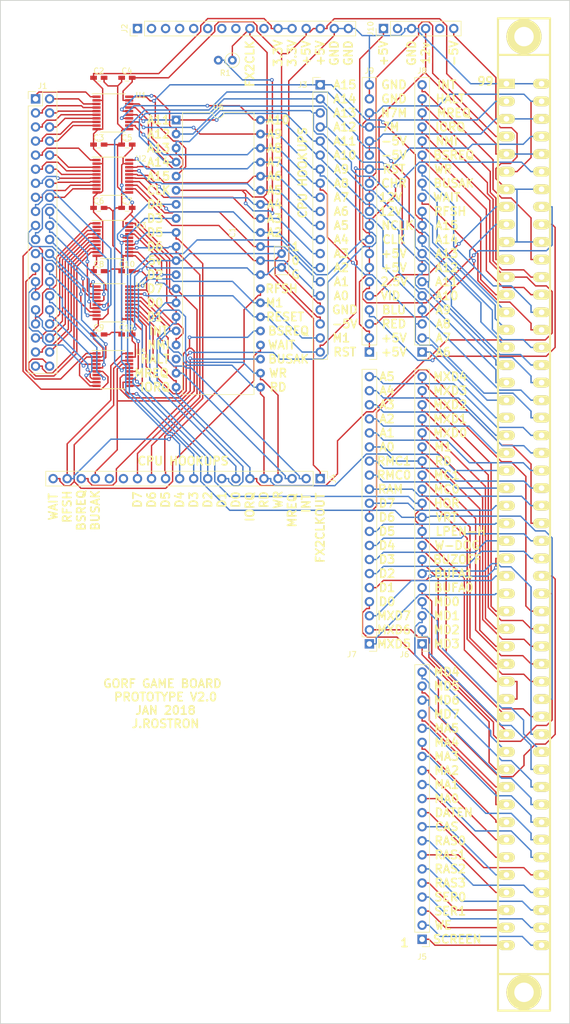
<source format=kicad_pcb>
(kicad_pcb (version 4) (host pcbnew 4.0.7)
  (layers (0 F.Cu signal) (31 B.Cu signal) (34 B.Paste user) (35 F.Paste user) (36 B.SilkS user) (37 F.SilkS user) (38 B.Mask user) (39 F.Mask user) (44 Edge.Cuts user))
  (net 0 "")
  (net 1 +5V)
  (net 2 GND)
  (net 3 A15)
  (net 4 A14)
  (net 5 A13)
  (net 6 A12)
  (net 7 A11)
  (net 8 10)
  (net 9 A9)
  (net 10 A8)
  (net 11 A7)
  (net 12 A6)
  (net 13 A5)
  (net 14 A4)
  (net 15 A3)
  (net 16 A2)
  (net 17 A1)
  (net 18 A0)
  (net 19 z_I_M1)
  (net 20 O_CPU_RESET)
  (net 21 z_O_INT)
  (net 22 z_I_MREQ)
  (net 23 z_I_WR)
  (net 24 z_I_RD)
  (net 25 z_I_IORQ)
  (net 26 z_OUT_BUSRQ)
  (net 27 z_I_RFSH)
  (net 28 z_O_WAIT)
  (net 29 z_I_BUSAK)
  (net 30 FX2_IO<36>)
  (net 31 FX2_IO<37>)
  (net 32 FX2_IO<38>)
  (net 33 FX2_IO<39>)
  (net 34 FX2_IO<40>)
  (net 35 z_data_io[0])
  (net 36 z_data_io[1])
  (net 37 z_data_io[2])
  (net 38 z_data_io[3])
  (net 39 z_data_io[4])
  (net 40 z_data_io[5])
  (net 41 z_data_io[6])
  (net 42 z_data_io[7])
  (net 43 "Net-(J2-Pad1)")
  (net 44 "Net-(J2-Pad2)")
  (net 45 "Net-(J2-Pad3)")
  (net 46 "Net-(J2-Pad4)")
  (net 47 "Net-(J2-Pad5)")
  (net 48 "Net-(J2-Pad6)")
  (net 49 "Net-(J2-Pad7)")
  (net 50 "Net-(J2-Pad8)")
  (net 51 FX2CLKOUT)
  (net 52 "Net-(J2-Pad10)")
  (net 53 +3V3)
  (net 54 A8_5v)
  (net 55 A9_5v)
  (net 56 A10_5v)
  (net 57 A11_5v)
  (net 58 A12_5v)
  (net 59 A13_5v)
  (net 60 A14_5v)
  (net 61 A15_5v)
  (net 62 A0_5v)
  (net 63 A1_5v)
  (net 64 A2_5v)
  (net 65 A3_5v)
  (net 66 A4_5v)
  (net 67 A5_5v)
  (net 68 A6_5v)
  (net 69 A7_5v)
  (net 70 D7)
  (net 71 D6)
  (net 72 D5)
  (net 73 D4)
  (net 74 D3)
  (net 75 D2)
  (net 76 D1)
  (net 77 D0)
  (net 78 BUSRQ)
  (net 79 IORQ)
  (net 80 RD)
  (net 81 WR)
  (net 82 MREQ)
  (net 83 INT)
  (net 84 RESET)
  (net 85 M1)
  (net 86 BUSAK)
  (net 87 WAIT)
  (net 88 RFSH)
  (net 89 "Net-(U6-Pad18)")
  (net 90 "Net-(J4-Pad15)")
  (net 91 "Net-(J4-Pad16)")
  (net 92 7M)
  (net 93 NOT_7M)
  (net 94 NOT_PHI)
  (net 95 HORIZDR)
  (net 96 VERTDR)
  (net 97 "Net-(J5-Pad1)")
  (net 98 "Net-(J5-Pad2)")
  (net 99 "Net-(J5-Pad3)")
  (net 100 "Net-(J5-Pad4)")
  (net 101 "Net-(J5-Pad5)")
  (net 102 "Net-(J5-Pad6)")
  (net 103 "Net-(J5-Pad7)")
  (net 104 "Net-(J5-Pad8)")
  (net 105 "Net-(J5-Pad9)")
  (net 106 "Net-(J5-Pad10)")
  (net 107 "Net-(J5-Pad11)")
  (net 108 "Net-(J5-Pad12)")
  (net 109 "Net-(J5-Pad13)")
  (net 110 "Net-(J5-Pad14)")
  (net 111 "Net-(J5-Pad15)")
  (net 112 "Net-(J5-Pad16)")
  (net 113 "Net-(J5-Pad17)")
  (net 114 "Net-(J5-Pad18)")
  (net 115 "Net-(J5-Pad19)")
  (net 116 "Net-(J5-Pad20)")
  (net 117 "Net-(J6-Pad1)")
  (net 118 "Net-(J6-Pad2)")
  (net 119 "Net-(J6-Pad3)")
  (net 120 "Net-(J6-Pad4)")
  (net 121 "Net-(J6-Pad5)")
  (net 122 "Net-(J6-Pad6)")
  (net 123 "Net-(J6-Pad7)")
  (net 124 "Net-(J6-Pad8)")
  (net 125 "Net-(J6-Pad12)")
  (net 126 "Net-(J6-Pad13)")
  (net 127 "Net-(J6-Pad15)")
  (net 128 "Net-(J6-Pad16)")
  (net 129 "Net-(J6-Pad17)")
  (net 130 "Net-(J6-Pad18)")
  (net 131 "Net-(J6-Pad19)")
  (net 132 "Net-(J6-Pad20)")
  (net 133 "Net-(J7-Pad1)")
  (net 134 "Net-(J7-Pad2)")
  (net 135 "Net-(J7-Pad3)")
  (net 136 "Net-(J7-Pad4)")
  (net 137 "Net-(J7-Pad5)")
  (net 138 "Net-(J7-Pad6)")
  (net 139 "Net-(J7-Pad7)")
  (net 140 "Net-(J7-Pad8)")
  (net 141 "Net-(J7-Pad9)")
  (net 142 "Net-(J7-Pad10)")
  (net 143 "Net-(J7-Pad11)")
  (net 144 "Net-(J7-Pad12)")
  (net 145 "Net-(J7-Pad13)")
  (net 146 "Net-(J7-Pad14)")
  (net 147 "Net-(J7-Pad15)")
  (net 148 "Net-(J7-Pad16)")
  (net 149 "Net-(J7-Pad17)")
  (net 150 "Net-(J7-Pad18)")
  (net 151 "Net-(J7-Pad19)")
  (net 152 "Net-(J7-Pad20)")
  (net 153 "Net-(J8-Pad1)")
  (net 154 "Net-(J8-Pad2)")
  (net 155 "Net-(J8-Pad11)")
  (net 156 "Net-(J8-Pad12)")
  (net 157 "Net-(J8-Pad13)")
  (net 158 "Net-(J8-Pad14)")
  (net 159 "Net-(J8-Pad15)")
  (net 160 "Net-(J8-Pad16)")
  (net 161 "Net-(J8-Pad18)")
  (net 162 "Net-(J8-Pad19)")
  (net 163 "Net-(J8-Pad20)")
  (net 164 "Net-(J9-Pad3)")
  (net 165 "Net-(J9-Pad4)")
  (net 166 "Net-(J9-Pad5)")
  (net 167 "Net-(J9-Pad6)")
  (net 168 "Net-(J9-Pad13)")
  (net 169 "Net-(J10-Pad1)")
  (net 170 "Net-(J10-Pad4)")
  (net 171 "Net-(J10-Pad6)")
  (net 172 "Net-(J10-Pad2)")
  (net 173 "Net-(J10-Pad5)")
  (net 174 "Net-(R1-Pad2)")
  (module Socket_Strips:Socket_Strip_Straight_1x16_Pitch2.54mm (layer F.Cu) (at 214.63 144.78 90)
    (fp_text reference J2 (at 0 -2.33 90) (layer F.SilkS))
    (fp_text value Conn_01x16 hide)
    (pad 1 thru_hole rect (at 0 0 90) (size 1.7 1.7) (drill 1) (layers *.Cu *.Mask) (net 43 "Net-(J2-Pad1)"))
    (pad 2 thru_hole oval (at 0 2.54 90) (size 1.7 1.7) (drill 1) (layers *.Cu *.Mask) (net 44 "Net-(J2-Pad2)"))
    (pad 3 thru_hole oval (at 0 5.08 90) (size 1.7 1.7) (drill 1) (layers *.Cu *.Mask) (net 45 "Net-(J2-Pad3)"))
    (pad 4 thru_hole oval (at 0 7.62 90) (size 1.7 1.7) (drill 1) (layers *.Cu *.Mask) (net 46 "Net-(J2-Pad4)"))
    (pad 5 thru_hole oval (at 0 10.16 90) (size 1.7 1.7) (drill 1) (layers *.Cu *.Mask) (net 47 "Net-(J2-Pad5)"))
    (pad 6 thru_hole oval (at 0 12.7 90) (size 1.7 1.7) (drill 1) (layers *.Cu *.Mask) (net 48 "Net-(J2-Pad6)"))
    (pad 7 thru_hole oval (at 0 15.24 90) (size 1.7 1.7) (drill 1) (layers *.Cu *.Mask) (net 49 "Net-(J2-Pad7)"))
    (pad 8 thru_hole oval (at 0 17.78 90) (size 1.7 1.7) (drill 1) (layers *.Cu *.Mask) (net 50 "Net-(J2-Pad8)"))
    (pad 9 thru_hole oval (at 0 20.32 90) (size 1.7 1.7) (drill 1) (layers *.Cu *.Mask) (net 51 FX2CLKOUT))
    (pad 10 thru_hole oval (at 0 22.86 90) (size 1.7 1.7) (drill 1) (layers *.Cu *.Mask) (net 52 "Net-(J2-Pad10)"))
    (pad 11 thru_hole oval (at 0 25.4 90) (size 1.7 1.7) (drill 1) (layers *.Cu *.Mask) (net 53 +3V3))
    (pad 12 thru_hole oval (at 0 27.94 90) (size 1.7 1.7) (drill 1) (layers *.Cu *.Mask) (net 53 +3V3))
    (pad 13 thru_hole oval (at 0 30.48 90) (size 1.7 1.7) (drill 1) (layers *.Cu *.Mask) (net 1 +5V))
    (pad 14 thru_hole oval (at 0 33.02 90) (size 1.7 1.7) (drill 1) (layers *.Cu *.Mask) (net 1 +5V))
    (pad 15 thru_hole oval (at 0 35.56 90) (size 1.7 1.7) (drill 1) (layers *.Cu *.Mask) (net 2 GND))
    (pad 16 thru_hole oval (at 0 38.1 90) (size 1.7 1.7) (drill 1) (layers *.Cu *.Mask) (net 2 GND))
  )
  (module Housings_SSOP:TSSOP-20_4.4x6.5mm_Pitch0.65mm (layer F.Cu) (at 210.185 171.45)
    (fp_text reference U2 (at 5.08 -3.175) (layer F.SilkS))
    (fp_text value TXB0108 hide)
    (pad 1 smd rect (at -2.95 -2.925) (size 1.45 0.45) (layers F.Cu F.Paste F.Mask) (net 11 A7))
    (pad 2 smd rect (at -2.95 -2.275) (size 1.45 0.45) (layers F.Cu F.Paste F.Mask) (net 53 +3V3))
    (pad 3 smd rect (at -2.95 -1.625) (size 1.45 0.45) (layers F.Cu F.Paste F.Mask) (net 12 A6))
    (pad 4 smd rect (at -2.95 -0.975) (size 1.45 0.45) (layers F.Cu F.Paste F.Mask) (net 13 A5))
    (pad 5 smd rect (at -2.95 -0.325) (size 1.45 0.45) (layers F.Cu F.Paste F.Mask) (net 14 A4))
    (pad 6 smd rect (at -2.95 0.325) (size 1.45 0.45) (layers F.Cu F.Paste F.Mask) (net 15 A3))
    (pad 7 smd rect (at -2.95 0.975) (size 1.45 0.45) (layers F.Cu F.Paste F.Mask) (net 16 A2))
    (pad 8 smd rect (at -2.95 1.625) (size 1.45 0.45) (layers F.Cu F.Paste F.Mask) (net 17 A1))
    (pad 9 smd rect (at -2.95 2.275) (size 1.45 0.45) (layers F.Cu F.Paste F.Mask) (net 18 A0))
    (pad 10 smd rect (at -2.95 2.925) (size 1.45 0.45) (layers F.Cu F.Paste F.Mask) (net 53 +3V3))
    (pad 11 smd rect (at 2.95 2.925) (size 1.45 0.45) (layers F.Cu F.Paste F.Mask) (net 2 GND))
    (pad 12 smd rect (at 2.95 2.275) (size 1.45 0.45) (layers F.Cu F.Paste F.Mask) (net 62 A0_5v))
    (pad 13 smd rect (at 2.95 1.625) (size 1.45 0.45) (layers F.Cu F.Paste F.Mask) (net 63 A1_5v))
    (pad 14 smd rect (at 2.95 0.975) (size 1.45 0.45) (layers F.Cu F.Paste F.Mask) (net 64 A2_5v))
    (pad 15 smd rect (at 2.95 0.325) (size 1.45 0.45) (layers F.Cu F.Paste F.Mask) (net 65 A3_5v))
    (pad 16 smd rect (at 2.95 -0.325) (size 1.45 0.45) (layers F.Cu F.Paste F.Mask) (net 66 A4_5v))
    (pad 17 smd rect (at 2.95 -0.975) (size 1.45 0.45) (layers F.Cu F.Paste F.Mask) (net 67 A5_5v))
    (pad 18 smd rect (at 2.95 -1.625) (size 1.45 0.45) (layers F.Cu F.Paste F.Mask) (net 68 A6_5v))
    (pad 19 smd rect (at 2.95 -2.275) (size 1.45 0.45) (layers F.Cu F.Paste F.Mask) (net 1 +5V))
    (pad 20 smd rect (at 2.95 -2.925) (size 1.45 0.45) (layers F.Cu F.Paste F.Mask) (net 69 A7_5v))
  )
  (module Housings_SSOP:TSSOP-20_4.4x6.5mm_Pitch0.65mm (layer F.Cu) (at 210.185 160.02)
    (fp_text reference U1 (at 5.08 -3.175) (layer F.SilkS))
    (fp_text value TXB0108 hide)
    (pad 1 smd rect (at -2.95 -2.925) (size 1.45 0.45) (layers F.Cu F.Paste F.Mask) (net 3 A15))
    (pad 2 smd rect (at -2.95 -2.275) (size 1.45 0.45) (layers F.Cu F.Paste F.Mask) (net 53 +3V3))
    (pad 3 smd rect (at -2.95 -1.625) (size 1.45 0.45) (layers F.Cu F.Paste F.Mask) (net 4 A14))
    (pad 4 smd rect (at -2.95 -0.975) (size 1.45 0.45) (layers F.Cu F.Paste F.Mask) (net 5 A13))
    (pad 5 smd rect (at -2.95 -0.325) (size 1.45 0.45) (layers F.Cu F.Paste F.Mask) (net 6 A12))
    (pad 6 smd rect (at -2.95 0.325) (size 1.45 0.45) (layers F.Cu F.Paste F.Mask) (net 7 A11))
    (pad 7 smd rect (at -2.95 0.975) (size 1.45 0.45) (layers F.Cu F.Paste F.Mask) (net 8 10))
    (pad 8 smd rect (at -2.95 1.625) (size 1.45 0.45) (layers F.Cu F.Paste F.Mask) (net 9 A9))
    (pad 9 smd rect (at -2.95 2.275) (size 1.45 0.45) (layers F.Cu F.Paste F.Mask) (net 10 A8))
    (pad 10 smd rect (at -2.95 2.925) (size 1.45 0.45) (layers F.Cu F.Paste F.Mask) (net 53 +3V3))
    (pad 11 smd rect (at 2.95 2.925) (size 1.45 0.45) (layers F.Cu F.Paste F.Mask) (net 2 GND))
    (pad 12 smd rect (at 2.95 2.275) (size 1.45 0.45) (layers F.Cu F.Paste F.Mask) (net 54 A8_5v))
    (pad 13 smd rect (at 2.95 1.625) (size 1.45 0.45) (layers F.Cu F.Paste F.Mask) (net 55 A9_5v))
    (pad 14 smd rect (at 2.95 0.975) (size 1.45 0.45) (layers F.Cu F.Paste F.Mask) (net 56 A10_5v))
    (pad 15 smd rect (at 2.95 0.325) (size 1.45 0.45) (layers F.Cu F.Paste F.Mask) (net 57 A11_5v))
    (pad 16 smd rect (at 2.95 -0.325) (size 1.45 0.45) (layers F.Cu F.Paste F.Mask) (net 58 A12_5v))
    (pad 17 smd rect (at 2.95 -0.975) (size 1.45 0.45) (layers F.Cu F.Paste F.Mask) (net 59 A13_5v))
    (pad 18 smd rect (at 2.95 -1.625) (size 1.45 0.45) (layers F.Cu F.Paste F.Mask) (net 60 A14_5v))
    (pad 19 smd rect (at 2.95 -2.275) (size 1.45 0.45) (layers F.Cu F.Paste F.Mask) (net 1 +5V))
    (pad 20 smd rect (at 2.95 -2.925) (size 1.45 0.45) (layers F.Cu F.Paste F.Mask) (net 61 A15_5v))
  )
  (module Housings_SSOP:TSSOP-20_4.4x6.5mm_Pitch0.65mm (layer F.Cu) (at 210.185 182.88)
    (fp_text reference U3 (at 5.08 -2.54) (layer F.SilkS))
    (fp_text value TXB0108 hide)
    (pad 1 smd rect (at -2.95 -2.925) (size 1.45 0.45) (layers F.Cu F.Paste F.Mask) (net 35 z_data_io[0]))
    (pad 2 smd rect (at -2.95 -2.275) (size 1.45 0.45) (layers F.Cu F.Paste F.Mask) (net 53 +3V3))
    (pad 3 smd rect (at -2.95 -1.625) (size 1.45 0.45) (layers F.Cu F.Paste F.Mask) (net 36 z_data_io[1]))
    (pad 4 smd rect (at -2.95 -0.975) (size 1.45 0.45) (layers F.Cu F.Paste F.Mask) (net 37 z_data_io[2]))
    (pad 5 smd rect (at -2.95 -0.325) (size 1.45 0.45) (layers F.Cu F.Paste F.Mask) (net 38 z_data_io[3]))
    (pad 6 smd rect (at -2.95 0.325) (size 1.45 0.45) (layers F.Cu F.Paste F.Mask) (net 39 z_data_io[4]))
    (pad 7 smd rect (at -2.95 0.975) (size 1.45 0.45) (layers F.Cu F.Paste F.Mask) (net 40 z_data_io[5]))
    (pad 8 smd rect (at -2.95 1.625) (size 1.45 0.45) (layers F.Cu F.Paste F.Mask) (net 41 z_data_io[6]))
    (pad 9 smd rect (at -2.95 2.275) (size 1.45 0.45) (layers F.Cu F.Paste F.Mask) (net 42 z_data_io[7]))
    (pad 10 smd rect (at -2.95 2.925) (size 1.45 0.45) (layers F.Cu F.Paste F.Mask) (net 53 +3V3))
    (pad 11 smd rect (at 2.95 2.925) (size 1.45 0.45) (layers F.Cu F.Paste F.Mask) (net 2 GND))
    (pad 12 smd rect (at 2.95 2.275) (size 1.45 0.45) (layers F.Cu F.Paste F.Mask) (net 70 D7))
    (pad 13 smd rect (at 2.95 1.625) (size 1.45 0.45) (layers F.Cu F.Paste F.Mask) (net 71 D6))
    (pad 14 smd rect (at 2.95 0.975) (size 1.45 0.45) (layers F.Cu F.Paste F.Mask) (net 72 D5))
    (pad 15 smd rect (at 2.95 0.325) (size 1.45 0.45) (layers F.Cu F.Paste F.Mask) (net 73 D4))
    (pad 16 smd rect (at 2.95 -0.325) (size 1.45 0.45) (layers F.Cu F.Paste F.Mask) (net 74 D3))
    (pad 17 smd rect (at 2.95 -0.975) (size 1.45 0.45) (layers F.Cu F.Paste F.Mask) (net 75 D2))
    (pad 18 smd rect (at 2.95 -1.625) (size 1.45 0.45) (layers F.Cu F.Paste F.Mask) (net 76 D1))
    (pad 19 smd rect (at 2.95 -2.275) (size 1.45 0.45) (layers F.Cu F.Paste F.Mask) (net 1 +5V))
    (pad 20 smd rect (at 2.95 -2.925) (size 1.45 0.45) (layers F.Cu F.Paste F.Mask) (net 77 D0))
  )
  (module Housings_SSOP:TSSOP-20_4.4x6.5mm_Pitch0.65mm (layer F.Cu) (at 210.185 194.31)
    (fp_text reference U4 (at 5.08 -3.175) (layer F.SilkS))
    (fp_text value TXB0108 hide)
    (pad 1 smd rect (at -2.95 -2.925) (size 1.45 0.45) (layers F.Cu F.Paste F.Mask) (net 19 z_I_M1))
    (pad 2 smd rect (at -2.95 -2.275) (size 1.45 0.45) (layers F.Cu F.Paste F.Mask) (net 53 +3V3))
    (pad 3 smd rect (at -2.95 -1.625) (size 1.45 0.45) (layers F.Cu F.Paste F.Mask) (net 20 O_CPU_RESET))
    (pad 4 smd rect (at -2.95 -0.975) (size 1.45 0.45) (layers F.Cu F.Paste F.Mask) (net 21 z_O_INT))
    (pad 5 smd rect (at -2.95 -0.325) (size 1.45 0.45) (layers F.Cu F.Paste F.Mask) (net 22 z_I_MREQ))
    (pad 6 smd rect (at -2.95 0.325) (size 1.45 0.45) (layers F.Cu F.Paste F.Mask) (net 23 z_I_WR))
    (pad 7 smd rect (at -2.95 0.975) (size 1.45 0.45) (layers F.Cu F.Paste F.Mask) (net 24 z_I_RD))
    (pad 8 smd rect (at -2.95 1.625) (size 1.45 0.45) (layers F.Cu F.Paste F.Mask) (net 25 z_I_IORQ))
    (pad 9 smd rect (at -2.95 2.275) (size 1.45 0.45) (layers F.Cu F.Paste F.Mask) (net 26 z_OUT_BUSRQ))
    (pad 10 smd rect (at -2.95 2.925) (size 1.45 0.45) (layers F.Cu F.Paste F.Mask) (net 53 +3V3))
    (pad 11 smd rect (at 2.95 2.925) (size 1.45 0.45) (layers F.Cu F.Paste F.Mask) (net 2 GND))
    (pad 12 smd rect (at 2.95 2.275) (size 1.45 0.45) (layers F.Cu F.Paste F.Mask) (net 78 BUSRQ))
    (pad 13 smd rect (at 2.95 1.625) (size 1.45 0.45) (layers F.Cu F.Paste F.Mask) (net 79 IORQ))
    (pad 14 smd rect (at 2.95 0.975) (size 1.45 0.45) (layers F.Cu F.Paste F.Mask) (net 80 RD))
    (pad 15 smd rect (at 2.95 0.325) (size 1.45 0.45) (layers F.Cu F.Paste F.Mask) (net 81 WR))
    (pad 16 smd rect (at 2.95 -0.325) (size 1.45 0.45) (layers F.Cu F.Paste F.Mask) (net 82 MREQ))
    (pad 17 smd rect (at 2.95 -0.975) (size 1.45 0.45) (layers F.Cu F.Paste F.Mask) (net 83 INT))
    (pad 18 smd rect (at 2.95 -1.625) (size 1.45 0.45) (layers F.Cu F.Paste F.Mask) (net 84 RESET))
    (pad 19 smd rect (at 2.95 -2.275) (size 1.45 0.45) (layers F.Cu F.Paste F.Mask) (net 1 +5V))
    (pad 20 smd rect (at 2.95 -2.925) (size 1.45 0.45) (layers F.Cu F.Paste F.Mask) (net 85 M1))
  )
  (module Housings_SSOP:TSSOP-20_4.4x6.5mm_Pitch0.65mm (layer F.Cu) (at 210.185 206.375)
    (fp_text reference U5 (at 5.08 -3.175) (layer F.SilkS))
    (fp_text value TXB0108 hide)
    (pad 1 smd rect (at -2.95 -2.925) (size 1.45 0.45) (layers F.Cu F.Paste F.Mask) (net 27 z_I_RFSH))
    (pad 2 smd rect (at -2.95 -2.275) (size 1.45 0.45) (layers F.Cu F.Paste F.Mask) (net 53 +3V3))
    (pad 3 smd rect (at -2.95 -1.625) (size 1.45 0.45) (layers F.Cu F.Paste F.Mask) (net 28 z_O_WAIT))
    (pad 4 smd rect (at -2.95 -0.975) (size 1.45 0.45) (layers F.Cu F.Paste F.Mask) (net 29 z_I_BUSAK))
    (pad 5 smd rect (at -2.95 -0.325) (size 1.45 0.45) (layers F.Cu F.Paste F.Mask) (net 30 FX2_IO<36>))
    (pad 6 smd rect (at -2.95 0.325) (size 1.45 0.45) (layers F.Cu F.Paste F.Mask) (net 31 FX2_IO<37>))
    (pad 7 smd rect (at -2.95 0.975) (size 1.45 0.45) (layers F.Cu F.Paste F.Mask) (net 32 FX2_IO<38>))
    (pad 8 smd rect (at -2.95 1.625) (size 1.45 0.45) (layers F.Cu F.Paste F.Mask) (net 33 FX2_IO<39>))
    (pad 9 smd rect (at -2.95 2.275) (size 1.45 0.45) (layers F.Cu F.Paste F.Mask) (net 34 FX2_IO<40>))
    (pad 10 smd rect (at -2.95 2.925) (size 1.45 0.45) (layers F.Cu F.Paste F.Mask) (net 53 +3V3))
    (pad 11 smd rect (at 2.95 2.925) (size 1.45 0.45) (layers F.Cu F.Paste F.Mask) (net 2 GND))
    (pad 12 smd rect (at 2.95 2.275) (size 1.45 0.45) (layers F.Cu F.Paste F.Mask) (net 96 VERTDR))
    (pad 13 smd rect (at 2.95 1.625) (size 1.45 0.45) (layers F.Cu F.Paste F.Mask) (net 95 HORIZDR))
    (pad 14 smd rect (at 2.95 0.975) (size 1.45 0.45) (layers F.Cu F.Paste F.Mask) (net 94 NOT_PHI))
    (pad 15 smd rect (at 2.95 0.325) (size 1.45 0.45) (layers F.Cu F.Paste F.Mask) (net 93 NOT_7M))
    (pad 16 smd rect (at 2.95 -0.325) (size 1.45 0.45) (layers F.Cu F.Paste F.Mask) (net 92 7M))
    (pad 17 smd rect (at 2.95 -0.975) (size 1.45 0.45) (layers F.Cu F.Paste F.Mask) (net 86 BUSAK))
    (pad 18 smd rect (at 2.95 -1.625) (size 1.45 0.45) (layers F.Cu F.Paste F.Mask) (net 87 WAIT))
    (pad 19 smd rect (at 2.95 -2.275) (size 1.45 0.45) (layers F.Cu F.Paste F.Mask) (net 1 +5V))
    (pad 20 smd rect (at 2.95 -2.925) (size 1.45 0.45) (layers F.Cu F.Paste F.Mask) (net 88 RFSH))
  )
  (module Housings_DIP:DIP-40_W15.24mm (layer F.Cu) (at 221.615 161.29)
    (fp_text reference U6 (at 7.62 -2.33) (layer F.SilkS))
    (fp_text value Z80CPU)
    (pad 1 thru_hole rect (at 0 0) (size 1.6 1.6) (drill 0.8) (layers *.Cu *.Mask) (net 57 A11_5v))
    (pad 21 thru_hole oval (at 15.24 48.26) (size 1.6 1.6) (drill 0.8) (layers *.Cu *.Mask) (net 80 RD))
    (pad 2 thru_hole oval (at 0 2.54) (size 1.6 1.6) (drill 0.8) (layers *.Cu *.Mask) (net 58 A12_5v))
    (pad 22 thru_hole oval (at 15.24 45.72) (size 1.6 1.6) (drill 0.8) (layers *.Cu *.Mask) (net 81 WR))
    (pad 3 thru_hole oval (at 0 5.08) (size 1.6 1.6) (drill 0.8) (layers *.Cu *.Mask) (net 59 A13_5v))
    (pad 23 thru_hole oval (at 15.24 43.18) (size 1.6 1.6) (drill 0.8) (layers *.Cu *.Mask) (net 86 BUSAK))
    (pad 4 thru_hole oval (at 0 7.62) (size 1.6 1.6) (drill 0.8) (layers *.Cu *.Mask) (net 60 A14_5v))
    (pad 24 thru_hole oval (at 15.24 40.64) (size 1.6 1.6) (drill 0.8) (layers *.Cu *.Mask) (net 87 WAIT))
    (pad 5 thru_hole oval (at 0 10.16) (size 1.6 1.6) (drill 0.8) (layers *.Cu *.Mask) (net 61 A15_5v))
    (pad 25 thru_hole oval (at 15.24 38.1) (size 1.6 1.6) (drill 0.8) (layers *.Cu *.Mask) (net 78 BUSRQ))
    (pad 6 thru_hole oval (at 0 12.7) (size 1.6 1.6) (drill 0.8) (layers *.Cu *.Mask) (net 174 "Net-(R1-Pad2)"))
    (pad 26 thru_hole oval (at 15.24 35.56) (size 1.6 1.6) (drill 0.8) (layers *.Cu *.Mask) (net 84 RESET))
    (pad 7 thru_hole oval (at 0 15.24) (size 1.6 1.6) (drill 0.8) (layers *.Cu *.Mask) (net 73 D4))
    (pad 27 thru_hole oval (at 15.24 33.02) (size 1.6 1.6) (drill 0.8) (layers *.Cu *.Mask) (net 85 M1))
    (pad 8 thru_hole oval (at 0 17.78) (size 1.6 1.6) (drill 0.8) (layers *.Cu *.Mask) (net 74 D3))
    (pad 28 thru_hole oval (at 15.24 30.48) (size 1.6 1.6) (drill 0.8) (layers *.Cu *.Mask) (net 88 RFSH))
    (pad 9 thru_hole oval (at 0 20.32) (size 1.6 1.6) (drill 0.8) (layers *.Cu *.Mask) (net 72 D5))
    (pad 29 thru_hole oval (at 15.24 27.94) (size 1.6 1.6) (drill 0.8) (layers *.Cu *.Mask) (net 2 GND))
    (pad 10 thru_hole oval (at 0 22.86) (size 1.6 1.6) (drill 0.8) (layers *.Cu *.Mask) (net 71 D6))
    (pad 30 thru_hole oval (at 15.24 25.4) (size 1.6 1.6) (drill 0.8) (layers *.Cu *.Mask) (net 62 A0_5v))
    (pad 11 thru_hole oval (at 0 25.4) (size 1.6 1.6) (drill 0.8) (layers *.Cu *.Mask) (net 1 +5V))
    (pad 31 thru_hole oval (at 15.24 22.86) (size 1.6 1.6) (drill 0.8) (layers *.Cu *.Mask) (net 63 A1_5v))
    (pad 12 thru_hole oval (at 0 27.94) (size 1.6 1.6) (drill 0.8) (layers *.Cu *.Mask) (net 75 D2))
    (pad 32 thru_hole oval (at 15.24 20.32) (size 1.6 1.6) (drill 0.8) (layers *.Cu *.Mask) (net 64 A2_5v))
    (pad 13 thru_hole oval (at 0 30.48) (size 1.6 1.6) (drill 0.8) (layers *.Cu *.Mask) (net 70 D7))
    (pad 33 thru_hole oval (at 15.24 17.78) (size 1.6 1.6) (drill 0.8) (layers *.Cu *.Mask) (net 65 A3_5v))
    (pad 14 thru_hole oval (at 0 33.02) (size 1.6 1.6) (drill 0.8) (layers *.Cu *.Mask) (net 77 D0))
    (pad 34 thru_hole oval (at 15.24 15.24) (size 1.6 1.6) (drill 0.8) (layers *.Cu *.Mask) (net 66 A4_5v))
    (pad 15 thru_hole oval (at 0 35.56) (size 1.6 1.6) (drill 0.8) (layers *.Cu *.Mask) (net 76 D1))
    (pad 35 thru_hole oval (at 15.24 12.7) (size 1.6 1.6) (drill 0.8) (layers *.Cu *.Mask) (net 67 A5_5v))
    (pad 16 thru_hole oval (at 0 38.1) (size 1.6 1.6) (drill 0.8) (layers *.Cu *.Mask) (net 83 INT))
    (pad 36 thru_hole oval (at 15.24 10.16) (size 1.6 1.6) (drill 0.8) (layers *.Cu *.Mask) (net 68 A6_5v))
    (pad 17 thru_hole oval (at 0 40.64) (size 1.6 1.6) (drill 0.8) (layers *.Cu *.Mask) (net 1 +5V))
    (pad 37 thru_hole oval (at 15.24 7.62) (size 1.6 1.6) (drill 0.8) (layers *.Cu *.Mask) (net 69 A7_5v))
    (pad 18 thru_hole oval (at 0 43.18) (size 1.6 1.6) (drill 0.8) (layers *.Cu *.Mask) (net 89 "Net-(U6-Pad18)"))
    (pad 38 thru_hole oval (at 15.24 5.08) (size 1.6 1.6) (drill 0.8) (layers *.Cu *.Mask) (net 54 A8_5v))
    (pad 19 thru_hole oval (at 0 45.72) (size 1.6 1.6) (drill 0.8) (layers *.Cu *.Mask) (net 82 MREQ))
    (pad 39 thru_hole oval (at 15.24 2.54) (size 1.6 1.6) (drill 0.8) (layers *.Cu *.Mask) (net 55 A9_5v))
    (pad 20 thru_hole oval (at 0 48.26) (size 1.6 1.6) (drill 0.8) (layers *.Cu *.Mask) (net 79 IORQ))
    (pad 40 thru_hole oval (at 15.24 0) (size 1.6 1.6) (drill 0.8) (layers *.Cu *.Mask) (net 56 A10_5v))
  )
  (module Capacitors_SMD:C_0603_HandSoldering (layer F.Cu) (at 207.645 153.67)
    (fp_text reference C2 (at 0 -1.25) (layer F.SilkS))
    (fp_text value 0.1uF hide)
    (pad 1 smd rect (at -0.95 0) (size 1.2 0.75) (layers F.Cu F.Paste F.Mask) (net 53 +3V3))
    (pad 2 smd rect (at 0.95 0) (size 1.2 0.75) (layers F.Cu F.Paste F.Mask) (net 2 GND))
  )
  (module Capacitors_SMD:C_0603_HandSoldering (layer F.Cu) (at 207.645 165.735)
    (fp_text reference C3 (at 0 -1.25) (layer F.SilkS))
    (fp_text value 0.1uF hide)
    (pad 1 smd rect (at -0.95 0) (size 1.2 0.75) (layers F.Cu F.Paste F.Mask) (net 53 +3V3))
    (pad 2 smd rect (at 0.95 0) (size 1.2 0.75) (layers F.Cu F.Paste F.Mask) (net 2 GND))
  )
  (module Capacitors_SMD:C_0603_HandSoldering (layer F.Cu) (at 212.725 153.67)
    (fp_text reference C4 (at 0 -1.25) (layer F.SilkS))
    (fp_text value 0.1uF hide)
    (pad 1 smd rect (at -0.95 0) (size 1.2 0.75) (layers F.Cu F.Paste F.Mask) (net 2 GND))
    (pad 2 smd rect (at 0.95 0) (size 1.2 0.75) (layers F.Cu F.Paste F.Mask) (net 1 +5V))
  )
  (module Capacitors_SMD:C_0603_HandSoldering (layer F.Cu) (at 212.725 165.735)
    (fp_text reference C5 (at 0 -1.25) (layer F.SilkS))
    (fp_text value 0.1uF hide)
    (pad 1 smd rect (at -0.95 0) (size 1.2 0.75) (layers F.Cu F.Paste F.Mask) (net 2 GND))
    (pad 2 smd rect (at 0.95 0) (size 1.2 0.75) (layers F.Cu F.Paste F.Mask) (net 1 +5V))
  )
  (module Capacitors_SMD:C_0603_HandSoldering (layer F.Cu) (at 207.645 177.165)
    (fp_text reference C6 (at 0 -1.25) (layer F.SilkS))
    (fp_text value 0.1uF hide)
    (pad 1 smd rect (at -0.95 0) (size 1.2 0.75) (layers F.Cu F.Paste F.Mask) (net 53 +3V3))
    (pad 2 smd rect (at 0.95 0) (size 1.2 0.75) (layers F.Cu F.Paste F.Mask) (net 2 GND))
  )
  (module Capacitors_SMD:C_0603_HandSoldering (layer F.Cu) (at 212.725 177.165)
    (fp_text reference C7 (at 0 -1.25) (layer F.SilkS))
    (fp_text value 0.1uF hide)
    (pad 1 smd rect (at -0.95 0) (size 1.2 0.75) (layers F.Cu F.Paste F.Mask) (net 2 GND))
    (pad 2 smd rect (at 0.95 0) (size 1.2 0.75) (layers F.Cu F.Paste F.Mask) (net 1 +5V))
  )
  (module Capacitors_SMD:C_0603_HandSoldering (layer F.Cu) (at 207.645 188.595)
    (fp_text reference C8 (at 0 -1.25) (layer F.SilkS))
    (fp_text value 0.1uF hide)
    (pad 1 smd rect (at -0.95 0) (size 1.2 0.75) (layers F.Cu F.Paste F.Mask) (net 53 +3V3))
    (pad 2 smd rect (at 0.95 0) (size 1.2 0.75) (layers F.Cu F.Paste F.Mask) (net 2 GND))
  )
  (module Capacitors_SMD:C_0603_HandSoldering (layer F.Cu) (at 207.645 200.025)
    (fp_text reference C9 (at 0 -1.25) (layer F.SilkS))
    (fp_text value 0.1uF hide)
    (pad 1 smd rect (at -0.95 0) (size 1.2 0.75) (layers F.Cu F.Paste F.Mask) (net 53 +3V3))
    (pad 2 smd rect (at 0.95 0) (size 1.2 0.75) (layers F.Cu F.Paste F.Mask) (net 2 GND))
  )
  (module Capacitors_SMD:C_0603_HandSoldering (layer F.Cu) (at 212.725 188.595)
    (fp_text reference C10 (at 0 -1.25) (layer F.SilkS))
    (fp_text value 0.1uF hide)
    (pad 1 smd rect (at -0.95 0) (size 1.2 0.75) (layers F.Cu F.Paste F.Mask) (net 2 GND))
    (pad 2 smd rect (at 0.95 0) (size 1.2 0.75) (layers F.Cu F.Paste F.Mask) (net 1 +5V))
  )
  (module Capacitors_SMD:C_0603_HandSoldering (layer F.Cu) (at 212.725 200.025)
    (fp_text reference C11 (at 0 -1.25) (layer F.SilkS))
    (fp_text value 0.1uF hide)
    (pad 1 smd rect (at -0.95 0) (size 1.2 0.75) (layers F.Cu F.Paste F.Mask) (net 2 GND))
    (pad 2 smd rect (at 0.95 0) (size 1.2 0.75) (layers F.Cu F.Paste F.Mask) (net 1 +5V))
  )
  (module Pin_Headers:Pin_Header_Straight_1x20_Pitch2.54mm (layer F.Cu) (at 247.65 154.94)
    (fp_text reference J3 (at -3.175 0) (layer F.SilkS))
    (fp_text value Conn_01x20_Male hide)
    (pad 1 thru_hole rect (at 0 0) (size 1.7 1.7) (drill 1) (layers *.Cu *.Mask) (net 61 A15_5v))
    (pad 2 thru_hole oval (at 0 2.54) (size 1.7 1.7) (drill 1) (layers *.Cu *.Mask) (net 60 A14_5v))
    (pad 3 thru_hole oval (at 0 5.08) (size 1.7 1.7) (drill 1) (layers *.Cu *.Mask) (net 59 A13_5v))
    (pad 4 thru_hole oval (at 0 7.62) (size 1.7 1.7) (drill 1) (layers *.Cu *.Mask) (net 58 A12_5v))
    (pad 5 thru_hole oval (at 0 10.16) (size 1.7 1.7) (drill 1) (layers *.Cu *.Mask) (net 57 A11_5v))
    (pad 6 thru_hole oval (at 0 12.7) (size 1.7 1.7) (drill 1) (layers *.Cu *.Mask) (net 56 A10_5v))
    (pad 7 thru_hole oval (at 0 15.24) (size 1.7 1.7) (drill 1) (layers *.Cu *.Mask) (net 55 A9_5v))
    (pad 8 thru_hole oval (at 0 17.78) (size 1.7 1.7) (drill 1) (layers *.Cu *.Mask) (net 54 A8_5v))
    (pad 9 thru_hole oval (at 0 20.32) (size 1.7 1.7) (drill 1) (layers *.Cu *.Mask) (net 69 A7_5v))
    (pad 10 thru_hole oval (at 0 22.86) (size 1.7 1.7) (drill 1) (layers *.Cu *.Mask) (net 68 A6_5v))
    (pad 11 thru_hole oval (at 0 25.4) (size 1.7 1.7) (drill 1) (layers *.Cu *.Mask) (net 67 A5_5v))
    (pad 12 thru_hole oval (at 0 27.94) (size 1.7 1.7) (drill 1) (layers *.Cu *.Mask) (net 66 A4_5v))
    (pad 13 thru_hole oval (at 0 30.48) (size 1.7 1.7) (drill 1) (layers *.Cu *.Mask) (net 65 A3_5v))
    (pad 14 thru_hole oval (at 0 33.02) (size 1.7 1.7) (drill 1) (layers *.Cu *.Mask) (net 64 A2_5v))
    (pad 15 thru_hole oval (at 0 35.56) (size 1.7 1.7) (drill 1) (layers *.Cu *.Mask) (net 63 A1_5v))
    (pad 16 thru_hole oval (at 0 38.1) (size 1.7 1.7) (drill 1) (layers *.Cu *.Mask) (net 62 A0_5v))
    (pad 17 thru_hole oval (at 0 40.64) (size 1.7 1.7) (drill 1) (layers *.Cu *.Mask) (net 2 GND))
    (pad 18 thru_hole oval (at 0 43.18) (size 1.7 1.7) (drill 1) (layers *.Cu *.Mask) (net 1 +5V))
    (pad 19 thru_hole oval (at 0 45.72) (size 1.7 1.7) (drill 1) (layers *.Cu *.Mask) (net 85 M1))
    (pad 20 thru_hole oval (at 0 48.26) (size 1.7 1.7) (drill 1) (layers *.Cu *.Mask) (net 84 RESET))
  )
  (module Pin_Headers:Pin_Header_Straight_1x20_Pitch2.54mm (layer F.Cu) (at 247.65 226.06 270)
    (fp_text reference J4 (at 0 -2.33 270) (layer F.SilkS))
    (fp_text value Conn_01x20_Male hide)
    (pad 1 thru_hole rect (at 0 0 270) (size 1.7 1.7) (drill 1) (layers *.Cu *.Mask) (net 51 FX2CLKOUT))
    (pad 2 thru_hole oval (at 0 2.54 270) (size 1.7 1.7) (drill 1) (layers *.Cu *.Mask) (net 83 INT))
    (pad 3 thru_hole oval (at 0 5.08 270) (size 1.7 1.7) (drill 1) (layers *.Cu *.Mask) (net 82 MREQ))
    (pad 4 thru_hole oval (at 0 7.62 270) (size 1.7 1.7) (drill 1) (layers *.Cu *.Mask) (net 81 WR))
    (pad 5 thru_hole oval (at 0 10.16 270) (size 1.7 1.7) (drill 1) (layers *.Cu *.Mask) (net 80 RD))
    (pad 6 thru_hole oval (at 0 12.7 270) (size 1.7 1.7) (drill 1) (layers *.Cu *.Mask) (net 79 IORQ))
    (pad 7 thru_hole oval (at 0 15.24 270) (size 1.7 1.7) (drill 1) (layers *.Cu *.Mask) (net 77 D0))
    (pad 8 thru_hole oval (at 0 17.78 270) (size 1.7 1.7) (drill 1) (layers *.Cu *.Mask) (net 76 D1))
    (pad 9 thru_hole oval (at 0 20.32 270) (size 1.7 1.7) (drill 1) (layers *.Cu *.Mask) (net 75 D2))
    (pad 10 thru_hole oval (at 0 22.86 270) (size 1.7 1.7) (drill 1) (layers *.Cu *.Mask) (net 74 D3))
    (pad 11 thru_hole oval (at 0 25.4 270) (size 1.7 1.7) (drill 1) (layers *.Cu *.Mask) (net 73 D4))
    (pad 12 thru_hole oval (at 0 27.94 270) (size 1.7 1.7) (drill 1) (layers *.Cu *.Mask) (net 72 D5))
    (pad 13 thru_hole oval (at 0 30.48 270) (size 1.7 1.7) (drill 1) (layers *.Cu *.Mask) (net 71 D6))
    (pad 14 thru_hole oval (at 0 33.02 270) (size 1.7 1.7) (drill 1) (layers *.Cu *.Mask) (net 70 D7))
    (pad 15 thru_hole oval (at 0 35.56 270) (size 1.7 1.7) (drill 1) (layers *.Cu *.Mask) (net 90 "Net-(J4-Pad15)"))
    (pad 16 thru_hole oval (at 0 38.1 270) (size 1.7 1.7) (drill 1) (layers *.Cu *.Mask) (net 91 "Net-(J4-Pad16)"))
    (pad 17 thru_hole oval (at 0 40.64 270) (size 1.7 1.7) (drill 1) (layers *.Cu *.Mask) (net 86 BUSAK))
    (pad 18 thru_hole oval (at 0 43.18 270) (size 1.7 1.7) (drill 1) (layers *.Cu *.Mask) (net 78 BUSRQ))
    (pad 19 thru_hole oval (at 0 45.72 270) (size 1.7 1.7) (drill 1) (layers *.Cu *.Mask) (net 88 RFSH))
    (pad 20 thru_hole oval (at 0 48.26 270) (size 1.7 1.7) (drill 1) (layers *.Cu *.Mask) (net 87 WAIT))
  )
  (module Pin_Headers:Pin_Header_Straight_2x20_Pitch2.54mm (layer F.Cu) (at 196.215 157.48)
    (fp_text reference J1 (at 1.27 -2.33) (layer F.SilkS))
    (fp_text value Conn_02x20_Odd_Even hide)
    (pad 1 thru_hole rect (at 0 0) (size 1.7 1.7) (drill 1) (layers *.Cu *.Mask) (net 3 A15))
    (pad 2 thru_hole oval (at 2.54 0) (size 1.7 1.7) (drill 1) (layers *.Cu *.Mask) (net 4 A14))
    (pad 3 thru_hole oval (at 0 2.54) (size 1.7 1.7) (drill 1) (layers *.Cu *.Mask) (net 5 A13))
    (pad 4 thru_hole oval (at 2.54 2.54) (size 1.7 1.7) (drill 1) (layers *.Cu *.Mask) (net 6 A12))
    (pad 5 thru_hole oval (at 0 5.08) (size 1.7 1.7) (drill 1) (layers *.Cu *.Mask) (net 7 A11))
    (pad 6 thru_hole oval (at 2.54 5.08) (size 1.7 1.7) (drill 1) (layers *.Cu *.Mask) (net 8 10))
    (pad 7 thru_hole oval (at 0 7.62) (size 1.7 1.7) (drill 1) (layers *.Cu *.Mask) (net 9 A9))
    (pad 8 thru_hole oval (at 2.54 7.62) (size 1.7 1.7) (drill 1) (layers *.Cu *.Mask) (net 10 A8))
    (pad 9 thru_hole oval (at 0 10.16) (size 1.7 1.7) (drill 1) (layers *.Cu *.Mask) (net 11 A7))
    (pad 10 thru_hole oval (at 2.54 10.16) (size 1.7 1.7) (drill 1) (layers *.Cu *.Mask) (net 12 A6))
    (pad 11 thru_hole oval (at 0 12.7) (size 1.7 1.7) (drill 1) (layers *.Cu *.Mask) (net 13 A5))
    (pad 12 thru_hole oval (at 2.54 12.7) (size 1.7 1.7) (drill 1) (layers *.Cu *.Mask) (net 14 A4))
    (pad 13 thru_hole oval (at 0 15.24) (size 1.7 1.7) (drill 1) (layers *.Cu *.Mask) (net 15 A3))
    (pad 14 thru_hole oval (at 2.54 15.24) (size 1.7 1.7) (drill 1) (layers *.Cu *.Mask) (net 16 A2))
    (pad 15 thru_hole oval (at 0 17.78) (size 1.7 1.7) (drill 1) (layers *.Cu *.Mask) (net 17 A1))
    (pad 16 thru_hole oval (at 2.54 17.78) (size 1.7 1.7) (drill 1) (layers *.Cu *.Mask) (net 18 A0))
    (pad 17 thru_hole oval (at 0 20.32) (size 1.7 1.7) (drill 1) (layers *.Cu *.Mask) (net 19 z_I_M1))
    (pad 18 thru_hole oval (at 2.54 20.32) (size 1.7 1.7) (drill 1) (layers *.Cu *.Mask) (net 20 O_CPU_RESET))
    (pad 19 thru_hole oval (at 0 22.86) (size 1.7 1.7) (drill 1) (layers *.Cu *.Mask) (net 21 z_O_INT))
    (pad 20 thru_hole oval (at 2.54 22.86) (size 1.7 1.7) (drill 1) (layers *.Cu *.Mask) (net 22 z_I_MREQ))
    (pad 21 thru_hole oval (at 0 25.4) (size 1.7 1.7) (drill 1) (layers *.Cu *.Mask) (net 23 z_I_WR))
    (pad 22 thru_hole oval (at 2.54 25.4) (size 1.7 1.7) (drill 1) (layers *.Cu *.Mask) (net 24 z_I_RD))
    (pad 23 thru_hole oval (at 0 27.94) (size 1.7 1.7) (drill 1) (layers *.Cu *.Mask) (net 25 z_I_IORQ))
    (pad 24 thru_hole oval (at 2.54 27.94) (size 1.7 1.7) (drill 1) (layers *.Cu *.Mask) (net 26 z_OUT_BUSRQ))
    (pad 25 thru_hole oval (at 0 30.48) (size 1.7 1.7) (drill 1) (layers *.Cu *.Mask) (net 27 z_I_RFSH))
    (pad 26 thru_hole oval (at 2.54 30.48) (size 1.7 1.7) (drill 1) (layers *.Cu *.Mask) (net 28 z_O_WAIT))
    (pad 27 thru_hole oval (at 0 33.02) (size 1.7 1.7) (drill 1) (layers *.Cu *.Mask) (net 29 z_I_BUSAK))
    (pad 28 thru_hole oval (at 2.54 33.02) (size 1.7 1.7) (drill 1) (layers *.Cu *.Mask) (net 30 FX2_IO<36>))
    (pad 29 thru_hole oval (at 0 35.56) (size 1.7 1.7) (drill 1) (layers *.Cu *.Mask) (net 31 FX2_IO<37>))
    (pad 30 thru_hole oval (at 2.54 35.56) (size 1.7 1.7) (drill 1) (layers *.Cu *.Mask) (net 32 FX2_IO<38>))
    (pad 31 thru_hole oval (at 0 38.1) (size 1.7 1.7) (drill 1) (layers *.Cu *.Mask) (net 33 FX2_IO<39>))
    (pad 32 thru_hole oval (at 2.54 38.1) (size 1.7 1.7) (drill 1) (layers *.Cu *.Mask) (net 34 FX2_IO<40>))
    (pad 33 thru_hole oval (at 0 40.64) (size 1.7 1.7) (drill 1) (layers *.Cu *.Mask) (net 35 z_data_io[0]))
    (pad 34 thru_hole oval (at 2.54 40.64) (size 1.7 1.7) (drill 1) (layers *.Cu *.Mask) (net 36 z_data_io[1]))
    (pad 35 thru_hole oval (at 0 43.18) (size 1.7 1.7) (drill 1) (layers *.Cu *.Mask) (net 37 z_data_io[2]))
    (pad 36 thru_hole oval (at 2.54 43.18) (size 1.7 1.7) (drill 1) (layers *.Cu *.Mask) (net 38 z_data_io[3]))
    (pad 37 thru_hole oval (at 0 45.72) (size 1.7 1.7) (drill 1) (layers *.Cu *.Mask) (net 39 z_data_io[4]))
    (pad 38 thru_hole oval (at 2.54 45.72) (size 1.7 1.7) (drill 1) (layers *.Cu *.Mask) (net 40 z_data_io[5]))
    (pad 39 thru_hole oval (at 0 48.26) (size 1.7 1.7) (drill 1) (layers *.Cu *.Mask) (net 41 z_data_io[6]))
    (pad 40 thru_hole oval (at 2.54 48.26) (size 1.7 1.7) (drill 1) (layers *.Cu *.Mask) (net 42 z_data_io[7]))
  )
  (module Pin_Headers:Pin_Header_Straight_1x20_Pitch2.54mm (layer F.Cu) (at 266.065 309.245 180)
    (fp_text reference J5 (at 0 -3.175 180) (layer F.SilkS))
    (fp_text value Conn_01x20_Male hide)
    (pad 1 thru_hole rect (at 0 0 180) (size 1.7 1.7) (drill 1) (layers *.Cu *.Mask) (net 97 "Net-(J5-Pad1)"))
    (pad 2 thru_hole oval (at 0 2.54 180) (size 1.7 1.7) (drill 1) (layers *.Cu *.Mask) (net 98 "Net-(J5-Pad2)"))
    (pad 3 thru_hole oval (at 0 5.08 180) (size 1.7 1.7) (drill 1) (layers *.Cu *.Mask) (net 99 "Net-(J5-Pad3)"))
    (pad 4 thru_hole oval (at 0 7.62 180) (size 1.7 1.7) (drill 1) (layers *.Cu *.Mask) (net 100 "Net-(J5-Pad4)"))
    (pad 5 thru_hole oval (at 0 10.16 180) (size 1.7 1.7) (drill 1) (layers *.Cu *.Mask) (net 101 "Net-(J5-Pad5)"))
    (pad 6 thru_hole oval (at 0 12.7 180) (size 1.7 1.7) (drill 1) (layers *.Cu *.Mask) (net 102 "Net-(J5-Pad6)"))
    (pad 7 thru_hole oval (at 0 15.24 180) (size 1.7 1.7) (drill 1) (layers *.Cu *.Mask) (net 103 "Net-(J5-Pad7)"))
    (pad 8 thru_hole oval (at 0 17.78 180) (size 1.7 1.7) (drill 1) (layers *.Cu *.Mask) (net 104 "Net-(J5-Pad8)"))
    (pad 9 thru_hole oval (at 0 20.32 180) (size 1.7 1.7) (drill 1) (layers *.Cu *.Mask) (net 105 "Net-(J5-Pad9)"))
    (pad 10 thru_hole oval (at 0 22.86 180) (size 1.7 1.7) (drill 1) (layers *.Cu *.Mask) (net 106 "Net-(J5-Pad10)"))
    (pad 11 thru_hole oval (at 0 25.4 180) (size 1.7 1.7) (drill 1) (layers *.Cu *.Mask) (net 107 "Net-(J5-Pad11)"))
    (pad 12 thru_hole oval (at 0 27.94 180) (size 1.7 1.7) (drill 1) (layers *.Cu *.Mask) (net 108 "Net-(J5-Pad12)"))
    (pad 13 thru_hole oval (at 0 30.48 180) (size 1.7 1.7) (drill 1) (layers *.Cu *.Mask) (net 109 "Net-(J5-Pad13)"))
    (pad 14 thru_hole oval (at 0 33.02 180) (size 1.7 1.7) (drill 1) (layers *.Cu *.Mask) (net 110 "Net-(J5-Pad14)"))
    (pad 15 thru_hole oval (at 0 35.56 180) (size 1.7 1.7) (drill 1) (layers *.Cu *.Mask) (net 111 "Net-(J5-Pad15)"))
    (pad 16 thru_hole oval (at 0 38.1 180) (size 1.7 1.7) (drill 1) (layers *.Cu *.Mask) (net 112 "Net-(J5-Pad16)"))
    (pad 17 thru_hole oval (at 0 40.64 180) (size 1.7 1.7) (drill 1) (layers *.Cu *.Mask) (net 113 "Net-(J5-Pad17)"))
    (pad 18 thru_hole oval (at 0 43.18 180) (size 1.7 1.7) (drill 1) (layers *.Cu *.Mask) (net 114 "Net-(J5-Pad18)"))
    (pad 19 thru_hole oval (at 0 45.72 180) (size 1.7 1.7) (drill 1) (layers *.Cu *.Mask) (net 115 "Net-(J5-Pad19)"))
    (pad 20 thru_hole oval (at 0 48.26 180) (size 1.7 1.7) (drill 1) (layers *.Cu *.Mask) (net 116 "Net-(J5-Pad20)"))
  )
  (module Pin_Headers:Pin_Header_Straight_1x20_Pitch2.54mm (layer F.Cu) (at 266.065 255.905 180)
    (fp_text reference J6 (at 3.175 -1.905 180) (layer F.SilkS))
    (fp_text value Conn_01x20_Male hide)
    (pad 1 thru_hole rect (at 0 0 180) (size 1.7 1.7) (drill 1) (layers *.Cu *.Mask) (net 117 "Net-(J6-Pad1)"))
    (pad 2 thru_hole oval (at 0 2.54 180) (size 1.7 1.7) (drill 1) (layers *.Cu *.Mask) (net 118 "Net-(J6-Pad2)"))
    (pad 3 thru_hole oval (at 0 5.08 180) (size 1.7 1.7) (drill 1) (layers *.Cu *.Mask) (net 119 "Net-(J6-Pad3)"))
    (pad 4 thru_hole oval (at 0 7.62 180) (size 1.7 1.7) (drill 1) (layers *.Cu *.Mask) (net 120 "Net-(J6-Pad4)"))
    (pad 5 thru_hole oval (at 0 10.16 180) (size 1.7 1.7) (drill 1) (layers *.Cu *.Mask) (net 121 "Net-(J6-Pad5)"))
    (pad 6 thru_hole oval (at 0 12.7 180) (size 1.7 1.7) (drill 1) (layers *.Cu *.Mask) (net 122 "Net-(J6-Pad6)"))
    (pad 7 thru_hole oval (at 0 15.24 180) (size 1.7 1.7) (drill 1) (layers *.Cu *.Mask) (net 123 "Net-(J6-Pad7)"))
    (pad 8 thru_hole oval (at 0 17.78 180) (size 1.7 1.7) (drill 1) (layers *.Cu *.Mask) (net 124 "Net-(J6-Pad8)"))
    (pad 9 thru_hole oval (at 0 20.32 180) (size 1.7 1.7) (drill 1) (layers *.Cu *.Mask) (net 95 HORIZDR))
    (pad 10 thru_hole oval (at 0 22.86 180) (size 1.7 1.7) (drill 1) (layers *.Cu *.Mask) (net 96 VERTDR))
    (pad 11 thru_hole oval (at 0 25.4 180) (size 1.7 1.7) (drill 1) (layers *.Cu *.Mask) (net 95 HORIZDR))
    (pad 12 thru_hole oval (at 0 27.94 180) (size 1.7 1.7) (drill 1) (layers *.Cu *.Mask) (net 125 "Net-(J6-Pad12)"))
    (pad 13 thru_hole oval (at 0 30.48 180) (size 1.7 1.7) (drill 1) (layers *.Cu *.Mask) (net 126 "Net-(J6-Pad13)"))
    (pad 14 thru_hole oval (at 0 33.02 180) (size 1.7 1.7) (drill 1) (layers *.Cu *.Mask) (net 80 RD))
    (pad 15 thru_hole oval (at 0 35.56 180) (size 1.7 1.7) (drill 1) (layers *.Cu *.Mask) (net 127 "Net-(J6-Pad15)"))
    (pad 16 thru_hole oval (at 0 38.1 180) (size 1.7 1.7) (drill 1) (layers *.Cu *.Mask) (net 128 "Net-(J6-Pad16)"))
    (pad 17 thru_hole oval (at 0 40.64 180) (size 1.7 1.7) (drill 1) (layers *.Cu *.Mask) (net 129 "Net-(J6-Pad17)"))
    (pad 18 thru_hole oval (at 0 43.18 180) (size 1.7 1.7) (drill 1) (layers *.Cu *.Mask) (net 130 "Net-(J6-Pad18)"))
    (pad 19 thru_hole oval (at 0 45.72 180) (size 1.7 1.7) (drill 1) (layers *.Cu *.Mask) (net 131 "Net-(J6-Pad19)"))
    (pad 20 thru_hole oval (at 0 48.26 180) (size 1.7 1.7) (drill 1) (layers *.Cu *.Mask) (net 132 "Net-(J6-Pad20)"))
  )
  (module Pin_Headers:Pin_Header_Straight_1x20_Pitch2.54mm (layer F.Cu) (at 256.54 255.905 180)
    (fp_text reference J7 (at 3.175 -1.905 180) (layer F.SilkS))
    (fp_text value Conn_01x20_Male hide)
    (pad 1 thru_hole rect (at 0 0 180) (size 1.7 1.7) (drill 1) (layers *.Cu *.Mask) (net 133 "Net-(J7-Pad1)"))
    (pad 2 thru_hole oval (at 0 2.54 180) (size 1.7 1.7) (drill 1) (layers *.Cu *.Mask) (net 134 "Net-(J7-Pad2)"))
    (pad 3 thru_hole oval (at 0 5.08 180) (size 1.7 1.7) (drill 1) (layers *.Cu *.Mask) (net 135 "Net-(J7-Pad3)"))
    (pad 4 thru_hole oval (at 0 7.62 180) (size 1.7 1.7) (drill 1) (layers *.Cu *.Mask) (net 136 "Net-(J7-Pad4)"))
    (pad 5 thru_hole oval (at 0 10.16 180) (size 1.7 1.7) (drill 1) (layers *.Cu *.Mask) (net 137 "Net-(J7-Pad5)"))
    (pad 6 thru_hole oval (at 0 12.7 180) (size 1.7 1.7) (drill 1) (layers *.Cu *.Mask) (net 138 "Net-(J7-Pad6)"))
    (pad 7 thru_hole oval (at 0 15.24 180) (size 1.7 1.7) (drill 1) (layers *.Cu *.Mask) (net 139 "Net-(J7-Pad7)"))
    (pad 8 thru_hole oval (at 0 17.78 180) (size 1.7 1.7) (drill 1) (layers *.Cu *.Mask) (net 140 "Net-(J7-Pad8)"))
    (pad 9 thru_hole oval (at 0 20.32 180) (size 1.7 1.7) (drill 1) (layers *.Cu *.Mask) (net 141 "Net-(J7-Pad9)"))
    (pad 10 thru_hole oval (at 0 22.86 180) (size 1.7 1.7) (drill 1) (layers *.Cu *.Mask) (net 142 "Net-(J7-Pad10)"))
    (pad 11 thru_hole oval (at 0 25.4 180) (size 1.7 1.7) (drill 1) (layers *.Cu *.Mask) (net 143 "Net-(J7-Pad11)"))
    (pad 12 thru_hole oval (at 0 27.94 180) (size 1.7 1.7) (drill 1) (layers *.Cu *.Mask) (net 144 "Net-(J7-Pad12)"))
    (pad 13 thru_hole oval (at 0 30.48 180) (size 1.7 1.7) (drill 1) (layers *.Cu *.Mask) (net 145 "Net-(J7-Pad13)"))
    (pad 14 thru_hole oval (at 0 33.02 180) (size 1.7 1.7) (drill 1) (layers *.Cu *.Mask) (net 146 "Net-(J7-Pad14)"))
    (pad 15 thru_hole oval (at 0 35.56 180) (size 1.7 1.7) (drill 1) (layers *.Cu *.Mask) (net 147 "Net-(J7-Pad15)"))
    (pad 16 thru_hole oval (at 0 38.1 180) (size 1.7 1.7) (drill 1) (layers *.Cu *.Mask) (net 148 "Net-(J7-Pad16)"))
    (pad 17 thru_hole oval (at 0 40.64 180) (size 1.7 1.7) (drill 1) (layers *.Cu *.Mask) (net 149 "Net-(J7-Pad17)"))
    (pad 18 thru_hole oval (at 0 43.18 180) (size 1.7 1.7) (drill 1) (layers *.Cu *.Mask) (net 150 "Net-(J7-Pad18)"))
    (pad 19 thru_hole oval (at 0 45.72 180) (size 1.7 1.7) (drill 1) (layers *.Cu *.Mask) (net 151 "Net-(J7-Pad19)"))
    (pad 20 thru_hole oval (at 0 48.26 180) (size 1.7 1.7) (drill 1) (layers *.Cu *.Mask) (net 152 "Net-(J7-Pad20)"))
  )
  (module Pin_Headers:Pin_Header_Straight_1x20_Pitch2.54mm (layer F.Cu) (at 266.065 203.2 180)
    (fp_text reference J8 (at 0 50.8 180) (layer F.SilkS))
    (fp_text value Conn_01x20_Male hide)
    (pad 1 thru_hole rect (at 0 0 180) (size 1.7 1.7) (drill 1) (layers *.Cu *.Mask) (net 153 "Net-(J8-Pad1)"))
    (pad 2 thru_hole oval (at 0 2.54 180) (size 1.7 1.7) (drill 1) (layers *.Cu *.Mask) (net 154 "Net-(J8-Pad2)"))
    (pad 3 thru_hole oval (at 0 5.08 180) (size 1.7 1.7) (drill 1) (layers *.Cu *.Mask) (net 54 A8_5v))
    (pad 4 thru_hole oval (at 0 7.62 180) (size 1.7 1.7) (drill 1) (layers *.Cu *.Mask) (net 55 A9_5v))
    (pad 5 thru_hole oval (at 0 10.16 180) (size 1.7 1.7) (drill 1) (layers *.Cu *.Mask) (net 56 A10_5v))
    (pad 6 thru_hole oval (at 0 12.7 180) (size 1.7 1.7) (drill 1) (layers *.Cu *.Mask) (net 57 A11_5v))
    (pad 7 thru_hole oval (at 0 15.24 180) (size 1.7 1.7) (drill 1) (layers *.Cu *.Mask) (net 58 A12_5v))
    (pad 8 thru_hole oval (at 0 17.78 180) (size 1.7 1.7) (drill 1) (layers *.Cu *.Mask) (net 59 A13_5v))
    (pad 9 thru_hole oval (at 0 20.32 180) (size 1.7 1.7) (drill 1) (layers *.Cu *.Mask) (net 60 A14_5v))
    (pad 10 thru_hole oval (at 0 22.86 180) (size 1.7 1.7) (drill 1) (layers *.Cu *.Mask) (net 61 A15_5v))
    (pad 11 thru_hole oval (at 0 25.4 180) (size 1.7 1.7) (drill 1) (layers *.Cu *.Mask) (net 155 "Net-(J8-Pad11)"))
    (pad 12 thru_hole oval (at 0 27.94 180) (size 1.7 1.7) (drill 1) (layers *.Cu *.Mask) (net 156 "Net-(J8-Pad12)"))
    (pad 13 thru_hole oval (at 0 30.48 180) (size 1.7 1.7) (drill 1) (layers *.Cu *.Mask) (net 157 "Net-(J8-Pad13)"))
    (pad 14 thru_hole oval (at 0 33.02 180) (size 1.7 1.7) (drill 1) (layers *.Cu *.Mask) (net 158 "Net-(J8-Pad14)"))
    (pad 15 thru_hole oval (at 0 35.56 180) (size 1.7 1.7) (drill 1) (layers *.Cu *.Mask) (net 159 "Net-(J8-Pad15)"))
    (pad 16 thru_hole oval (at 0 38.1 180) (size 1.7 1.7) (drill 1) (layers *.Cu *.Mask) (net 160 "Net-(J8-Pad16)"))
    (pad 17 thru_hole oval (at 0 40.64 180) (size 1.7 1.7) (drill 1) (layers *.Cu *.Mask) (net 79 IORQ))
    (pad 18 thru_hole oval (at 0 43.18 180) (size 1.7 1.7) (drill 1) (layers *.Cu *.Mask) (net 161 "Net-(J8-Pad18)"))
    (pad 19 thru_hole oval (at 0 45.72 180) (size 1.7 1.7) (drill 1) (layers *.Cu *.Mask) (net 162 "Net-(J8-Pad19)"))
    (pad 20 thru_hole oval (at 0 48.26 180) (size 1.7 1.7) (drill 1) (layers *.Cu *.Mask) (net 163 "Net-(J8-Pad20)"))
  )
  (module Pin_Headers:Pin_Header_Straight_1x20_Pitch2.54mm (layer F.Cu) (at 256.54 203.2 180)
    (fp_text reference J9 (at 0 50.8 180) (layer F.SilkS))
    (fp_text value Conn_01x20_Male hide)
    (pad 1 thru_hole rect (at 0 0 180) (size 1.7 1.7) (drill 1) (layers *.Cu *.Mask) (net 169 "Net-(J10-Pad1)"))
    (pad 2 thru_hole oval (at 0 2.54 180) (size 1.7 1.7) (drill 1) (layers *.Cu *.Mask) (net 169 "Net-(J10-Pad1)"))
    (pad 3 thru_hole oval (at 0 5.08 180) (size 1.7 1.7) (drill 1) (layers *.Cu *.Mask) (net 164 "Net-(J9-Pad3)"))
    (pad 4 thru_hole oval (at 0 7.62 180) (size 1.7 1.7) (drill 1) (layers *.Cu *.Mask) (net 165 "Net-(J9-Pad4)"))
    (pad 5 thru_hole oval (at 0 10.16 180) (size 1.7 1.7) (drill 1) (layers *.Cu *.Mask) (net 166 "Net-(J9-Pad5)"))
    (pad 6 thru_hole oval (at 0 12.7 180) (size 1.7 1.7) (drill 1) (layers *.Cu *.Mask) (net 167 "Net-(J9-Pad6)"))
    (pad 7 thru_hole oval (at 0 15.24 180) (size 1.7 1.7) (drill 1) (layers *.Cu *.Mask) (net 169 "Net-(J10-Pad1)"))
    (pad 8 thru_hole oval (at 0 17.78 180) (size 1.7 1.7) (drill 1) (layers *.Cu *.Mask) (net 169 "Net-(J10-Pad1)"))
    (pad 9 thru_hole oval (at 0 20.32 180) (size 1.7 1.7) (drill 1) (layers *.Cu *.Mask) (net 93 NOT_7M))
    (pad 10 thru_hole oval (at 0 22.86 180) (size 1.7 1.7) (drill 1) (layers *.Cu *.Mask) (net 94 NOT_PHI))
    (pad 11 thru_hole oval (at 0 25.4 180) (size 1.7 1.7) (drill 1) (layers *.Cu *.Mask) (net 170 "Net-(J10-Pad4)"))
    (pad 12 thru_hole oval (at 0 27.94 180) (size 1.7 1.7) (drill 1) (layers *.Cu *.Mask) (net 170 "Net-(J10-Pad4)"))
    (pad 13 thru_hole oval (at 0 30.48 180) (size 1.7 1.7) (drill 1) (layers *.Cu *.Mask) (net 168 "Net-(J9-Pad13)"))
    (pad 14 thru_hole oval (at 0 33.02 180) (size 1.7 1.7) (drill 1) (layers *.Cu *.Mask) (net 84 RESET))
    (pad 15 thru_hole oval (at 0 35.56 180) (size 1.7 1.7) (drill 1) (layers *.Cu *.Mask) (net 171 "Net-(J10-Pad6)"))
    (pad 16 thru_hole oval (at 0 38.1 180) (size 1.7 1.7) (drill 1) (layers *.Cu *.Mask) (net 171 "Net-(J10-Pad6)"))
    (pad 17 thru_hole oval (at 0 40.64 180) (size 1.7 1.7) (drill 1) (layers *.Cu *.Mask) (net 92 7M))
    (pad 18 thru_hole oval (at 0 43.18 180) (size 1.7 1.7) (drill 1) (layers *.Cu *.Mask) (net 93 NOT_7M))
    (pad 19 thru_hole oval (at 0 45.72 180) (size 1.7 1.7) (drill 1) (layers *.Cu *.Mask) (net 2 GND))
    (pad 20 thru_hole oval (at 0 48.26 180) (size 1.7 1.7) (drill 1) (layers *.Cu *.Mask) (net 2 GND))
  )
  (module Pin_Headers:Pin_Header_Straight_1x06_Pitch2.54mm (layer F.Cu) (at 259.08 144.78 90)
    (fp_text reference J10 (at 0 -2.33 90) (layer F.SilkS))
    (fp_text value "Game B Power" hide)
    (pad 1 thru_hole rect (at 0 0 90) (size 1.7 1.7) (drill 1) (layers *.Cu *.Mask) (net 169 "Net-(J10-Pad1)"))
    (pad 2 thru_hole oval (at 0 2.54 90) (size 1.7 1.7) (drill 1) (layers *.Cu *.Mask) (net 172 "Net-(J10-Pad2)"))
    (pad 3 thru_hole oval (at 0 5.08 90) (size 1.7 1.7) (drill 1) (layers *.Cu *.Mask) (net 2 GND))
    (pad 4 thru_hole oval (at 0 7.62 90) (size 1.7 1.7) (drill 1) (layers *.Cu *.Mask) (net 170 "Net-(J10-Pad4)"))
    (pad 5 thru_hole oval (at 0 10.16 90) (size 1.7 1.7) (drill 1) (layers *.Cu *.Mask) (net 173 "Net-(J10-Pad5)"))
    (pad 6 thru_hole oval (at 0 12.7 90) (size 1.7 1.7) (drill 1) (layers *.Cu *.Mask) (net 171 "Net-(J10-Pad6)"))
  )
  (module S100:S100_FEMALE (layer F.Cu) (at 284.48 232.41 270)
    (fp_text reference P1 (at 0.127 -4.699 270) (layer F.SilkS) (effects (font (size 0.127 0.127) (thickness 0.0254))))
    (fp_text value S100_FEMALE hide)
    (pad 100 thru_hole oval (at -77.66558 -3.16992 270) (size 1.778 3.048) (drill 1.016) (layers *.Cu *.Mask F.SilkS) (net 2 GND))
    (pad 99 thru_hole rect (at -77.66558 3.18008 270) (size 1.778 3.048) (drill 1.016) (layers *.Cu *.Mask F.SilkS) (net 2 GND))
    (pad 90 thru_hole oval (at -61.79058 -3.16992 270) (size 1.778 3.048) (drill 1.016) (layers *.Cu *.Mask F.SilkS) (net 94 NOT_PHI))
    (pad 97 thru_hole oval (at -74.49058 3.18008 270) (size 1.778 3.048) (drill 1.016) (layers *.Cu *.Mask F.SilkS) (net 92 7M))
    (pad 88 thru_hole oval (at -58.61558 -3.16992 270) (size 1.778 3.048) (drill 1.016) (layers *.Cu *.Mask F.SilkS) (net 1 +5V))
    (pad 95 thru_hole oval (at -71.31558 3.18008 270) (size 1.778 3.048) (drill 1.016) (layers *.Cu *.Mask F.SilkS) (net 171 "Net-(J10-Pad6)"))
    (pad 86 thru_hole oval (at -55.44058 -3.16992 270) (size 1.778 3.048) (drill 1.016) (layers *.Cu *.Mask F.SilkS) (net 167 "Net-(J9-Pad6)"))
    (pad 93 thru_hole oval (at -68.14058 3.18008 270) (size 1.778 3.048) (drill 1.016) (layers *.Cu *.Mask F.SilkS) (net 168 "Net-(J9-Pad13)"))
    (pad 84 thru_hole oval (at -52.26558 -3.16992 270) (size 1.778 3.048) (drill 1.016) (layers *.Cu *.Mask F.SilkS) (net 165 "Net-(J9-Pad4)"))
    (pad 91 thru_hole oval (at -64.96558 3.18008 270) (size 1.778 3.048) (drill 1.016) (layers *.Cu *.Mask F.SilkS) (net 170 "Net-(J10-Pad4)"))
    (pad 82 thru_hole oval (at -49.09058 -3.16992 270) (size 1.778 3.048) (drill 1.016) (layers *.Cu *.Mask F.SilkS) (net 1 +5V))
    (pad 89 thru_hole oval (at -61.79058 3.18008 270) (size 1.778 3.048) (drill 1.016) (layers *.Cu *.Mask F.SilkS) (net 93 NOT_7M))
    (pad 80 thru_hole oval (at -45.91558 -3.16992 270) (size 1.778 3.048) (drill 1.016) (layers *.Cu *.Mask F.SilkS) (net 163 "Net-(J8-Pad20)"))
    (pad 87 thru_hole oval (at -58.61558 3.18008 270) (size 1.778 3.048) (drill 1.016) (layers *.Cu *.Mask F.SilkS) (net 1 +5V))
    (pad 78 thru_hole oval (at -42.74058 -3.16992 270) (size 1.778 3.048) (drill 1.016) (layers *.Cu *.Mask F.SilkS) (net 161 "Net-(J8-Pad18)"))
    (pad 85 thru_hole oval (at -55.44058 3.18008 270) (size 1.778 3.048) (drill 1.016) (layers *.Cu *.Mask F.SilkS) (net 166 "Net-(J9-Pad5)"))
    (pad 76 thru_hole oval (at -39.56558 -3.16992 270) (size 1.778 3.048) (drill 1.016) (layers *.Cu *.Mask F.SilkS) (net 160 "Net-(J8-Pad16)"))
    (pad 83 thru_hole oval (at -52.26558 3.18008 270) (size 1.778 3.048) (drill 1.016) (layers *.Cu *.Mask F.SilkS) (net 164 "Net-(J9-Pad3)"))
    (pad 74 thru_hole oval (at -36.39058 -3.16992 270) (size 1.778 3.048) (drill 1.016) (layers *.Cu *.Mask F.SilkS) (net 158 "Net-(J8-Pad14)"))
    (pad 81 thru_hole oval (at -49.09058 3.18008 270) (size 1.778 3.048) (drill 1.016) (layers *.Cu *.Mask F.SilkS) (net 1 +5V))
    (pad 72 thru_hole oval (at -33.21558 -3.16992 270) (size 1.778 3.048) (drill 1.016) (layers *.Cu *.Mask F.SilkS) (net 156 "Net-(J8-Pad12)"))
    (pad 79 thru_hole oval (at -45.91558 3.18008 270) (size 1.778 3.048) (drill 1.016) (layers *.Cu *.Mask F.SilkS) (net 162 "Net-(J8-Pad19)"))
    (pad 70 thru_hole oval (at -30.04058 -3.16992 270) (size 1.778 3.048) (drill 1.016) (layers *.Cu *.Mask F.SilkS) (net 61 A15_5v))
    (pad 77 thru_hole oval (at -42.74058 3.18008 270) (size 1.778 3.048) (drill 1.016) (layers *.Cu *.Mask F.SilkS) (net 79 IORQ))
    (pad 75 thru_hole oval (at -39.56558 3.18008 270) (size 1.778 3.048) (drill 1.016) (layers *.Cu *.Mask F.SilkS) (net 159 "Net-(J8-Pad15)"))
    (pad 68 thru_hole oval (at -26.86558 -3.16992 270) (size 1.778 3.048) (drill 1.016) (layers *.Cu *.Mask F.SilkS) (net 59 A13_5v))
    (pad 73 thru_hole oval (at -36.39058 3.18008 270) (size 1.778 3.048) (drill 1.016) (layers *.Cu *.Mask F.SilkS) (net 157 "Net-(J8-Pad13)"))
    (pad 69 thru_hole oval (at -30.04058 3.18008 270) (size 1.778 3.048) (drill 1.016) (layers *.Cu *.Mask F.SilkS) (net 60 A14_5v))
    (pad 67 thru_hole oval (at -26.86558 3.18008 270) (size 1.778 3.048) (drill 1.016) (layers *.Cu *.Mask F.SilkS) (net 58 A12_5v))
    (pad 65 thru_hole oval (at -23.69058 3.18008 270) (size 1.778 3.048) (drill 1.016) (layers *.Cu *.Mask F.SilkS) (net 56 A10_5v))
    (pad 63 thru_hole oval (at -20.51558 3.18008 270) (size 1.778 3.048) (drill 1.016) (layers *.Cu *.Mask F.SilkS) (net 54 A8_5v))
    (pad 66 thru_hole oval (at -23.69058 -3.16992 270) (size 1.778 3.048) (drill 1.016) (layers *.Cu *.Mask F.SilkS) (net 57 A11_5v))
    (pad 64 thru_hole oval (at -20.51558 -3.16992 270) (size 1.778 3.048) (drill 1.016) (layers *.Cu *.Mask F.SilkS) (net 55 A9_5v))
    (pad 98 thru_hole oval (at -74.49058 -3.16992 270) (size 1.778 3.048) (drill 1.016) (layers *.Cu *.Mask F.SilkS) (net 93 NOT_7M))
    (pad 96 thru_hole oval (at -71.31558 -3.16992 270) (size 1.778 3.048) (drill 1.016) (layers *.Cu *.Mask F.SilkS) (net 171 "Net-(J10-Pad6)"))
    (pad 94 thru_hole oval (at -68.14058 -3.16992 270) (size 1.778 3.048) (drill 1.016) (layers *.Cu *.Mask F.SilkS) (net 84 RESET))
    (pad 92 thru_hole oval (at -64.96558 -3.16992 270) (size 1.778 3.048) (drill 1.016) (layers *.Cu *.Mask F.SilkS) (net 170 "Net-(J10-Pad4)"))
    (pad 62 thru_hole oval (at -17.34058 -3.16992 270) (size 1.778 3.048) (drill 1.016) (layers *.Cu *.Mask F.SilkS) (net 154 "Net-(J8-Pad2)"))
    (pad 61 thru_hole oval (at -17.34058 3.18008 270) (size 1.778 3.048) (drill 1.016) (layers *.Cu *.Mask F.SilkS) (net 153 "Net-(J8-Pad1)"))
    (pad 71 thru_hole oval (at -33.21558 3.18008 270) (size 1.778 3.048) (drill 1.016) (layers *.Cu *.Mask F.SilkS) (net 155 "Net-(J8-Pad11)"))
    (pad 59 thru_hole oval (at -14.16558 3.18008 270) (size 1.778 3.048) (drill 1.016) (layers *.Cu *.Mask F.SilkS) (net 151 "Net-(J7-Pad19)"))
    (pad 60 thru_hole oval (at -14.16558 -3.16992 270) (size 1.778 3.048) (drill 1.016) (layers *.Cu *.Mask F.SilkS) (net 152 "Net-(J7-Pad20)"))
    (pad 57 thru_hole oval (at -10.99058 3.18008 270) (size 1.778 3.048) (drill 1.016) (layers *.Cu *.Mask F.SilkS) (net 149 "Net-(J7-Pad17)"))
    (pad 58 thru_hole oval (at -10.99058 -3.16992 270) (size 1.778 3.048) (drill 1.016) (layers *.Cu *.Mask F.SilkS) (net 150 "Net-(J7-Pad18)"))
    (pad 55 thru_hole oval (at -7.81558 3.18008 270) (size 1.778 3.048) (drill 1.016) (layers *.Cu *.Mask F.SilkS) (net 147 "Net-(J7-Pad15)"))
    (pad 56 thru_hole oval (at -7.81558 -3.16992 270) (size 1.778 3.048) (drill 1.016) (layers *.Cu *.Mask F.SilkS) (net 148 "Net-(J7-Pad16)"))
    (pad 53 thru_hole oval (at -4.64058 3.18008 270) (size 1.778 3.048) (drill 1.016) (layers *.Cu *.Mask F.SilkS) (net 145 "Net-(J7-Pad13)"))
    (pad 54 thru_hole oval (at -4.64058 -3.16992 270) (size 1.778 3.048) (drill 1.016) (layers *.Cu *.Mask F.SilkS) (net 146 "Net-(J7-Pad14)"))
    (pad 51 thru_hole oval (at -1.46558 3.18008 270) (size 1.778 3.048) (drill 1.016) (layers *.Cu *.Mask F.SilkS) (net 143 "Net-(J7-Pad11)"))
    (pad 52 thru_hole oval (at -1.46558 -3.16992 270) (size 1.778 3.048) (drill 1.016) (layers *.Cu *.Mask F.SilkS) (net 144 "Net-(J7-Pad12)"))
    (pad 49 thru_hole oval (at 1.70942 3.18008 270) (size 1.778 3.048) (drill 1.016) (layers *.Cu *.Mask F.SilkS) (net 141 "Net-(J7-Pad9)"))
    (pad 50 thru_hole oval (at 1.70942 -3.16992 270) (size 1.778 3.048) (drill 1.016) (layers *.Cu *.Mask F.SilkS) (net 142 "Net-(J7-Pad10)"))
    (pad 47 thru_hole oval (at 4.88442 3.18008 270) (size 1.778 3.048) (drill 1.016) (layers *.Cu *.Mask F.SilkS) (net 139 "Net-(J7-Pad7)"))
    (pad 48 thru_hole oval (at 4.88442 -3.16992 270) (size 1.778 3.048) (drill 1.016) (layers *.Cu *.Mask F.SilkS) (net 140 "Net-(J7-Pad8)"))
    (pad 45 thru_hole oval (at 8.05942 3.18008 270) (size 1.778 3.048) (drill 1.016) (layers *.Cu *.Mask F.SilkS) (net 137 "Net-(J7-Pad5)"))
    (pad 46 thru_hole oval (at 8.05942 -3.16992 270) (size 1.778 3.048) (drill 1.016) (layers *.Cu *.Mask F.SilkS) (net 138 "Net-(J7-Pad6)"))
    (pad 43 thru_hole oval (at 11.23442 3.18008 270) (size 1.778 3.048) (drill 1.016) (layers *.Cu *.Mask F.SilkS) (net 135 "Net-(J7-Pad3)"))
    (pad 44 thru_hole oval (at 11.23442 -3.16992 270) (size 1.778 3.048) (drill 1.016) (layers *.Cu *.Mask F.SilkS) (net 136 "Net-(J7-Pad4)"))
    (pad 41 thru_hole oval (at 14.40942 3.18008 270) (size 1.778 3.048) (drill 1.016) (layers *.Cu *.Mask F.SilkS) (net 133 "Net-(J7-Pad1)"))
    (pad 42 thru_hole oval (at 14.40942 -3.16992 270) (size 1.778 3.048) (drill 1.016) (layers *.Cu *.Mask F.SilkS) (net 134 "Net-(J7-Pad2)"))
    (pad 39 thru_hole oval (at 17.58442 3.18008 270) (size 1.778 3.048) (drill 1.016) (layers *.Cu *.Mask F.SilkS) (net 131 "Net-(J6-Pad19)"))
    (pad 40 thru_hole oval (at 17.58442 -3.16992 270) (size 1.778 3.048) (drill 1.016) (layers *.Cu *.Mask F.SilkS) (net 132 "Net-(J6-Pad20)"))
    (pad 37 thru_hole oval (at 20.75942 3.18008 270) (size 1.778 3.048) (drill 1.016) (layers *.Cu *.Mask F.SilkS) (net 129 "Net-(J6-Pad17)"))
    (pad 38 thru_hole oval (at 20.75942 -3.16992 270) (size 1.778 3.048) (drill 1.016) (layers *.Cu *.Mask F.SilkS) (net 130 "Net-(J6-Pad18)"))
    (pad 35 thru_hole oval (at 23.93442 3.18008 270) (size 1.778 3.048) (drill 1.016) (layers *.Cu *.Mask F.SilkS) (net 127 "Net-(J6-Pad15)"))
    (pad 36 thru_hole oval (at 23.93442 -3.16992 270) (size 1.778 3.048) (drill 1.016) (layers *.Cu *.Mask F.SilkS) (net 128 "Net-(J6-Pad16)"))
    (pad 33 thru_hole oval (at 27.10942 3.18008 270) (size 1.778 3.048) (drill 1.016) (layers *.Cu *.Mask F.SilkS) (net 126 "Net-(J6-Pad13)"))
    (pad 34 thru_hole oval (at 27.10942 -3.16992 270) (size 1.778 3.048) (drill 1.016) (layers *.Cu *.Mask F.SilkS) (net 80 RD))
    (pad 31 thru_hole oval (at 30.28442 3.18008 270) (size 1.778 3.048) (drill 1.016) (layers *.Cu *.Mask F.SilkS) (net 95 HORIZDR))
    (pad 32 thru_hole oval (at 30.28442 -3.16992 270) (size 1.778 3.048) (drill 1.016) (layers *.Cu *.Mask F.SilkS) (net 125 "Net-(J6-Pad12)"))
    (pad 29 thru_hole oval (at 33.45942 3.18008 270) (size 1.778 3.048) (drill 1.016) (layers *.Cu *.Mask F.SilkS) (net 95 HORIZDR))
    (pad 30 thru_hole oval (at 33.45942 -3.16992 270) (size 1.778 3.048) (drill 1.016) (layers *.Cu *.Mask F.SilkS) (net 96 VERTDR))
    (pad 27 thru_hole oval (at 36.63442 3.18008 270) (size 1.778 3.048) (drill 1.016) (layers *.Cu *.Mask F.SilkS) (net 123 "Net-(J6-Pad7)"))
    (pad 28 thru_hole oval (at 36.63442 -3.16992 270) (size 1.778 3.048) (drill 1.016) (layers *.Cu *.Mask F.SilkS) (net 124 "Net-(J6-Pad8)"))
    (pad 25 thru_hole oval (at 39.80942 3.18008 270) (size 1.778 3.048) (drill 1.016) (layers *.Cu *.Mask F.SilkS) (net 121 "Net-(J6-Pad5)"))
    (pad 26 thru_hole oval (at 39.80942 -3.16992 270) (size 1.778 3.048) (drill 1.016) (layers *.Cu *.Mask F.SilkS) (net 122 "Net-(J6-Pad6)"))
    (pad 23 thru_hole oval (at 42.98442 3.18008 270) (size 1.778 3.048) (drill 1.016) (layers *.Cu *.Mask F.SilkS) (net 119 "Net-(J6-Pad3)"))
    (pad 24 thru_hole oval (at 42.98442 -3.16992 270) (size 1.778 3.048) (drill 1.016) (layers *.Cu *.Mask F.SilkS) (net 120 "Net-(J6-Pad4)"))
    (pad 21 thru_hole oval (at 46.15942 3.18008 270) (size 1.778 3.048) (drill 1.016) (layers *.Cu *.Mask F.SilkS) (net 117 "Net-(J6-Pad1)"))
    (pad 22 thru_hole oval (at 46.15942 -3.16992 270) (size 1.778 3.048) (drill 1.016) (layers *.Cu *.Mask F.SilkS) (net 118 "Net-(J6-Pad2)"))
    (pad 19 thru_hole oval (at 49.33442 3.18008 270) (size 1.778 3.048) (drill 1.016) (layers *.Cu *.Mask F.SilkS) (net 115 "Net-(J5-Pad19)"))
    (pad 20 thru_hole oval (at 49.33442 -3.16992 270) (size 1.778 3.048) (drill 1.016) (layers *.Cu *.Mask F.SilkS) (net 116 "Net-(J5-Pad20)"))
    (pad 17 thru_hole oval (at 52.50942 3.18008 270) (size 1.778 3.048) (drill 1.016) (layers *.Cu *.Mask F.SilkS) (net 113 "Net-(J5-Pad17)"))
    (pad 18 thru_hole oval (at 52.50942 -3.16992 270) (size 1.778 3.048) (drill 1.016) (layers *.Cu *.Mask F.SilkS) (net 114 "Net-(J5-Pad18)"))
    (pad 15 thru_hole oval (at 55.68442 3.18008 270) (size 1.778 3.048) (drill 1.016) (layers *.Cu *.Mask F.SilkS) (net 111 "Net-(J5-Pad15)"))
    (pad 16 thru_hole oval (at 55.68442 -3.16992 270) (size 1.778 3.048) (drill 1.016) (layers *.Cu *.Mask F.SilkS) (net 112 "Net-(J5-Pad16)"))
    (pad 13 thru_hole oval (at 58.85942 3.18008 270) (size 1.778 3.048) (drill 1.016) (layers *.Cu *.Mask F.SilkS) (net 109 "Net-(J5-Pad13)"))
    (pad 14 thru_hole oval (at 58.85942 -3.16992 270) (size 1.778 3.048) (drill 1.016) (layers *.Cu *.Mask F.SilkS) (net 110 "Net-(J5-Pad14)"))
    (pad 11 thru_hole oval (at 62.03442 3.18008 270) (size 1.778 3.048) (drill 1.016) (layers *.Cu *.Mask F.SilkS) (net 107 "Net-(J5-Pad11)"))
    (pad 12 thru_hole oval (at 62.03442 -3.16992 270) (size 1.778 3.048) (drill 1.016) (layers *.Cu *.Mask F.SilkS) (net 108 "Net-(J5-Pad12)"))
    (pad 9 thru_hole oval (at 65.20942 3.18008 270) (size 1.778 3.048) (drill 1.016) (layers *.Cu *.Mask F.SilkS) (net 105 "Net-(J5-Pad9)"))
    (pad 10 thru_hole oval (at 65.20942 -3.16992 270) (size 1.778 3.048) (drill 1.016) (layers *.Cu *.Mask F.SilkS) (net 106 "Net-(J5-Pad10)"))
    (pad 7 thru_hole oval (at 68.38442 3.18008 270) (size 1.778 3.048) (drill 1.016) (layers *.Cu *.Mask F.SilkS) (net 103 "Net-(J5-Pad7)"))
    (pad 8 thru_hole oval (at 68.38442 -3.16992 270) (size 1.778 3.048) (drill 1.016) (layers *.Cu *.Mask F.SilkS) (net 104 "Net-(J5-Pad8)"))
    (pad 5 thru_hole oval (at 71.55942 3.18008 270) (size 1.778 3.048) (drill 1.016) (layers *.Cu *.Mask F.SilkS) (net 101 "Net-(J5-Pad5)"))
    (pad 6 thru_hole oval (at 71.55942 -3.16992 270) (size 1.778 3.048) (drill 1.016) (layers *.Cu *.Mask F.SilkS) (net 102 "Net-(J5-Pad6)"))
    (pad 3 thru_hole oval (at 74.73442 3.18008 270) (size 1.778 3.048) (drill 1.016) (layers *.Cu *.Mask F.SilkS) (net 99 "Net-(J5-Pad3)"))
    (pad 4 thru_hole oval (at 74.73442 -3.16992 270) (size 1.778 3.048) (drill 1.016) (layers *.Cu *.Mask F.SilkS) (net 100 "Net-(J5-Pad4)"))
    (pad 1 thru_hole oval (at 77.90942 3.18008 270) (size 1.778 3.048) (drill 1.016) (layers *.Cu *.Mask F.SilkS) (net 97 "Net-(J5-Pad1)"))
    (pad 2 thru_hole oval (at 77.90942 -3.16992 270) (size 1.778 3.048) (drill 1.016) (layers *.Cu *.Mask F.SilkS) (net 98 "Net-(J5-Pad2)"))
    (pad 102 thru_hole circle (at 86.41842 0.00508 270) (size 6.35 6.35) (drill 3.5052) (layers *.Cu *.Mask F.SilkS))
    (pad 101 thru_hole circle (at -86.17458 0.00508 270) (size 6.35 6.35) (drill 3.5052) (layers *.Cu *.Mask F.SilkS))
  )
  (module Capacitors_THT:C_Disc_D5.0mm_W2.5mm_P2.50mm (layer F.Cu) (at 240.665 185.42 270)
    (fp_text reference C1 (at -3.81 8.89 270) (layer F.SilkS))
    (fp_text value 100nf)
    (pad 1 thru_hole circle (at 0 0 270) (size 1.6 1.6) (drill 0.8) (layers *.Cu *.Mask) (net 1 +5V))
    (pad 2 thru_hole circle (at 2.5 0 270) (size 1.6 1.6) (drill 0.8) (layers *.Cu *.Mask) (net 2 GND))
  )
  (module Resistors_THT:R_Axial_DIN0207_L6.3mm_D2.5mm_P2.54mm_Vertical (layer F.Cu) (at 231.775 150.495 180)
    (fp_text reference R1 (at 1.27 -2.31 180) (layer F.SilkS))
    (fp_text value R_Small)
    (pad 1 thru_hole circle (at 0 0 180) (size 1.6 1.6) (drill 0.8) (layers *.Cu *.Mask) (net 51 FX2CLKOUT))
    (pad 2 thru_hole oval (at 2.54 0 180) (size 1.6 1.6) (drill 0.8) (layers *.Cu *.Mask) (net 174 "Net-(R1-Pad2)"))
  )
  (gr_text "CPU HOOKUPS" (at 244.475 170.815 90) (layer F.SilkS) (effects (font (size 1.5 1.5) (thickness 0.3))))
  (gr_text "CPU HOOKUPS" (at 222.885 222.885) (layer F.SilkS) (effects (font (size 1.5 1.5) (thickness 0.3))))
  (gr_text GND (at 252.73 149.225 90) (layer F.SilkS) (effects (font (size 1.5 1.5) (thickness 0.3))))
  (gr_text +5V (at 245.11 149.225 90) (layer F.SilkS) (effects (font (size 1.5 1.5) (thickness 0.3))))
  (gr_text 3.3V (at 240.03 149.225 90) (layer F.SilkS) (effects (font (size 1.5 1.5) (thickness 0.3))))
  (gr_text FX2CLK (at 234.95 151.13 90) (layer F.SilkS) (effects (font (size 1.5 1.5) (thickness 0.3))))
  (gr_text GND (at 260.985 154.94) (layer F.SilkS) (effects (font (size 1.5 1.5) (thickness 0.3))))
  (gr_text GND (at 260.985 157.48) (layer F.SilkS) (effects (font (size 1.5 1.5) (thickness 0.3))))
  (gr_text N7M (at 260.985 160.02) (layer F.SilkS) (effects (font (size 1.5 1.5) (thickness 0.3))))
  (gr_text 7M (at 260.35 162.56) (layer F.SilkS) (effects (font (size 1.5 1.5) (thickness 0.3))))
  (gr_text -5V (at 260.985 165.1) (layer F.SilkS) (effects (font (size 1.5 1.5) (thickness 0.3))))
  (gr_text -5V (at 260.985 167.64) (layer F.SilkS) (effects (font (size 1.5 1.5) (thickness 0.3))))
  (gr_text RST (at 260.985 170.18) (layer F.SilkS) (effects (font (size 1.5 1.5) (thickness 0.3))))
  (gr_text CHR (at 260.985 172.72) (layer F.SilkS) (effects (font (size 1.5 1.5) (thickness 0.3))))
  (gr_text 12V (at 260.35 175.26) (layer F.SilkS) (effects (font (size 1.5 1.5) (thickness 0.3))))
  (gr_text 12V (at 260.35 177.8) (layer F.SilkS) (effects (font (size 1.5 1.5) (thickness 0.3))))
  (gr_text NCLK (at 261.62 180.34) (layer F.SilkS) (effects (font (size 1.5 1.5) (thickness 0.3))))
  (gr_text "CLK\n" (at 260.985 182.88) (layer F.SilkS) (effects (font (size 1.5 1.5) (thickness 0.3))))
  (gr_text +5V (at 260.985 185.42) (layer F.SilkS) (effects (font (size 1.5 1.5) (thickness 0.3))))
  (gr_text +5V (at 260.985 187.96) (layer F.SilkS) (effects (font (size 1.5 1.5) (thickness 0.3))))
  (gr_text 2.5V (at 260.985 190.5) (layer F.SilkS) (effects (font (size 1.5 1.5) (thickness 0.3))))
  (gr_text VID (at 260.35 193.04) (layer F.SilkS) (effects (font (size 1.5 1.5) (thickness 0.3))))
  (gr_text BLU (at 260.985 195.58) (layer F.SilkS) (effects (font (size 1.5 1.5) (thickness 0.3))))
  (gr_text RED (at 260.985 198.12) (layer F.SilkS) (effects (font (size 1.5 1.5) (thickness 0.3))))
  (gr_text +5V (at 260.985 200.66) (layer F.SilkS) (effects (font (size 1.5 1.5) (thickness 0.3))))
  (gr_text +5V (at 260.985 203.2) (layer F.SilkS) (effects (font (size 1.5 1.5) (thickness 0.3))))
  (gr_text INT (at 270.51 154.94) (layer F.SilkS) (effects (font (size 1.5 1.5) (thickness 0.3))))
  (gr_text HALT (at 271.145 157.48) (layer F.SilkS) (effects (font (size 1.5 1.5) (thickness 0.3))))
  (gr_text MREQ (at 271.78 160.02) (layer F.SilkS) (effects (font (size 1.5 1.5) (thickness 0.3))))
  (gr_text IORQ (at 271.145 162.56) (layer F.SilkS) (effects (font (size 1.5 1.5) (thickness 0.3))))
  (gr_text NMI (at 270.51 165.1) (layer F.SilkS) (effects (font (size 1.5 1.5) (thickness 0.3))))
  (gr_text BSREQ (at 271.78 167.64) (layer F.SilkS) (effects (font (size 1.5 1.5) (thickness 0.3))))
  (gr_text WR (at 269.875 170.18) (layer F.SilkS) (effects (font (size 1.5 1.5) (thickness 0.3))))
  (gr_text BUSAK (at 271.78 172.72) (layer F.SilkS) (effects (font (size 1.5 1.5) (thickness 0.3))))
  (gr_text WAIT (at 270.51 175.26) (layer F.SilkS) (effects (font (size 1.5 1.5) (thickness 0.3))))
  (gr_text RFSH (at 271.145 177.8) (layer F.SilkS) (effects (font (size 1.5 1.5) (thickness 0.3))))
  (gr_text A15 (at 270.51 180.34) (layer F.SilkS) (effects (font (size 1.5 1.5) (thickness 0.3))))
  (gr_text A14 (at 270.51 182.88) (layer F.SilkS) (effects (font (size 1.5 1.5) (thickness 0.3))))
  (gr_text A13 (at 270.51 185.42) (layer F.SilkS) (effects (font (size 1.5 1.5) (thickness 0.3))))
  (gr_text A12 (at 270.51 187.96) (layer F.SilkS) (effects (font (size 1.5 1.5) (thickness 0.3))))
  (gr_text A11 (at 270.51 190.5) (layer F.SilkS) (effects (font (size 1.5 1.5) (thickness 0.3))))
  (gr_text A10 (at 270.51 193.04) (layer F.SilkS) (effects (font (size 1.5 1.5) (thickness 0.3))))
  (gr_text "A9\n" (at 269.875 195.58) (layer F.SilkS) (effects (font (size 1.5 1.5) (thickness 0.3))))
  (gr_text "A8\n" (at 269.875 198.12) (layer F.SilkS) (effects (font (size 1.5 1.5) (thickness 0.3))))
  (gr_text A7 (at 269.875 200.66) (layer F.SilkS) (effects (font (size 1.5 1.5) (thickness 0.3))))
  (gr_text A5 (at 259.715 207.645) (layer F.SilkS) (effects (font (size 1.5 1.5) (thickness 0.3))))
  (gr_text A4 (at 259.715 210.185) (layer F.SilkS) (effects (font (size 1.5 1.5) (thickness 0.3))))
  (gr_text A3 (at 259.715 212.725) (layer F.SilkS) (effects (font (size 1.5 1.5) (thickness 0.3))))
  (gr_text A2 (at 259.715 215.265) (layer F.SilkS) (effects (font (size 1.5 1.5) (thickness 0.3))))
  (gr_text A1 (at 259.715 217.805) (layer F.SilkS) (effects (font (size 1.5 1.5) (thickness 0.3))))
  (gr_text A0 (at 259.715 220.345) (layer F.SilkS) (effects (font (size 1.5 1.5) (thickness 0.3))))
  (gr_text "RMC1\n" (at 260.985 222.885) (layer F.SilkS) (effects (font (size 1.5 1.5) (thickness 0.3))))
  (gr_text RMC0 (at 260.985 225.425) (layer F.SilkS) (effects (font (size 1.5 1.5) (thickness 0.3))))
  (gr_text RAM (at 260.35 227.965) (layer F.SilkS) (effects (font (size 1.5 1.5) (thickness 0.3))))
  (gr_text D7 (at 259.715 230.505) (layer F.SilkS) (effects (font (size 1.5 1.5) (thickness 0.3))))
  (gr_text D6 (at 259.715 233.045) (layer F.SilkS) (effects (font (size 1.5 1.5) (thickness 0.3))))
  (gr_text D5 (at 259.715 235.585) (layer F.SilkS) (effects (font (size 1.5 1.5) (thickness 0.3))))
  (gr_text D4 (at 259.715 238.125) (layer F.SilkS) (effects (font (size 1.5 1.5) (thickness 0.3))))
  (gr_text D3 (at 259.715 240.665) (layer F.SilkS) (effects (font (size 1.5 1.5) (thickness 0.3))))
  (gr_text D2 (at 259.715 243.205) (layer F.SilkS) (effects (font (size 1.5 1.5) (thickness 0.3))))
  (gr_text D1 (at 259.715 245.745) (layer F.SilkS) (effects (font (size 1.5 1.5) (thickness 0.3))))
  (gr_text D0 (at 259.715 248.285) (layer F.SilkS) (effects (font (size 1.5 1.5) (thickness 0.3))))
  (gr_text MXD7 (at 260.985 250.825) (layer F.SilkS) (effects (font (size 1.5 1.5) (thickness 0.3))))
  (gr_text MXD6 (at 260.985 253.365) (layer F.SilkS) (effects (font (size 1.5 1.5) (thickness 0.3))))
  (gr_text MXD5 (at 260.985 255.905) (layer F.SilkS) (effects (font (size 1.5 1.5) (thickness 0.3))))
  (gr_text A6 (at 269.875 203.2) (layer F.SilkS) (effects (font (size 1.5 1.5) (thickness 0.3))))
  (gr_text MXD4 (at 271.145 207.645) (layer F.SilkS) (effects (font (size 1.5 1.5) (thickness 0.3))))
  (gr_text MXD3 (at 271.145 210.185) (layer F.SilkS) (effects (font (size 1.5 1.5) (thickness 0.3))))
  (gr_text MXD2 (at 271.145 212.725) (layer F.SilkS) (effects (font (size 1.5 1.5) (thickness 0.3))))
  (gr_text "MXD1\n" (at 271.145 215.265) (layer F.SilkS) (effects (font (size 1.5 1.5) (thickness 0.3))))
  (gr_text MXD0 (at 271.145 217.805) (layer F.SilkS) (effects (font (size 1.5 1.5) (thickness 0.3))))
  (gr_text M1 (at 269.875 220.345) (layer F.SilkS) (effects (font (size 1.5 1.5) (thickness 0.3))))
  (gr_text RD (at 269.875 222.885) (layer F.SilkS) (effects (font (size 1.5 1.5) (thickness 0.3))))
  (gr_text MC1 (at 270.51 225.425) (layer F.SilkS) (effects (font (size 1.5 1.5) (thickness 0.3))))
  (gr_text MC0 (at 270.51 227.965) (layer F.SilkS) (effects (font (size 1.5 1.5) (thickness 0.3))))
  (gr_text LPEN-H (at 273.05 235.585) (layer F.SilkS) (effects (font (size 1.5 1.5) (thickness 0.3))))
  (gr_text W-DOG (at 272.415 238.125) (layer F.SilkS) (effects (font (size 1.5 1.5) (thickness 0.3))))
  (gr_text BUZOFF (at 272.415 240.665) (layer F.SilkS) (effects (font (size 1.5 1.5) (thickness 0.3))))
  (gr_text BUFA1 (at 271.78 243.205) (layer F.SilkS) (effects (font (size 1.5 1.5) (thickness 0.3))))
  (gr_text BUFA0 (at 271.78 245.745) (layer F.SilkS) (effects (font (size 1.5 1.5) (thickness 0.3))))
  (gr_text MD0 (at 270.51 248.285) (layer F.SilkS) (effects (font (size 1.5 1.5) (thickness 0.3))))
  (gr_text MD1 (at 270.51 250.825) (layer F.SilkS) (effects (font (size 1.5 1.5) (thickness 0.3))))
  (gr_text MD2 (at 270.51 253.365) (layer F.SilkS) (effects (font (size 1.5 1.5) (thickness 0.3))))
  (gr_text MD3 (at 270.51 255.905) (layer F.SilkS) (effects (font (size 1.5 1.5) (thickness 0.3))))
  (gr_text MD4 (at 270.51 260.985) (layer F.SilkS) (effects (font (size 1.5 1.5) (thickness 0.3))))
  (gr_text MD5 (at 270.51 263.525) (layer F.SilkS) (effects (font (size 1.5 1.5) (thickness 0.3))))
  (gr_text MD6 (at 270.51 266.065) (layer F.SilkS) (effects (font (size 1.5 1.5) (thickness 0.3))))
  (gr_text MD7 (at 270.51 268.605) (layer F.SilkS) (effects (font (size 1.5 1.5) (thickness 0.3))))
  (gr_text "MA5\n" (at 270.51 271.145) (layer F.SilkS) (effects (font (size 1.5 1.5) (thickness 0.3))))
  (gr_text MA4 (at 270.51 273.685) (layer F.SilkS) (effects (font (size 1.5 1.5) (thickness 0.3))))
  (gr_text MA3 (at 270.51 276.225) (layer F.SilkS) (effects (font (size 1.5 1.5) (thickness 0.3))))
  (gr_text "MA2\n" (at 270.51 278.765) (layer F.SilkS) (effects (font (size 1.5 1.5) (thickness 0.3))))
  (gr_text MA1 (at 270.51 281.305) (layer F.SilkS) (effects (font (size 1.5 1.5) (thickness 0.3))))
  (gr_text MA0 (at 270.51 283.845) (layer F.SilkS) (effects (font (size 1.5 1.5) (thickness 0.3))))
  (gr_text DATEN (at 271.78 286.385) (layer F.SilkS) (effects (font (size 1.5 1.5) (thickness 0.3))))
  (gr_text CAS (at 270.51 288.925) (layer F.SilkS) (effects (font (size 1.5 1.5) (thickness 0.3))))
  (gr_text RAS0 (at 271.145 291.465) (layer F.SilkS) (effects (font (size 1.5 1.5) (thickness 0.3))))
  (gr_text RAS1 (at 271.145 294.005) (layer F.SilkS) (effects (font (size 1.5 1.5) (thickness 0.3))))
  (gr_text RAS2 (at 271.145 296.545) (layer F.SilkS) (effects (font (size 1.5 1.5) (thickness 0.3))))
  (gr_text "RAS3\n" (at 271.145 299.085) (layer F.SilkS) (effects (font (size 1.5 1.5) (thickness 0.3))))
  (gr_text SER0 (at 271.145 301.625) (layer F.SilkS) (effects (font (size 1.5 1.5) (thickness 0.3))))
  (gr_text SER1 (at 271.145 304.165) (layer F.SilkS) (effects (font (size 1.5 1.5) (thickness 0.3))))
  (gr_text WE (at 269.875 306.705) (layer F.SilkS) (effects (font (size 1.5 1.5) (thickness 0.3))))
  (gr_text SCREEN (at 272.415 309.245) (layer F.SilkS) (effects (font (size 1.5 1.5) (thickness 0.3))))
  (gr_text "GORF GAME BOARD \nPROTOTYPE V2.0\nJAN 2018\nJ.ROSTRON" (at 219.71 266.7) (layer F.SilkS) (effects (font (size 1.5 1.5) (thickness 0.3))))
  (gr_text VRT (at 270.51 233.045) (layer F.SilkS) (effects (font (size 1.5 1.5) (thickness 0.3))))
  (gr_text HOR (at 270.51 230.505) (layer F.SilkS) (effects (font (size 1.5 1.5) (thickness 0.3))))
  (gr_text RST (at 252.095 203.2) (layer F.SilkS) (effects (font (size 1.5 1.5) (thickness 0.3))))
  (gr_text M1 (at 251.46 200.66) (layer F.SilkS) (effects (font (size 1.5 1.5) (thickness 0.3))))
  (gr_text -5V (at 252.095 198.12) (layer F.SilkS) (effects (font (size 1.5 1.5) (thickness 0.3))))
  (gr_text GND (at 252.095 195.58) (layer F.SilkS) (effects (font (size 1.5 1.5) (thickness 0.3))))
  (gr_text A0 (at 251.46 193.04) (layer F.SilkS) (effects (font (size 1.5 1.5) (thickness 0.3))))
  (gr_text A1 (at 251.46 190.5) (layer F.SilkS) (effects (font (size 1.5 1.5) (thickness 0.3))))
  (gr_text A2 (at 251.46 187.96) (layer F.SilkS) (effects (font (size 1.5 1.5) (thickness 0.3))))
  (gr_text A3 (at 251.46 185.42) (layer F.SilkS) (effects (font (size 1.5 1.5) (thickness 0.3))))
  (gr_text A4 (at 251.46 182.88) (layer F.SilkS) (effects (font (size 1.5 1.5) (thickness 0.3))))
  (gr_text A5 (at 251.46 180.34) (layer F.SilkS) (effects (font (size 1.5 1.5) (thickness 0.3))))
  (gr_text A6 (at 251.46 177.8) (layer F.SilkS) (effects (font (size 1.5 1.5) (thickness 0.3))))
  (gr_text A7 (at 251.46 175.26) (layer F.SilkS) (effects (font (size 1.5 1.5) (thickness 0.3))))
  (gr_text "A8\n" (at 251.46 172.72) (layer F.SilkS) (effects (font (size 1.5 1.5) (thickness 0.3))))
  (gr_text "A9\n" (at 251.46 170.18) (layer F.SilkS) (effects (font (size 1.5 1.5) (thickness 0.3))))
  (gr_text A10 (at 252.095 167.64) (layer F.SilkS) (effects (font (size 1.5 1.5) (thickness 0.3))))
  (gr_text A10 (at 240.03 161.29) (layer F.SilkS) (effects (font (size 1.5 1.5) (thickness 0.3))))
  (gr_text "A9\n" (at 239.395 163.83) (layer F.SilkS) (effects (font (size 1.5 1.5) (thickness 0.3))))
  (gr_text "A8\n" (at 239.395 166.37) (layer F.SilkS) (effects (font (size 1.5 1.5) (thickness 0.3))))
  (gr_text A7 (at 239.395 168.91) (layer F.SilkS) (effects (font (size 1.5 1.5) (thickness 0.3))))
  (gr_text A6 (at 239.395 171.45) (layer F.SilkS) (effects (font (size 1.5 1.5) (thickness 0.3))))
  (gr_text A5 (at 239.395 173.99) (layer F.SilkS) (effects (font (size 1.5 1.5) (thickness 0.3))))
  (gr_text A4 (at 239.395 176.53) (layer F.SilkS) (effects (font (size 1.5 1.5) (thickness 0.3))))
  (gr_text A3 (at 239.395 179.07) (layer F.SilkS) (effects (font (size 1.5 1.5) (thickness 0.3))))
  (gr_text A2 (at 239.395 181.61) (layer F.SilkS) (effects (font (size 1.5 1.5) (thickness 0.3))))
  (gr_text A11 (at 252.095 165.1) (layer F.SilkS) (effects (font (size 1.5 1.5) (thickness 0.3))))
  (gr_text A12 (at 252.095 162.56) (layer F.SilkS) (effects (font (size 1.5 1.5) (thickness 0.3))))
  (gr_text A13 (at 252.095 160.02) (layer F.SilkS) (effects (font (size 1.5 1.5) (thickness 0.3))))
  (gr_text A14 (at 252.095 157.48) (layer F.SilkS) (effects (font (size 1.5 1.5) (thickness 0.3))))
  (gr_text A15 (at 252.095 154.94) (layer F.SilkS) (effects (font (size 1.5 1.5) (thickness 0.3))))
  (gr_text FX2CLKOUT (at 247.65 234.95 90) (layer F.SilkS) (effects (font (size 1.5 1.5) (thickness 0.3))))
  (gr_text INT (at 245.11 230.505 90) (layer F.SilkS) (effects (font (size 1.5 1.5) (thickness 0.3))))
  (gr_text MREQ (at 242.57 231.775 90) (layer F.SilkS) (effects (font (size 1.5 1.5) (thickness 0.3))))
  (gr_text WR (at 240.03 229.87 90) (layer F.SilkS) (effects (font (size 1.5 1.5) (thickness 0.3))))
  (gr_text RD (at 237.49 229.87 90) (layer F.SilkS) (effects (font (size 1.5 1.5) (thickness 0.3))))
  (gr_text IORQ (at 234.95 231.14 90) (layer F.SilkS) (effects (font (size 1.5 1.5) (thickness 0.3))))
  (gr_text "D0\n" (at 232.41 229.87 90) (layer F.SilkS) (effects (font (size 1.5 1.5) (thickness 0.3))))
  (gr_text D1 (at 229.87 229.87 90) (layer F.SilkS) (effects (font (size 1.5 1.5) (thickness 0.3))))
  (gr_text D2 (at 227.33 229.87 90) (layer F.SilkS) (effects (font (size 1.5 1.5) (thickness 0.3))))
  (gr_text D3 (at 224.79 229.87 90) (layer F.SilkS) (effects (font (size 1.5 1.5) (thickness 0.3))))
  (gr_text D4 (at 222.25 229.87 90) (layer F.SilkS) (effects (font (size 1.5 1.5) (thickness 0.3))))
  (gr_text D5 (at 219.71 229.87 90) (layer F.SilkS) (effects (font (size 1.5 1.5) (thickness 0.3))))
  (gr_text D6 (at 217.17 229.87 90) (layer F.SilkS) (effects (font (size 1.5 1.5) (thickness 0.3))))
  (gr_text D7 (at 214.63 229.87 90) (layer F.SilkS) (effects (font (size 1.5 1.5) (thickness 0.3))))
  (gr_text BUSAK (at 207.01 231.775 90) (layer F.SilkS) (effects (font (size 1.5 1.5) (thickness 0.3))))
  (gr_text BSREQ (at 204.47 231.775 90) (layer F.SilkS) (effects (font (size 1.5 1.5) (thickness 0.3))))
  (gr_text RFSH (at 201.93 231.14 90) (layer F.SilkS) (effects (font (size 1.5 1.5) (thickness 0.3))))
  (gr_text WAIT (at 199.39 231.14 90) (layer F.SilkS) (effects (font (size 1.5 1.5) (thickness 0.3))))
  (gr_text RD (at 240.03 209.55) (layer F.SilkS) (effects (font (size 1.5 1.5) (thickness 0.3))))
  (gr_text WR (at 240.03 207.01) (layer F.SilkS) (effects (font (size 1.5 1.5) (thickness 0.3))))
  (gr_text BUSAK (at 241.935 204.47) (layer F.SilkS) (effects (font (size 1.5 1.5) (thickness 0.3))))
  (gr_text WAIT (at 240.665 201.93) (layer F.SilkS) (effects (font (size 1.5 1.5) (thickness 0.3))))
  (gr_text BSREQ (at 241.935 199.39) (layer F.SilkS) (effects (font (size 1.5 1.5) (thickness 0.3))))
  (gr_text RESET (at 241.3 196.85) (layer F.SilkS) (effects (font (size 1.5 1.5) (thickness 0.3))))
  (gr_text M1 (at 239.395 194.31) (layer F.SilkS) (effects (font (size 1.5 1.5) (thickness 0.3))))
  (gr_text RFSH (at 240.665 191.77) (layer F.SilkS) (effects (font (size 1.5 1.5) (thickness 0.3))))
  (gr_text 0 (at 243.205 186.69) (layer F.SilkS) (effects (font (size 1.5 1.5) (thickness 0.3))))
  (gr_text 1 (at 243.205 184.15) (layer F.SilkS) (effects (font (size 1.5 1.5) (thickness 0.3))))
  (gr_text G (at 243.205 189.23) (layer F.SilkS) (effects (font (size 1.5 1.5) (thickness 0.3))))
  (gr_text A2 (at 239.395 181.61) (layer F.SilkS) (effects (font (size 1.5 1.5) (thickness 0.3))))
  (gr_text A3 (at 239.395 179.07) (layer F.SilkS) (effects (font (size 1.5 1.5) (thickness 0.3))))
  (gr_text A4 (at 239.395 176.53) (layer F.SilkS) (effects (font (size 1.5 1.5) (thickness 0.3))))
  (gr_text A5 (at 239.395 173.99) (layer F.SilkS) (effects (font (size 1.5 1.5) (thickness 0.3))))
  (gr_text A6 (at 239.395 171.45) (layer F.SilkS) (effects (font (size 1.5 1.5) (thickness 0.3))))
  (gr_text A7 (at 239.395 168.91) (layer F.SilkS) (effects (font (size 1.5 1.5) (thickness 0.3))))
  (gr_text "A8\n" (at 239.395 166.37) (layer F.SilkS) (effects (font (size 1.5 1.5) (thickness 0.3))))
  (gr_text "A9\n" (at 239.395 163.83) (layer F.SilkS) (effects (font (size 1.5 1.5) (thickness 0.3))))
  (gr_text A10 (at 240.03 161.29) (layer F.SilkS) (effects (font (size 1.5 1.5) (thickness 0.3))))
  (gr_text IORQ (at 217.805 209.55) (layer F.SilkS) (effects (font (size 1.5 1.5) (thickness 0.3))))
  (gr_text MREQ (at 217.17 207.01) (layer F.SilkS) (effects (font (size 1.5 1.5) (thickness 0.3))))
  (gr_text HALT (at 217.805 204.47) (layer F.SilkS) (effects (font (size 1.5 1.5) (thickness 0.3))))
  (gr_text NMI (at 218.44 201.93) (layer F.SilkS) (effects (font (size 1.5 1.5) (thickness 0.3))))
  (gr_text INT (at 218.44 199.39) (layer F.SilkS) (effects (font (size 1.5 1.5) (thickness 0.3))))
  (gr_text D1 (at 217.805 196.85) (layer F.SilkS) (effects (font (size 1.5 1.5) (thickness 0.3))))
  (gr_text "D0\n" (at 217.805 194.31) (layer F.SilkS) (effects (font (size 1.5 1.5) (thickness 0.3))))
  (gr_text D7 (at 217.805 191.77) (layer F.SilkS) (effects (font (size 1.5 1.5) (thickness 0.3))))
  (gr_text D2 (at 217.805 189.23) (layer F.SilkS) (effects (font (size 1.5 1.5) (thickness 0.3))))
  (gr_text 5v (at 217.805 186.69) (layer F.SilkS) (effects (font (size 1.5 1.5) (thickness 0.3))))
  (gr_text D6 (at 217.805 184.15) (layer F.SilkS) (effects (font (size 1.5 1.5) (thickness 0.3))))
  (gr_text D5 (at 217.805 181.61) (layer F.SilkS) (effects (font (size 1.5 1.5) (thickness 0.3))))
  (gr_text D3 (at 217.805 179.07) (layer F.SilkS) (effects (font (size 1.5 1.5) (thickness 0.3))))
  (gr_text D4 (at 217.805 176.53) (layer F.SilkS) (effects (font (size 1.5 1.5) (thickness 0.3))))
  (gr_text CLK (at 218.44 173.99) (layer F.SilkS) (effects (font (size 1.5 1.5) (thickness 0.3))))
  (gr_text A15 (at 218.44 171.45) (layer F.SilkS) (effects (font (size 1.5 1.5) (thickness 0.3))))
  (gr_text A14 (at 218.44 168.91) (layer F.SilkS) (effects (font (size 1.5 1.5) (thickness 0.3))))
  (gr_text A13 (at 218.44 166.37) (layer F.SilkS) (effects (font (size 1.5 1.5) (thickness 0.3))))
  (gr_text A12 (at 218.44 163.83) (layer F.SilkS) (effects (font (size 1.5 1.5) (thickness 0.3))))
  (gr_text A11 (at 218.44 161.29) (layer F.SilkS) (effects (font (size 1.5 1.5) (thickness 0.3))))
  (gr_text 99 (at 277.495 154.305) (layer F.SilkS) (effects (font (size 1.5 1.5) (thickness 0.3))))
  (gr_text 1 (at 262.89 309.88) (layer F.SilkS) (effects (font (size 1.5 1.5) (thickness 0.3))))
  (gr_text -5V (at 271.78 149.225 90) (layer F.SilkS) (effects (font (size 1.5 1.5) (thickness 0.3))))
  (gr_text 12v (at 266.7 149.225 90) (layer F.SilkS) (effects (font (size 1.5 1.5) (thickness 0.3))))
  (gr_text GND (at 264.16 149.225 90) (layer F.SilkS) (effects (font (size 1.5 1.5) (thickness 0.3))))
  (gr_text +5V (at 259.08 149.225 90) (layer F.SilkS) (effects (font (size 1.5 1.5) (thickness 0.3))))
  (gr_text GND (at 250.19 149.225 90) (layer F.SilkS) (effects (font (size 1.5 1.5) (thickness 0.3))))
  (gr_text +5V (at 247.65 149.225 90) (layer F.SilkS) (effects (font (size 1.5 1.5) (thickness 0.3))))
  (gr_text 3.3V (at 242.57 149.225 90) (layer F.SilkS) (effects (font (size 1.5 1.5) (thickness 0.3))))
  (gr_line (start 292.735 324.485) (end 189.865 324.485) (angle 90) (layer Edge.Cuts) (width 0.15))
  (gr_line (start 292.735 139.7) (end 292.735 324.485) (angle 90) (layer Edge.Cuts) (width 0.15))
  (gr_line (start 189.865 139.7) (end 292.735 139.7) (angle 90) (layer Edge.Cuts) (width 0.15))
  (gr_line (start 189.865 146.685) (end 189.865 139.7) (angle 90) (layer Edge.Cuts) (width 0.15))
  (gr_line (start 189.865 324.485) (end 189.865 146.685) (angle 90) (layer Edge.Cuts) (width 0.15))
  (via (at 215.218 188.437) (size 0.6858) (layers F.Cu B.Cu) (net 1))
  (via (at 213.675 176.188) (size 0.6858) (layers F.Cu B.Cu) (net 1))
  (via (at 211.783 173.091) (size 0.6858) (layers F.Cu B.Cu) (net 1))
  (via (at 214.12 198.975) (size 0.6858) (layers F.Cu B.Cu) (net 1))
  (segment (start 281.3 183.319) (end 283.205 183.319) (width 0.254) (layer B.Cu) (net 1))
  (segment (start 245.803 145.396) (end 245.11 145.396) (width 0.254) (layer F.Cu) (net 1))
  (segment (start 246.419 144.78) (end 245.803 145.396) (width 0.254) (layer F.Cu) (net 1))
  (segment (start 247.65 144.78) (end 246.419 144.78) (width 0.254) (layer F.Cu) (net 1))
  (segment (start 213.135 169.175) (end 212.029 169.175) (width 0.254) (layer F.Cu) (net 1))
  (segment (start 214.656 188.595) (end 213.675 188.595) (width 0.254) (layer F.Cu) (net 1))
  (segment (start 214.814 188.437) (end 214.656 188.595) (width 0.254) (layer F.Cu) (net 1))
  (segment (start 215.218 188.437) (end 214.814 188.437) (width 0.254) (layer F.Cu) (net 1))
  (segment (start 224.066 185.42) (end 240.665 185.42) (width 0.254) (layer B.Cu) (net 1))
  (segment (start 222.796 186.69) (end 224.066 185.42) (width 0.254) (layer B.Cu) (net 1))
  (segment (start 221.615 186.69) (end 222.796 186.69) (width 0.254) (layer B.Cu) (net 1))
  (segment (start 240.665 149.314) (end 240.665 185.42) (width 0.254) (layer F.Cu) (net 1))
  (segment (start 247.65 196.889) (end 247.65 198.12) (width 0.254) (layer F.Cu) (net 1))
  (segment (start 247.14 196.889) (end 247.65 196.889) (width 0.254) (layer F.Cu) (net 1))
  (segment (start 239.477 189.226) (end 247.14 196.889) (width 0.254) (layer F.Cu) (net 1))
  (segment (start 239.477 186.608) (end 239.477 189.226) (width 0.254) (layer F.Cu) (net 1))
  (segment (start 240.665 185.42) (end 239.477 186.608) (width 0.254) (layer F.Cu) (net 1))
  (segment (start 214.241 204.1) (end 213.135 204.1) (width 0.254) (layer F.Cu) (net 1))
  (segment (start 214.241 201.736) (end 214.241 204.1) (width 0.254) (layer F.Cu) (net 1))
  (segment (start 213.675 201.17) (end 214.241 201.736) (width 0.254) (layer F.Cu) (net 1))
  (segment (start 213.675 200.025) (end 213.675 201.17) (width 0.254) (layer F.Cu) (net 1))
  (segment (start 281.3 173.794) (end 283.205 173.794) (width 0.254) (layer B.Cu) (net 1))
  (segment (start 283.205 183.319) (end 283.205 173.794) (width 0.254) (layer B.Cu) (net 1))
  (segment (start 213.675 166.491) (end 213.675 165.735) (width 0.254) (layer F.Cu) (net 1))
  (segment (start 212.029 168.138) (end 213.675 166.491) (width 0.254) (layer F.Cu) (net 1))
  (segment (start 212.029 169.175) (end 212.029 168.138) (width 0.254) (layer F.Cu) (net 1))
  (segment (start 213.675 177.165) (end 213.675 176.188) (width 0.254) (layer F.Cu) (net 1))
  (segment (start 211.783 174.296) (end 213.675 176.188) (width 0.254) (layer B.Cu) (net 1))
  (segment (start 211.783 173.091) (end 211.783 174.296) (width 0.254) (layer B.Cu) (net 1))
  (segment (start 211.783 169.42) (end 211.783 173.091) (width 0.254) (layer F.Cu) (net 1))
  (segment (start 212.029 169.175) (end 211.783 169.42) (width 0.254) (layer F.Cu) (net 1))
  (segment (start 220.245 153.67) (end 213.675 153.67) (width 0.254) (layer F.Cu) (net 1))
  (segment (start 228.6 145.315) (end 220.245 153.67) (width 0.254) (layer F.Cu) (net 1))
  (segment (start 228.6 144.289) (end 228.6 145.315) (width 0.254) (layer F.Cu) (net 1))
  (segment (start 229.358 143.532) (end 228.6 144.289) (width 0.254) (layer F.Cu) (net 1))
  (segment (start 235.502 143.532) (end 229.358 143.532) (width 0.254) (layer F.Cu) (net 1))
  (segment (start 236.22 144.249) (end 235.502 143.532) (width 0.254) (layer F.Cu) (net 1))
  (segment (start 236.22 145.254) (end 236.22 144.249) (width 0.254) (layer F.Cu) (net 1))
  (segment (start 240.28 149.314) (end 236.22 145.254) (width 0.254) (layer F.Cu) (net 1))
  (segment (start 240.665 149.314) (end 240.28 149.314) (width 0.254) (layer F.Cu) (net 1))
  (segment (start 212.029 157.745) (end 213.135 157.745) (width 0.254) (layer F.Cu) (net 1))
  (segment (start 212.029 156.073) (end 212.029 157.745) (width 0.254) (layer F.Cu) (net 1))
  (segment (start 213.675 154.426) (end 212.029 156.073) (width 0.254) (layer F.Cu) (net 1))
  (segment (start 213.675 153.67) (end 213.675 154.426) (width 0.254) (layer F.Cu) (net 1))
  (segment (start 215.559 180.53) (end 213.312 178.284) (width 0.254) (layer F.Cu) (net 1))
  (segment (start 215.559 180.634) (end 215.559 180.53) (width 0.254) (layer F.Cu) (net 1))
  (segment (start 221.615 186.69) (end 215.559 180.634) (width 0.254) (layer F.Cu) (net 1))
  (segment (start 213.675 177.921) (end 213.312 178.284) (width 0.254) (layer F.Cu) (net 1))
  (segment (start 213.675 177.165) (end 213.675 177.921) (width 0.254) (layer F.Cu) (net 1))
  (segment (start 212.029 180.605) (end 213.135 180.605) (width 0.254) (layer F.Cu) (net 1))
  (segment (start 212.029 179.568) (end 212.029 180.605) (width 0.254) (layer F.Cu) (net 1))
  (segment (start 213.312 178.284) (end 212.029 179.568) (width 0.254) (layer F.Cu) (net 1))
  (segment (start 216.965 186.69) (end 215.218 188.437) (width 0.254) (layer B.Cu) (net 1))
  (segment (start 221.615 186.69) (end 216.965 186.69) (width 0.254) (layer B.Cu) (net 1))
  (segment (start 214.12 189.534) (end 214.12 198.975) (width 0.254) (layer B.Cu) (net 1))
  (segment (start 215.218 188.437) (end 214.12 189.534) (width 0.254) (layer B.Cu) (net 1))
  (segment (start 213.827 199.269) (end 214.12 198.975) (width 0.254) (layer F.Cu) (net 1))
  (segment (start 213.675 199.269) (end 213.827 199.269) (width 0.254) (layer F.Cu) (net 1))
  (segment (start 213.675 200.025) (end 213.675 199.269) (width 0.254) (layer F.Cu) (net 1))
  (segment (start 216.287 189.506) (end 215.218 188.437) (width 0.254) (layer F.Cu) (net 1))
  (segment (start 216.287 191.924) (end 216.287 189.506) (width 0.254) (layer F.Cu) (net 1))
  (segment (start 216.208 192.002) (end 216.287 191.924) (width 0.254) (layer F.Cu) (net 1))
  (segment (start 216.632 192.427) (end 216.208 192.002) (width 0.254) (layer F.Cu) (net 1))
  (segment (start 216.632 193.549) (end 216.632 192.427) (width 0.254) (layer F.Cu) (net 1))
  (segment (start 221.204 198.12) (end 216.632 193.549) (width 0.254) (layer F.Cu) (net 1))
  (segment (start 222.02 198.12) (end 221.204 198.12) (width 0.254) (layer F.Cu) (net 1))
  (segment (start 222.835 198.935) (end 222.02 198.12) (width 0.254) (layer F.Cu) (net 1))
  (segment (start 222.835 199.856) (end 222.835 198.935) (width 0.254) (layer F.Cu) (net 1))
  (segment (start 221.942 200.749) (end 222.835 199.856) (width 0.254) (layer F.Cu) (net 1))
  (segment (start 221.615 200.749) (end 221.942 200.749) (width 0.254) (layer F.Cu) (net 1))
  (segment (start 221.615 201.93) (end 221.615 200.749) (width 0.254) (layer F.Cu) (net 1))
  (segment (start 214.241 192.035) (end 213.135 192.035) (width 0.254) (layer F.Cu) (net 1))
  (segment (start 214.274 192.002) (end 214.241 192.035) (width 0.254) (layer F.Cu) (net 1))
  (segment (start 216.208 192.002) (end 214.274 192.002) (width 0.254) (layer F.Cu) (net 1))
  (segment (start 245.11 144.78) (end 245.11 145.396) (width 0.254) (layer F.Cu) (net 1))
  (segment (start 241.808 149.314) (end 240.665 149.314) (width 0.254) (layer F.Cu) (net 1))
  (segment (start 245.11 146.011) (end 241.808 149.314) (width 0.254) (layer F.Cu) (net 1))
  (segment (start 245.11 145.396) (end 245.11 146.011) (width 0.254) (layer F.Cu) (net 1))
  (segment (start 279.395 171.889) (end 281.3 173.794) (width 0.254) (layer F.Cu) (net 1))
  (segment (start 279.395 170.076) (end 279.395 171.889) (width 0.254) (layer F.Cu) (net 1))
  (segment (start 280.33 169.14) (end 279.395 170.076) (width 0.254) (layer F.Cu) (net 1))
  (segment (start 282.046 169.14) (end 280.33 169.14) (width 0.254) (layer F.Cu) (net 1))
  (segment (start 283.219 167.967) (end 282.046 169.14) (width 0.254) (layer F.Cu) (net 1))
  (segment (start 283.219 163.692) (end 283.219 167.967) (width 0.254) (layer F.Cu) (net 1))
  (segment (start 282.209 162.682) (end 283.219 163.692) (width 0.254) (layer F.Cu) (net 1))
  (segment (start 280.26 162.682) (end 282.209 162.682) (width 0.254) (layer F.Cu) (net 1))
  (segment (start 270.51 152.932) (end 280.26 162.682) (width 0.254) (layer F.Cu) (net 1))
  (segment (start 270.51 144.287) (end 270.51 152.932) (width 0.254) (layer F.Cu) (net 1))
  (segment (start 269.232 143.009) (end 270.51 144.287) (width 0.254) (layer F.Cu) (net 1))
  (segment (start 250.191 143.009) (end 269.232 143.009) (width 0.254) (layer F.Cu) (net 1))
  (segment (start 248.881 144.318) (end 250.191 143.009) (width 0.254) (layer F.Cu) (net 1))
  (segment (start 248.881 144.78) (end 248.881 144.318) (width 0.254) (layer F.Cu) (net 1))
  (segment (start 247.65 144.78) (end 248.881 144.78) (width 0.254) (layer F.Cu) (net 1))
  (segment (start 283.205 183.319) (end 287.6495 183.319) (width 0.254) (layer B.Cu) (net 1))
  (segment (start 287.6495 183.319) (end 287.65 183.319) (width 0.254) (layer B.Cu) (net 1))
  (segment (start 287.6495 183.319) (end 287.6499 183.3194) (width 0.254) (layer B.Cu) (net 1))
  (segment (start 281.3 183.3193) (end 281.3 183.319) (width 0.254) (layer B.Cu) (net 1))
  (segment (start 281.2999 183.3194) (end 281.3 183.3193) (width 0.254) (layer B.Cu) (net 1))
  (segment (start 281.3 173.7943) (end 281.3 173.794) (width 0.254) (layer B.Cu) (net 1))
  (segment (start 281.2999 173.7944) (end 281.3 173.7943) (width 0.254) (layer B.Cu) (net 1))
  (segment (start 287.65 173.794) (end 287.6495 173.794) (width 0.254) (layer B.Cu) (net 1))
  (segment (start 287.6495 173.794) (end 283.205 173.794) (width 0.254) (layer B.Cu) (net 1))
  (segment (start 287.6495 173.794) (end 287.6499 173.7944) (width 0.254) (layer B.Cu) (net 1))
  (segment (start 281.3 173.7943) (end 281.3 173.794) (width 0.254) (layer F.Cu) (net 1))
  (segment (start 281.2999 173.7944) (end 281.3 173.7943) (width 0.254) (layer F.Cu) (net 1))
  (via (at 216.594 188.157) (size 0.6858) (layers F.Cu B.Cu) (net 2))
  (segment (start 256.54 154.94) (end 256.54 157.48) (width 0.254) (layer F.Cu) (net 2))
  (segment (start 256.54 146.052) (end 256.54 154.94) (width 0.254) (layer B.Cu) (net 2))
  (segment (start 262.929 144.78) (end 264.16 144.78) (width 0.254) (layer B.Cu) (net 2))
  (segment (start 262.929 145.29) (end 262.929 144.78) (width 0.254) (layer B.Cu) (net 2))
  (segment (start 262.166 146.052) (end 262.929 145.29) (width 0.254) (layer B.Cu) (net 2))
  (segment (start 256.54 146.052) (end 262.166 146.052) (width 0.254) (layer B.Cu) (net 2))
  (segment (start 211.775 200.025) (end 211.775 199.647) (width 0.254) (layer F.Cu) (net 2))
  (segment (start 213.135 162.945) (end 212.029 162.945) (width 0.254) (layer F.Cu) (net 2))
  (segment (start 274.846 154.744) (end 287.65 154.744) (width 0.254) (layer B.Cu) (net 2))
  (segment (start 265.391 145.29) (end 274.846 154.744) (width 0.254) (layer B.Cu) (net 2))
  (segment (start 265.391 144.78) (end 265.391 145.29) (width 0.254) (layer B.Cu) (net 2))
  (segment (start 264.16 144.78) (end 265.391 144.78) (width 0.254) (layer B.Cu) (net 2))
  (segment (start 239.346 187.92) (end 240.665 187.92) (width 0.254) (layer B.Cu) (net 2))
  (segment (start 238.036 189.23) (end 239.346 187.92) (width 0.254) (layer B.Cu) (net 2))
  (segment (start 236.855 189.23) (end 238.036 189.23) (width 0.254) (layer B.Cu) (net 2))
  (segment (start 255.234 146.052) (end 256.54 146.052) (width 0.254) (layer B.Cu) (net 2))
  (segment (start 253.961 144.78) (end 255.234 146.052) (width 0.254) (layer B.Cu) (net 2))
  (segment (start 252.73 144.78) (end 253.961 144.78) (width 0.254) (layer B.Cu) (net 2))
  (segment (start 211.775 163.199) (end 211.775 165.735) (width 0.254) (layer F.Cu) (net 2))
  (segment (start 212.029 162.945) (end 211.775 163.199) (width 0.254) (layer F.Cu) (net 2))
  (segment (start 213.135 174.375) (end 212.029 174.375) (width 0.254) (layer F.Cu) (net 2))
  (segment (start 216.74 188.011) (end 216.594 188.157) (width 0.254) (layer B.Cu) (net 2))
  (segment (start 234.455 188.011) (end 216.74 188.011) (width 0.254) (layer B.Cu) (net 2))
  (segment (start 235.674 189.23) (end 234.455 188.011) (width 0.254) (layer B.Cu) (net 2))
  (segment (start 236.855 189.23) (end 235.674 189.23) (width 0.254) (layer B.Cu) (net 2))
  (segment (start 211.775 196.981) (end 212.029 197.235) (width 0.254) (layer F.Cu) (net 2))
  (segment (start 211.775 188.595) (end 211.775 196.981) (width 0.254) (layer F.Cu) (net 2))
  (segment (start 213.135 197.235) (end 212.029 197.235) (width 0.254) (layer F.Cu) (net 2))
  (segment (start 209.576 200.025) (end 208.595 200.025) (width 0.254) (layer F.Cu) (net 2))
  (segment (start 209.954 199.647) (end 209.576 200.025) (width 0.254) (layer F.Cu) (net 2))
  (segment (start 211.775 199.647) (end 209.954 199.647) (width 0.254) (layer F.Cu) (net 2))
  (segment (start 211.775 197.489) (end 212.029 197.235) (width 0.254) (layer F.Cu) (net 2))
  (segment (start 211.775 199.647) (end 211.775 197.489) (width 0.254) (layer F.Cu) (net 2))
  (segment (start 211.775 188.595) (end 211.775 188.217) (width 0.254) (layer F.Cu) (net 2))
  (segment (start 209.954 188.217) (end 211.775 188.217) (width 0.254) (layer F.Cu) (net 2))
  (segment (start 209.576 188.595) (end 209.954 188.217) (width 0.254) (layer F.Cu) (net 2))
  (segment (start 208.595 188.595) (end 209.576 188.595) (width 0.254) (layer F.Cu) (net 2))
  (segment (start 211.03 173.376) (end 211.03 165.735) (width 0.254) (layer F.Cu) (net 2))
  (segment (start 212.029 174.375) (end 211.03 173.376) (width 0.254) (layer F.Cu) (net 2))
  (segment (start 214.241 185.805) (end 213.135 185.805) (width 0.254) (layer F.Cu) (net 2))
  (segment (start 216.594 188.157) (end 214.241 185.805) (width 0.254) (layer F.Cu) (net 2))
  (segment (start 212.029 187.963) (end 211.775 188.217) (width 0.254) (layer F.Cu) (net 2))
  (segment (start 212.029 185.805) (end 212.029 187.963) (width 0.254) (layer F.Cu) (net 2))
  (segment (start 213.135 185.805) (end 212.029 185.805) (width 0.254) (layer F.Cu) (net 2))
  (segment (start 241.969 186.616) (end 240.727 187.858) (width 0.254) (layer F.Cu) (net 2))
  (segment (start 241.969 154.232) (end 241.969 186.616) (width 0.254) (layer F.Cu) (net 2))
  (segment (start 250.19 146.011) (end 241.969 154.232) (width 0.254) (layer F.Cu) (net 2))
  (segment (start 250.19 144.78) (end 250.19 146.011) (width 0.254) (layer F.Cu) (net 2))
  (segment (start 240.727 187.858) (end 240.665 187.92) (width 0.254) (layer F.Cu) (net 2))
  (segment (start 247.217 194.349) (end 240.727 187.858) (width 0.254) (layer F.Cu) (net 2))
  (segment (start 247.65 194.349) (end 247.217 194.349) (width 0.254) (layer F.Cu) (net 2))
  (segment (start 247.65 195.58) (end 247.65 194.349) (width 0.254) (layer F.Cu) (net 2))
  (segment (start 211.775 174.629) (end 212.029 174.375) (width 0.254) (layer F.Cu) (net 2))
  (segment (start 211.775 177.165) (end 211.775 174.629) (width 0.254) (layer F.Cu) (net 2))
  (segment (start 211.056 161.972) (end 212.029 162.945) (width 0.254) (layer F.Cu) (net 2))
  (segment (start 211.056 155.145) (end 211.056 161.972) (width 0.254) (layer F.Cu) (net 2))
  (segment (start 211.775 154.426) (end 211.056 155.145) (width 0.254) (layer F.Cu) (net 2))
  (segment (start 211.775 153.67) (end 211.775 154.426) (width 0.254) (layer F.Cu) (net 2))
  (segment (start 208.595 154.426) (end 208.595 153.67) (width 0.254) (layer F.Cu) (net 2))
  (segment (start 209.314 155.145) (end 208.595 154.426) (width 0.254) (layer F.Cu) (net 2))
  (segment (start 211.056 155.145) (end 209.314 155.145) (width 0.254) (layer F.Cu) (net 2))
  (segment (start 210.794 177.165) (end 211.775 177.165) (width 0.254) (layer F.Cu) (net 2))
  (segment (start 210.185 177.774) (end 210.794 177.165) (width 0.254) (layer F.Cu) (net 2))
  (segment (start 209.576 177.165) (end 208.595 177.165) (width 0.254) (layer F.Cu) (net 2))
  (segment (start 210.185 177.774) (end 209.576 177.165) (width 0.254) (layer F.Cu) (net 2))
  (segment (start 213.449 197.235) (end 213.135 197.235) (width 0.254) (layer F.Cu) (net 2))
  (segment (start 215.494 199.28) (end 213.449 197.235) (width 0.254) (layer F.Cu) (net 2))
  (segment (start 215.494 208.654) (end 215.494 199.28) (width 0.254) (layer F.Cu) (net 2))
  (segment (start 214.848 209.3) (end 215.494 208.654) (width 0.254) (layer F.Cu) (net 2))
  (segment (start 213.135 209.3) (end 214.848 209.3) (width 0.254) (layer F.Cu) (net 2))
  (segment (start 210.185 183.961) (end 212.029 185.805) (width 0.254) (layer F.Cu) (net 2))
  (segment (start 210.185 177.774) (end 210.185 183.961) (width 0.254) (layer F.Cu) (net 2))
  (segment (start 211.775 165.735) (end 211.03 165.735) (width 0.254) (layer F.Cu) (net 2))
  (segment (start 211.03 165.735) (end 208.595 165.735) (width 0.254) (layer F.Cu) (net 2))
  (segment (start 252.73 144.78) (end 250.19 144.78) (width 0.254) (layer B.Cu) (net 2))
  (segment (start 196.215 156.845) (end 196.215 157.48) (width 0.254) (layer F.Cu) (net 3))
  (segment (start 196.82 156.24) (end 196.215 156.845) (width 0.254) (layer F.Cu) (net 3))
  (segment (start 205.274 156.24) (end 196.82 156.24) (width 0.254) (layer F.Cu) (net 3))
  (segment (start 206.129 157.095) (end 205.274 156.24) (width 0.254) (layer F.Cu) (net 3))
  (segment (start 207.235 157.095) (end 206.129 157.095) (width 0.254) (layer F.Cu) (net 3))
  (segment (start 204.899 158.395) (end 207.235 158.395) (width 0.254) (layer F.Cu) (net 4))
  (segment (start 203.984 157.48) (end 204.899 158.395) (width 0.254) (layer F.Cu) (net 4))
  (segment (start 198.755 157.48) (end 203.984 157.48) (width 0.254) (layer F.Cu) (net 4))
  (segment (start 204.83 159.045) (end 207.235 159.045) (width 0.254) (layer F.Cu) (net 5))
  (segment (start 204.504 158.719) (end 204.83 159.045) (width 0.254) (layer F.Cu) (net 5))
  (segment (start 198.285 158.719) (end 204.504 158.719) (width 0.254) (layer F.Cu) (net 5))
  (segment (start 197.446 159.558) (end 198.285 158.719) (width 0.254) (layer F.Cu) (net 5))
  (segment (start 197.446 160.02) (end 197.446 159.558) (width 0.254) (layer F.Cu) (net 5))
  (segment (start 196.215 160.02) (end 197.446 160.02) (width 0.254) (layer F.Cu) (net 5))
  (segment (start 200.311 159.695) (end 207.235 159.695) (width 0.254) (layer F.Cu) (net 6))
  (segment (start 199.986 160.02) (end 200.311 159.695) (width 0.254) (layer F.Cu) (net 6))
  (segment (start 198.755 160.02) (end 199.986 160.02) (width 0.254) (layer F.Cu) (net 6))
  (segment (start 200.827 160.345) (end 207.235 160.345) (width 0.254) (layer F.Cu) (net 7))
  (segment (start 199.843 161.329) (end 200.827 160.345) (width 0.254) (layer F.Cu) (net 7))
  (segment (start 198.216 161.329) (end 199.843 161.329) (width 0.254) (layer F.Cu) (net 7))
  (segment (start 197.446 162.098) (end 198.216 161.329) (width 0.254) (layer F.Cu) (net 7))
  (segment (start 197.446 162.56) (end 197.446 162.098) (width 0.254) (layer F.Cu) (net 7))
  (segment (start 196.215 162.56) (end 197.446 162.56) (width 0.254) (layer F.Cu) (net 7))
  (segment (start 201.551 160.995) (end 207.235 160.995) (width 0.254) (layer F.Cu) (net 8))
  (segment (start 199.986 162.56) (end 201.551 160.995) (width 0.254) (layer F.Cu) (net 8))
  (segment (start 198.755 162.56) (end 199.986 162.56) (width 0.254) (layer F.Cu) (net 8))
  (segment (start 202.916 161.645) (end 207.235 161.645) (width 0.254) (layer F.Cu) (net 9))
  (segment (start 200.692 163.869) (end 202.916 161.645) (width 0.254) (layer F.Cu) (net 9))
  (segment (start 198.216 163.869) (end 200.692 163.869) (width 0.254) (layer F.Cu) (net 9))
  (segment (start 197.446 164.638) (end 198.216 163.869) (width 0.254) (layer F.Cu) (net 9))
  (segment (start 197.446 165.1) (end 197.446 164.638) (width 0.254) (layer F.Cu) (net 9))
  (segment (start 196.215 165.1) (end 197.446 165.1) (width 0.254) (layer F.Cu) (net 9))
  (segment (start 202.985 162.295) (end 207.235 162.295) (width 0.254) (layer F.Cu) (net 10))
  (segment (start 200.18 165.1) (end 202.985 162.295) (width 0.254) (layer F.Cu) (net 10))
  (segment (start 198.755 165.1) (end 200.18 165.1) (width 0.254) (layer F.Cu) (net 10))
  (segment (start 197.446 167.64) (end 196.215 167.64) (width 0.254) (layer F.Cu) (net 11))
  (segment (start 197.446 167.178) (end 197.446 167.64) (width 0.254) (layer F.Cu) (net 11))
  (segment (start 198.24 166.384) (end 197.446 167.178) (width 0.254) (layer F.Cu) (net 11))
  (segment (start 203.988 166.384) (end 198.24 166.384) (width 0.254) (layer F.Cu) (net 11))
  (segment (start 206.129 168.525) (end 203.988 166.384) (width 0.254) (layer F.Cu) (net 11))
  (segment (start 207.235 168.525) (end 206.129 168.525) (width 0.254) (layer F.Cu) (net 11))
  (segment (start 202.171 169.825) (end 207.235 169.825) (width 0.254) (layer F.Cu) (net 12))
  (segment (start 199.986 167.64) (end 202.171 169.825) (width 0.254) (layer F.Cu) (net 12))
  (segment (start 198.755 167.64) (end 199.986 167.64) (width 0.254) (layer F.Cu) (net 12))
  (segment (start 197.446 170.18) (end 196.215 170.18) (width 0.254) (layer F.Cu) (net 13))
  (segment (start 197.446 169.67) (end 197.446 170.18) (width 0.254) (layer F.Cu) (net 13))
  (segment (start 198.206 168.91) (end 197.446 169.67) (width 0.254) (layer F.Cu) (net 13))
  (segment (start 200.241 168.91) (end 198.206 168.91) (width 0.254) (layer F.Cu) (net 13))
  (segment (start 201.806 170.475) (end 200.241 168.91) (width 0.254) (layer F.Cu) (net 13))
  (segment (start 207.235 170.475) (end 201.806 170.475) (width 0.254) (layer F.Cu) (net 13))
  (segment (start 199.986 170.18) (end 198.755 170.18) (width 0.254) (layer F.Cu) (net 14))
  (segment (start 200.931 171.125) (end 199.986 170.18) (width 0.254) (layer F.Cu) (net 14))
  (segment (start 207.235 171.125) (end 200.931 171.125) (width 0.254) (layer F.Cu) (net 14))
  (via (at 200.255 171.811) (size 0.6858) (layers F.Cu B.Cu) (net 15))
  (segment (start 206.092 171.811) (end 200.255 171.811) (width 0.254) (layer F.Cu) (net 15))
  (segment (start 206.129 171.775) (end 206.092 171.811) (width 0.254) (layer F.Cu) (net 15))
  (segment (start 207.235 171.775) (end 206.129 171.775) (width 0.254) (layer F.Cu) (net 15))
  (segment (start 199.932 171.489) (end 200.255 171.811) (width 0.254) (layer B.Cu) (net 15))
  (segment (start 198.216 171.489) (end 199.932 171.489) (width 0.254) (layer B.Cu) (net 15))
  (segment (start 197.446 172.258) (end 198.216 171.489) (width 0.254) (layer B.Cu) (net 15))
  (segment (start 197.446 172.72) (end 197.446 172.258) (width 0.254) (layer B.Cu) (net 15))
  (segment (start 196.215 172.72) (end 197.446 172.72) (width 0.254) (layer B.Cu) (net 15))
  (segment (start 206.129 172.425) (end 207.235 172.425) (width 0.254) (layer F.Cu) (net 16))
  (segment (start 206.012 172.541) (end 206.129 172.425) (width 0.254) (layer F.Cu) (net 16))
  (segment (start 200.165 172.541) (end 206.012 172.541) (width 0.254) (layer F.Cu) (net 16))
  (segment (start 199.986 172.72) (end 200.165 172.541) (width 0.254) (layer F.Cu) (net 16))
  (segment (start 198.755 172.72) (end 199.986 172.72) (width 0.254) (layer F.Cu) (net 16))
  (segment (start 202.531 173.075) (end 207.235 173.075) (width 0.254) (layer F.Cu) (net 17))
  (segment (start 201.577 174.029) (end 202.531 173.075) (width 0.254) (layer F.Cu) (net 17))
  (segment (start 198.216 174.029) (end 201.577 174.029) (width 0.254) (layer F.Cu) (net 17))
  (segment (start 197.446 174.798) (end 198.216 174.029) (width 0.254) (layer F.Cu) (net 17))
  (segment (start 197.446 175.26) (end 197.446 174.798) (width 0.254) (layer F.Cu) (net 17))
  (segment (start 196.215 175.26) (end 197.446 175.26) (width 0.254) (layer F.Cu) (net 17))
  (segment (start 202.959 173.725) (end 207.235 173.725) (width 0.254) (layer F.Cu) (net 18))
  (segment (start 201.424 175.26) (end 202.959 173.725) (width 0.254) (layer F.Cu) (net 18))
  (segment (start 198.755 175.26) (end 201.424 175.26) (width 0.254) (layer F.Cu) (net 18))
  (via (at 206.611 190.535) (size 0.6858) (layers F.Cu B.Cu) (net 19))
  (segment (start 206.549 190.535) (end 206.611 190.535) (width 0.254) (layer F.Cu) (net 19))
  (segment (start 206.129 190.955) (end 206.549 190.535) (width 0.254) (layer F.Cu) (net 19))
  (segment (start 206.129 191.385) (end 206.129 190.955) (width 0.254) (layer F.Cu) (net 19))
  (segment (start 207.235 191.385) (end 206.129 191.385) (width 0.254) (layer F.Cu) (net 19))
  (segment (start 206.611 193.951) (end 206.611 190.535) (width 0.254) (layer B.Cu) (net 19))
  (segment (start 208.292 195.632) (end 206.611 193.951) (width 0.254) (layer B.Cu) (net 19))
  (segment (start 208.852 195.632) (end 208.292 195.632) (width 0.254) (layer B.Cu) (net 19))
  (segment (start 209.827 194.657) (end 208.852 195.632) (width 0.254) (layer B.Cu) (net 19))
  (segment (start 209.827 184.537) (end 209.827 194.657) (width 0.254) (layer B.Cu) (net 19))
  (segment (start 199.28 173.99) (end 209.827 184.537) (width 0.254) (layer B.Cu) (net 19))
  (segment (start 198.207 173.99) (end 199.28 173.99) (width 0.254) (layer B.Cu) (net 19))
  (segment (start 197.446 174.751) (end 198.207 173.99) (width 0.254) (layer B.Cu) (net 19))
  (segment (start 197.446 175.799) (end 197.446 174.751) (width 0.254) (layer B.Cu) (net 19))
  (segment (start 196.677 176.569) (end 197.446 175.799) (width 0.254) (layer B.Cu) (net 19))
  (segment (start 196.215 176.569) (end 196.677 176.569) (width 0.254) (layer B.Cu) (net 19))
  (segment (start 196.215 177.8) (end 196.215 176.569) (width 0.254) (layer B.Cu) (net 19))
  (via (at 205.578 186.87) (size 0.6858) (layers F.Cu B.Cu) (net 20))
  (segment (start 205.578 185.393) (end 205.578 186.87) (width 0.254) (layer B.Cu) (net 20))
  (segment (start 199.217 179.031) (end 205.578 185.393) (width 0.254) (layer B.Cu) (net 20))
  (segment (start 198.755 179.031) (end 199.217 179.031) (width 0.254) (layer B.Cu) (net 20))
  (segment (start 198.755 177.8) (end 198.755 179.031) (width 0.254) (layer B.Cu) (net 20))
  (segment (start 205.578 192.135) (end 205.578 186.87) (width 0.254) (layer F.Cu) (net 20))
  (segment (start 206.129 192.685) (end 205.578 192.135) (width 0.254) (layer F.Cu) (net 20))
  (segment (start 207.235 192.685) (end 206.129 192.685) (width 0.254) (layer F.Cu) (net 20))
  (via (at 204.78 189.939) (size 0.6858) (layers F.Cu B.Cu) (net 21))
  (segment (start 204.78 189.702) (end 204.78 189.939) (width 0.254) (layer B.Cu) (net 21))
  (segment (start 199.227 184.15) (end 204.78 189.702) (width 0.254) (layer B.Cu) (net 21))
  (segment (start 195.68 184.15) (end 199.227 184.15) (width 0.254) (layer B.Cu) (net 21))
  (segment (start 194.916 183.386) (end 195.68 184.15) (width 0.254) (layer B.Cu) (net 21))
  (segment (start 194.916 181.639) (end 194.916 183.386) (width 0.254) (layer B.Cu) (net 21))
  (segment (start 196.215 180.34) (end 194.916 181.639) (width 0.254) (layer B.Cu) (net 21))
  (segment (start 204.78 192.055) (end 204.78 189.939) (width 0.254) (layer F.Cu) (net 21))
  (segment (start 206.06 193.335) (end 204.78 192.055) (width 0.254) (layer F.Cu) (net 21))
  (segment (start 207.235 193.335) (end 206.06 193.335) (width 0.254) (layer F.Cu) (net 21))
  (via (at 208.561 192.759) (size 0.6858) (layers F.Cu B.Cu) (net 22))
  (segment (start 208.561 193.765) (end 208.561 192.759) (width 0.254) (layer F.Cu) (net 22))
  (segment (start 208.341 193.985) (end 208.561 193.765) (width 0.254) (layer F.Cu) (net 22))
  (segment (start 207.235 193.985) (end 208.341 193.985) (width 0.254) (layer F.Cu) (net 22))
  (segment (start 208.561 190.938) (end 208.561 192.759) (width 0.254) (layer B.Cu) (net 22))
  (segment (start 199.195 181.571) (end 208.561 190.938) (width 0.254) (layer B.Cu) (net 22))
  (segment (start 198.755 181.571) (end 199.195 181.571) (width 0.254) (layer B.Cu) (net 22))
  (segment (start 198.755 180.34) (end 198.755 181.571) (width 0.254) (layer B.Cu) (net 22))
  (via (at 208.579 194.873) (size 0.6858) (layers F.Cu B.Cu) (net 23))
  (segment (start 208.341 194.635) (end 207.235 194.635) (width 0.254) (layer F.Cu) (net 23))
  (segment (start 208.579 194.873) (end 208.341 194.635) (width 0.254) (layer F.Cu) (net 23))
  (segment (start 209.319 194.133) (end 208.579 194.873) (width 0.254) (layer B.Cu) (net 23))
  (segment (start 209.319 186.584) (end 209.319 194.133) (width 0.254) (layer B.Cu) (net 23))
  (segment (start 199.264 176.53) (end 209.319 186.584) (width 0.254) (layer B.Cu) (net 23))
  (segment (start 198.207 176.53) (end 199.264 176.53) (width 0.254) (layer B.Cu) (net 23))
  (segment (start 197.446 177.291) (end 198.207 176.53) (width 0.254) (layer B.Cu) (net 23))
  (segment (start 197.446 180.879) (end 197.446 177.291) (width 0.254) (layer B.Cu) (net 23))
  (segment (start 196.677 181.649) (end 197.446 180.879) (width 0.254) (layer B.Cu) (net 23))
  (segment (start 196.215 181.649) (end 196.677 181.649) (width 0.254) (layer B.Cu) (net 23))
  (segment (start 196.215 182.88) (end 196.215 181.649) (width 0.254) (layer B.Cu) (net 23))
  (via (at 205.886 194.071) (size 0.6858) (layers F.Cu B.Cu) (net 24))
  (segment (start 205.886 190.011) (end 198.755 182.88) (width 0.254) (layer B.Cu) (net 24))
  (segment (start 205.886 194.071) (end 205.886 190.011) (width 0.254) (layer B.Cu) (net 24))
  (segment (start 206.129 194.314) (end 205.886 194.071) (width 0.254) (layer F.Cu) (net 24))
  (segment (start 206.129 195.285) (end 206.129 194.314) (width 0.254) (layer F.Cu) (net 24))
  (segment (start 207.235 195.285) (end 206.129 195.285) (width 0.254) (layer F.Cu) (net 24))
  (via (at 204.396 192.735) (size 0.6858) (layers F.Cu B.Cu) (net 25))
  (segment (start 204.396 194.318) (end 204.396 192.735) (width 0.254) (layer F.Cu) (net 25))
  (segment (start 206.014 195.935) (end 204.396 194.318) (width 0.254) (layer F.Cu) (net 25))
  (segment (start 207.235 195.935) (end 206.014 195.935) (width 0.254) (layer F.Cu) (net 25))
  (segment (start 204.396 191.854) (end 204.396 192.735) (width 0.254) (layer B.Cu) (net 25))
  (segment (start 199.194 186.651) (end 204.396 191.854) (width 0.254) (layer B.Cu) (net 25))
  (segment (start 198.216 186.651) (end 199.194 186.651) (width 0.254) (layer B.Cu) (net 25))
  (segment (start 197.446 185.882) (end 198.216 186.651) (width 0.254) (layer B.Cu) (net 25))
  (segment (start 197.446 185.42) (end 197.446 185.882) (width 0.254) (layer B.Cu) (net 25))
  (segment (start 196.215 185.42) (end 197.446 185.42) (width 0.254) (layer B.Cu) (net 25))
  (via (at 205.624 196.585) (size 0.6858) (layers F.Cu B.Cu) (net 26))
  (segment (start 205.624 196.585) (end 207.235 196.585) (width 0.254) (layer F.Cu) (net 26))
  (segment (start 205.16 196.121) (end 205.624 196.585) (width 0.254) (layer B.Cu) (net 26))
  (segment (start 205.16 191.825) (end 205.16 196.121) (width 0.254) (layer B.Cu) (net 26))
  (segment (start 198.755 185.42) (end 205.16 191.825) (width 0.254) (layer B.Cu) (net 26))
  (segment (start 196.215 189.191) (end 196.215 187.96) (width 0.254) (layer F.Cu) (net 27))
  (segment (start 195.753 189.191) (end 196.215 189.191) (width 0.254) (layer F.Cu) (net 27))
  (segment (start 194.47 190.475) (end 195.753 189.191) (width 0.254) (layer F.Cu) (net 27))
  (segment (start 194.47 206.456) (end 194.47 190.475) (width 0.254) (layer F.Cu) (net 27))
  (segment (start 196.084 208.071) (end 194.47 206.456) (width 0.254) (layer F.Cu) (net 27))
  (segment (start 200.746 208.071) (end 196.084 208.071) (width 0.254) (layer F.Cu) (net 27))
  (segment (start 205.367 203.45) (end 200.746 208.071) (width 0.254) (layer F.Cu) (net 27))
  (segment (start 207.235 203.45) (end 205.367 203.45) (width 0.254) (layer F.Cu) (net 27))
  (via (at 208.905 201.78) (size 0.6858) (layers F.Cu B.Cu) (net 28))
  (segment (start 198.755 187.96) (end 199.39 187.96) (width 0.254) (layer F.Cu) (net 28))
  (segment (start 204.53 197.405) (end 208.905 201.78) (width 0.254) (layer B.Cu) (net 28))
  (segment (start 204.53 194.505) (end 204.53 197.405) (width 0.254) (layer B.Cu) (net 28))
  (segment (start 199.217 189.191) (end 204.53 194.505) (width 0.254) (layer B.Cu) (net 28))
  (segment (start 198.755 189.191) (end 199.217 189.191) (width 0.254) (layer B.Cu) (net 28))
  (segment (start 198.755 187.96) (end 198.755 189.191) (width 0.254) (layer B.Cu) (net 28))
  (segment (start 208.905 204.186) (end 208.905 201.78) (width 0.254) (layer F.Cu) (net 28))
  (segment (start 208.341 204.75) (end 208.905 204.186) (width 0.254) (layer F.Cu) (net 28))
  (segment (start 207.235 204.75) (end 208.341 204.75) (width 0.254) (layer F.Cu) (net 28))
  (via (at 204.889 205.671) (size 0.6858) (layers F.Cu B.Cu) (net 29))
  (segment (start 205.16 205.4) (end 204.889 205.671) (width 0.254) (layer F.Cu) (net 29))
  (segment (start 207.235 205.4) (end 205.16 205.4) (width 0.254) (layer F.Cu) (net 29))
  (segment (start 201.148 201.93) (end 204.889 205.671) (width 0.254) (layer B.Cu) (net 29))
  (segment (start 198.207 201.93) (end 201.148 201.93) (width 0.254) (layer B.Cu) (net 29))
  (segment (start 197.524 201.246) (end 198.207 201.93) (width 0.254) (layer B.Cu) (net 29))
  (segment (start 197.524 200.21) (end 197.524 201.246) (width 0.254) (layer B.Cu) (net 29))
  (segment (start 196.704 199.39) (end 197.524 200.21) (width 0.254) (layer B.Cu) (net 29))
  (segment (start 195.67 199.39) (end 196.704 199.39) (width 0.254) (layer B.Cu) (net 29))
  (segment (start 194.95 198.67) (end 195.67 199.39) (width 0.254) (layer B.Cu) (net 29))
  (segment (start 194.95 192.535) (end 194.95 198.67) (width 0.254) (layer B.Cu) (net 29))
  (segment (start 195.753 191.731) (end 194.95 192.535) (width 0.254) (layer B.Cu) (net 29))
  (segment (start 196.215 191.731) (end 195.753 191.731) (width 0.254) (layer B.Cu) (net 29))
  (segment (start 196.215 190.5) (end 196.215 191.731) (width 0.254) (layer B.Cu) (net 29))
  (via (at 208.57 205.479) (size 0.6858) (layers F.Cu B.Cu) (net 30))
  (segment (start 208.341 205.707) (end 208.57 205.479) (width 0.254) (layer F.Cu) (net 30))
  (segment (start 208.341 206.05) (end 208.341 205.707) (width 0.254) (layer F.Cu) (net 30))
  (segment (start 207.235 206.05) (end 208.341 206.05) (width 0.254) (layer F.Cu) (net 30))
  (segment (start 198.755 191.731) (end 198.755 190.5) (width 0.254) (layer B.Cu) (net 30))
  (segment (start 199.217 191.731) (end 198.755 191.731) (width 0.254) (layer B.Cu) (net 30))
  (segment (start 201.063 193.578) (end 199.217 191.731) (width 0.254) (layer B.Cu) (net 30))
  (segment (start 201.063 194.962) (end 201.063 193.578) (width 0.254) (layer B.Cu) (net 30))
  (segment (start 208.57 202.468) (end 201.063 194.962) (width 0.254) (layer B.Cu) (net 30))
  (segment (start 208.57 205.479) (end 208.57 202.468) (width 0.254) (layer B.Cu) (net 30))
  (segment (start 208.341 206.7) (end 207.235 206.7) (width 0.254) (layer F.Cu) (net 31))
  (segment (start 209.302 207.661) (end 208.341 206.7) (width 0.254) (layer F.Cu) (net 31))
  (segment (start 209.302 208.738) (end 209.302 207.661) (width 0.254) (layer F.Cu) (net 31))
  (segment (start 208.128 209.912) (end 209.302 208.738) (width 0.254) (layer F.Cu) (net 31))
  (segment (start 197.207 209.912) (end 208.128 209.912) (width 0.254) (layer F.Cu) (net 31))
  (segment (start 193.961 206.667) (end 197.207 209.912) (width 0.254) (layer F.Cu) (net 31))
  (segment (start 193.961 185.871) (end 193.961 206.667) (width 0.254) (layer F.Cu) (net 31))
  (segment (start 195.683 184.15) (end 193.961 185.871) (width 0.254) (layer F.Cu) (net 31))
  (segment (start 196.763 184.15) (end 195.683 184.15) (width 0.254) (layer F.Cu) (net 31))
  (segment (start 197.446 184.834) (end 196.763 184.15) (width 0.254) (layer F.Cu) (net 31))
  (segment (start 197.446 191.039) (end 197.446 184.834) (width 0.254) (layer F.Cu) (net 31))
  (segment (start 196.677 191.809) (end 197.446 191.039) (width 0.254) (layer F.Cu) (net 31))
  (segment (start 196.215 191.809) (end 196.677 191.809) (width 0.254) (layer F.Cu) (net 31))
  (segment (start 196.215 193.04) (end 196.215 191.809) (width 0.254) (layer F.Cu) (net 31))
  (via (at 208.568 207.981) (size 0.6858) (layers F.Cu B.Cu) (net 32))
  (segment (start 208.08 207.35) (end 207.235 207.35) (width 0.254) (layer F.Cu) (net 32))
  (segment (start 208.568 207.837) (end 208.08 207.35) (width 0.254) (layer F.Cu) (net 32))
  (segment (start 208.568 207.981) (end 208.568 207.837) (width 0.254) (layer F.Cu) (net 32))
  (segment (start 207.291 206.704) (end 208.568 207.981) (width 0.254) (layer B.Cu) (net 32))
  (segment (start 207.291 202.358) (end 207.291 206.704) (width 0.254) (layer B.Cu) (net 32))
  (segment (start 199.204 194.271) (end 207.291 202.358) (width 0.254) (layer B.Cu) (net 32))
  (segment (start 198.755 194.271) (end 199.204 194.271) (width 0.254) (layer B.Cu) (net 32))
  (segment (start 198.755 193.04) (end 198.755 194.271) (width 0.254) (layer B.Cu) (net 32))
  (via (at 205.608 206.362) (size 0.6858) (layers F.Cu B.Cu) (net 33))
  (segment (start 205.657 206.312) (end 205.608 206.362) (width 0.254) (layer B.Cu) (net 33))
  (segment (start 205.657 205.391) (end 205.657 206.312) (width 0.254) (layer B.Cu) (net 33))
  (segment (start 199.656 199.39) (end 205.657 205.391) (width 0.254) (layer B.Cu) (net 33))
  (segment (start 198.207 199.39) (end 199.656 199.39) (width 0.254) (layer B.Cu) (net 33))
  (segment (start 197.446 198.629) (end 198.207 199.39) (width 0.254) (layer B.Cu) (net 33))
  (segment (start 197.446 197.581) (end 197.446 198.629) (width 0.254) (layer B.Cu) (net 33))
  (segment (start 196.677 196.811) (end 197.446 197.581) (width 0.254) (layer B.Cu) (net 33))
  (segment (start 196.215 196.811) (end 196.677 196.811) (width 0.254) (layer B.Cu) (net 33))
  (segment (start 196.215 195.58) (end 196.215 196.811) (width 0.254) (layer B.Cu) (net 33))
  (segment (start 206.095 206.849) (end 205.608 206.362) (width 0.254) (layer F.Cu) (net 33))
  (segment (start 206.095 207.708) (end 206.095 206.849) (width 0.254) (layer F.Cu) (net 33))
  (segment (start 206.387 208) (end 206.095 207.708) (width 0.254) (layer F.Cu) (net 33))
  (segment (start 207.235 208) (end 206.387 208) (width 0.254) (layer F.Cu) (net 33))
  (via (at 205.371 207.408) (size 0.6858) (layers F.Cu B.Cu) (net 34))
  (segment (start 205.371 207.892) (end 205.371 207.408) (width 0.254) (layer F.Cu) (net 34))
  (segment (start 206.129 208.65) (end 205.371 207.892) (width 0.254) (layer F.Cu) (net 34))
  (segment (start 207.235 208.65) (end 206.129 208.65) (width 0.254) (layer F.Cu) (net 34))
  (segment (start 205.627 207.408) (end 205.371 207.408) (width 0.254) (layer B.Cu) (net 34))
  (segment (start 206.376 206.659) (end 205.627 207.408) (width 0.254) (layer B.Cu) (net 34))
  (segment (start 206.376 203.97) (end 206.376 206.659) (width 0.254) (layer B.Cu) (net 34))
  (segment (start 199.217 196.811) (end 206.376 203.97) (width 0.254) (layer B.Cu) (net 34))
  (segment (start 198.755 196.811) (end 199.217 196.811) (width 0.254) (layer B.Cu) (net 34))
  (segment (start 198.755 195.58) (end 198.755 196.811) (width 0.254) (layer B.Cu) (net 34))
  (segment (start 196.215 196.889) (end 196.215 198.12) (width 0.254) (layer F.Cu) (net 35))
  (segment (start 196.725 196.889) (end 196.215 196.889) (width 0.254) (layer F.Cu) (net 35))
  (segment (start 197.485 196.129) (end 196.725 196.889) (width 0.254) (layer F.Cu) (net 35))
  (segment (start 197.485 192.569) (end 197.485 196.129) (width 0.254) (layer F.Cu) (net 35))
  (segment (start 198.245 191.809) (end 197.485 192.569) (width 0.254) (layer F.Cu) (net 35))
  (segment (start 199.223 191.809) (end 198.245 191.809) (width 0.254) (layer F.Cu) (net 35))
  (segment (start 200.034 190.997) (end 199.223 191.809) (width 0.254) (layer F.Cu) (net 35))
  (segment (start 200.034 186.049) (end 200.034 190.997) (width 0.254) (layer F.Cu) (net 35))
  (segment (start 206.129 179.955) (end 200.034 186.049) (width 0.254) (layer F.Cu) (net 35))
  (segment (start 207.235 179.955) (end 206.129 179.955) (width 0.254) (layer F.Cu) (net 35))
  (segment (start 200.572 196.359) (end 198.755 198.176) (width 0.254) (layer F.Cu) (net 36))
  (segment (start 200.572 186.288) (end 200.572 196.359) (width 0.254) (layer F.Cu) (net 36))
  (segment (start 205.605 181.255) (end 200.572 186.288) (width 0.254) (layer F.Cu) (net 36))
  (segment (start 207.235 181.255) (end 205.605 181.255) (width 0.254) (layer F.Cu) (net 36))
  (segment (start 198.755 198.12) (end 198.755 198.176) (width 0.254) (layer F.Cu) (net 36))
  (segment (start 198.755 198.176) (end 198.755 198.755) (width 0.254) (layer F.Cu) (net 36))
  (segment (start 197.446 200.66) (end 196.215 200.66) (width 0.254) (layer F.Cu) (net 37))
  (segment (start 197.446 200.198) (end 197.446 200.66) (width 0.254) (layer F.Cu) (net 37))
  (segment (start 198.216 199.429) (end 197.446 200.198) (width 0.254) (layer F.Cu) (net 37))
  (segment (start 199.244 199.429) (end 198.216 199.429) (width 0.254) (layer F.Cu) (net 37))
  (segment (start 201.08 197.592) (end 199.244 199.429) (width 0.254) (layer F.Cu) (net 37))
  (segment (start 201.08 186.524) (end 201.08 197.592) (width 0.254) (layer F.Cu) (net 37))
  (segment (start 205.699 181.905) (end 201.08 186.524) (width 0.254) (layer F.Cu) (net 37))
  (segment (start 207.235 181.905) (end 205.699 181.905) (width 0.254) (layer F.Cu) (net 37))
  (segment (start 201.588 198.144) (end 199.072 200.66) (width 0.254) (layer F.Cu) (net 38))
  (segment (start 201.588 186.801) (end 201.588 198.144) (width 0.254) (layer F.Cu) (net 38))
  (segment (start 205.834 182.555) (end 201.588 186.801) (width 0.254) (layer F.Cu) (net 38))
  (segment (start 207.235 182.555) (end 205.834 182.555) (width 0.254) (layer F.Cu) (net 38))
  (segment (start 198.755 200.66) (end 199.072 200.66) (width 0.254) (layer F.Cu) (net 38))
  (segment (start 199.072 200.66) (end 199.39 200.66) (width 0.254) (layer F.Cu) (net 38))
  (segment (start 197.446 203.2) (end 196.215 203.2) (width 0.254) (layer F.Cu) (net 39))
  (segment (start 197.446 202.738) (end 197.446 203.2) (width 0.254) (layer F.Cu) (net 39))
  (segment (start 198.216 201.969) (end 197.446 202.738) (width 0.254) (layer F.Cu) (net 39))
  (segment (start 199.235 201.969) (end 198.216 201.969) (width 0.254) (layer F.Cu) (net 39))
  (segment (start 202.147 199.056) (end 199.235 201.969) (width 0.254) (layer F.Cu) (net 39))
  (segment (start 202.147 187.007) (end 202.147 199.056) (width 0.254) (layer F.Cu) (net 39))
  (segment (start 205.949 183.205) (end 202.147 187.007) (width 0.254) (layer F.Cu) (net 39))
  (segment (start 207.235 183.205) (end 205.949 183.205) (width 0.254) (layer F.Cu) (net 39))
  (segment (start 202.656 199.341) (end 198.755 203.242) (width 0.254) (layer F.Cu) (net 40))
  (segment (start 202.656 187.218) (end 202.656 199.341) (width 0.254) (layer F.Cu) (net 40))
  (segment (start 206.018 183.855) (end 202.656 187.218) (width 0.254) (layer F.Cu) (net 40))
  (segment (start 207.235 183.855) (end 206.018 183.855) (width 0.254) (layer F.Cu) (net 40))
  (segment (start 198.755 203.2) (end 198.755 203.242) (width 0.254) (layer F.Cu) (net 40))
  (segment (start 198.755 203.242) (end 198.755 203.283) (width 0.254) (layer F.Cu) (net 40))
  (segment (start 197.446 205.74) (end 196.215 205.74) (width 0.254) (layer F.Cu) (net 41))
  (segment (start 197.446 206.202) (end 197.446 205.74) (width 0.254) (layer F.Cu) (net 41))
  (segment (start 198.26 207.016) (end 197.446 206.202) (width 0.254) (layer F.Cu) (net 41))
  (segment (start 199.248 207.016) (end 198.26 207.016) (width 0.254) (layer F.Cu) (net 41))
  (segment (start 203.164 203.101) (end 199.248 207.016) (width 0.254) (layer F.Cu) (net 41))
  (segment (start 203.164 187.47) (end 203.164 203.101) (width 0.254) (layer F.Cu) (net 41))
  (segment (start 206.129 184.505) (end 203.164 187.47) (width 0.254) (layer F.Cu) (net 41))
  (segment (start 207.235 184.505) (end 206.129 184.505) (width 0.254) (layer F.Cu) (net 41))
  (segment (start 197.485 204.47) (end 198.755 205.74) (width 0.254) (layer F.Cu) (net 42))
  (segment (start 195.644 204.47) (end 197.485 204.47) (width 0.254) (layer F.Cu) (net 42))
  (segment (start 194.978 205.136) (end 195.644 204.47) (width 0.254) (layer F.Cu) (net 42))
  (segment (start 194.978 206.246) (end 194.978 205.136) (width 0.254) (layer F.Cu) (net 42))
  (segment (start 196.256 207.524) (end 194.978 206.246) (width 0.254) (layer F.Cu) (net 42))
  (segment (start 199.538 207.524) (end 196.256 207.524) (width 0.254) (layer F.Cu) (net 42))
  (segment (start 203.672 203.39) (end 199.538 207.524) (width 0.254) (layer F.Cu) (net 42))
  (segment (start 203.672 187.743) (end 203.672 203.39) (width 0.254) (layer F.Cu) (net 42))
  (segment (start 206.26 185.155) (end 203.672 187.743) (width 0.254) (layer F.Cu) (net 42))
  (segment (start 207.235 185.155) (end 206.26 185.155) (width 0.254) (layer F.Cu) (net 42))
  (segment (start 231.775 147.955) (end 231.775 150.495) (width 0.254) (layer F.Cu) (net 51))
  (segment (start 234.95 144.78) (end 231.775 147.955) (width 0.254) (layer F.Cu) (net 51))
  (segment (start 238.259 176.067) (end 237.392 175.2) (width 0.254) (layer F.Cu) (net 51))
  (segment (start 238.259 188.964) (end 238.259 176.067) (width 0.254) (layer F.Cu) (net 51))
  (segment (start 246.419 197.123) (end 238.259 188.964) (width 0.254) (layer F.Cu) (net 51))
  (segment (start 246.419 223.597) (end 246.419 197.123) (width 0.254) (layer F.Cu) (net 51))
  (segment (start 247.65 224.829) (end 246.419 223.597) (width 0.254) (layer F.Cu) (net 51))
  (segment (start 247.65 226.06) (end 247.65 224.829) (width 0.254) (layer F.Cu) (net 51))
  (segment (start 238.051 174.54) (end 237.392 175.2) (width 0.254) (layer F.Cu) (net 51))
  (segment (start 238.051 149.113) (end 238.051 174.54) (width 0.254) (layer F.Cu) (net 51))
  (segment (start 234.95 146.011) (end 238.051 149.113) (width 0.254) (layer F.Cu) (net 51))
  (segment (start 234.95 144.78) (end 234.95 146.011) (width 0.254) (layer F.Cu) (net 51))
  (segment (start 237.392 175.2) (end 235.422 175.2) (width 0.254) (layer F.Cu) (net 51))
  (segment (start 242.57 144.78) (end 240.03 144.78) (width 0.254) (layer B.Cu) (net 53))
  (segment (start 208.341 162.945) (end 208.341 157.745) (width 0.254) (layer F.Cu) (net 53))
  (segment (start 207.552 162.945) (end 208.341 162.945) (width 0.254) (layer F.Cu) (net 53))
  (segment (start 207.235 174.375) (end 207.552 174.375) (width 0.254) (layer F.Cu) (net 53))
  (segment (start 207.235 157.745) (end 208.341 157.745) (width 0.254) (layer F.Cu) (net 53))
  (segment (start 208.915 191.77) (end 208.889 191.796) (width 0.254) (layer F.Cu) (net 53))
  (segment (start 208.915 191.135) (end 208.915 191.77) (width 0.254) (layer F.Cu) (net 53))
  (segment (start 207.01 189.23) (end 208.915 191.135) (width 0.254) (layer F.Cu) (net 53))
  (segment (start 206.695 189.23) (end 207.01 189.23) (width 0.254) (layer F.Cu) (net 53))
  (segment (start 206.695 188.595) (end 206.695 189.23) (width 0.254) (layer F.Cu) (net 53))
  (segment (start 208.65 192.035) (end 207.235 192.035) (width 0.254) (layer F.Cu) (net 53))
  (segment (start 208.889 191.796) (end 208.65 192.035) (width 0.254) (layer F.Cu) (net 53))
  (segment (start 208.341 197.235) (end 207.552 197.235) (width 0.254) (layer F.Cu) (net 53))
  (segment (start 209.319 196.257) (end 208.341 197.235) (width 0.254) (layer F.Cu) (net 53))
  (segment (start 209.319 192.226) (end 209.319 196.257) (width 0.254) (layer F.Cu) (net 53))
  (segment (start 208.889 191.796) (end 209.319 192.226) (width 0.254) (layer F.Cu) (net 53))
  (segment (start 206.695 163.802) (end 206.695 165.735) (width 0.254) (layer F.Cu) (net 53))
  (segment (start 207.552 162.945) (end 206.695 163.802) (width 0.254) (layer F.Cu) (net 53))
  (segment (start 208.341 168.138) (end 208.341 169.175) (width 0.254) (layer F.Cu) (net 53))
  (segment (start 206.695 166.491) (end 208.341 168.138) (width 0.254) (layer F.Cu) (net 53))
  (segment (start 206.695 165.735) (end 206.695 166.491) (width 0.254) (layer F.Cu) (net 53))
  (segment (start 207.235 169.175) (end 208.341 169.175) (width 0.254) (layer F.Cu) (net 53))
  (segment (start 208.341 174.118) (end 208.341 169.175) (width 0.254) (layer F.Cu) (net 53))
  (segment (start 208.084 174.375) (end 208.341 174.118) (width 0.254) (layer F.Cu) (net 53))
  (segment (start 207.552 174.375) (end 208.084 174.375) (width 0.254) (layer F.Cu) (net 53))
  (segment (start 206.695 175.232) (end 206.695 177.165) (width 0.254) (layer F.Cu) (net 53))
  (segment (start 207.552 174.375) (end 206.695 175.232) (width 0.254) (layer F.Cu) (net 53))
  (segment (start 208.341 179.568) (end 208.341 180.605) (width 0.254) (layer F.Cu) (net 53))
  (segment (start 206.695 177.921) (end 208.341 179.568) (width 0.254) (layer F.Cu) (net 53))
  (segment (start 206.695 177.165) (end 206.695 177.921) (width 0.254) (layer F.Cu) (net 53))
  (segment (start 207.235 180.605) (end 208.341 180.605) (width 0.254) (layer F.Cu) (net 53))
  (segment (start 206.695 187.839) (end 206.695 188.595) (width 0.254) (layer F.Cu) (net 53))
  (segment (start 207.235 187.299) (end 206.695 187.839) (width 0.254) (layer F.Cu) (net 53))
  (segment (start 207.235 185.805) (end 207.235 187.299) (width 0.254) (layer F.Cu) (net 53))
  (segment (start 208.341 185.805) (end 208.341 180.605) (width 0.254) (layer F.Cu) (net 53))
  (segment (start 207.235 185.805) (end 208.341 185.805) (width 0.254) (layer F.Cu) (net 53))
  (segment (start 208.163 204.1) (end 207.235 204.1) (width 0.254) (layer F.Cu) (net 53))
  (segment (start 208.397 203.866) (end 208.163 204.1) (width 0.254) (layer F.Cu) (net 53))
  (segment (start 208.397 202.483) (end 208.397 203.866) (width 0.254) (layer F.Cu) (net 53))
  (segment (start 206.695 200.781) (end 208.397 202.483) (width 0.254) (layer F.Cu) (net 53))
  (segment (start 206.695 200.025) (end 206.695 200.781) (width 0.254) (layer F.Cu) (net 53))
  (segment (start 208.341 155.636) (end 208.341 157.745) (width 0.254) (layer F.Cu) (net 53))
  (segment (start 206.695 153.99) (end 208.341 155.636) (width 0.254) (layer F.Cu) (net 53))
  (segment (start 206.695 153.67) (end 206.695 153.99) (width 0.254) (layer F.Cu) (net 53))
  (segment (start 206.695 152.914) (end 206.695 153.67) (width 0.254) (layer F.Cu) (net 53))
  (segment (start 218.47 152.914) (end 206.695 152.914) (width 0.254) (layer F.Cu) (net 53))
  (segment (start 226.06 145.324) (end 218.47 152.914) (width 0.254) (layer F.Cu) (net 53))
  (segment (start 226.06 144.25) (end 226.06 145.324) (width 0.254) (layer F.Cu) (net 53))
  (segment (start 227.333 142.977) (end 226.06 144.25) (width 0.254) (layer F.Cu) (net 53))
  (segment (start 237.506 142.977) (end 227.333 142.977) (width 0.254) (layer F.Cu) (net 53))
  (segment (start 238.799 144.27) (end 237.506 142.977) (width 0.254) (layer F.Cu) (net 53))
  (segment (start 238.799 144.78) (end 238.799 144.27) (width 0.254) (layer F.Cu) (net 53))
  (segment (start 240.03 144.78) (end 238.799 144.78) (width 0.254) (layer F.Cu) (net 53))
  (segment (start 206.039 209.3) (end 207.235 209.3) (width 0.254) (layer F.Cu) (net 53))
  (segment (start 204.165 207.426) (end 206.039 209.3) (width 0.254) (layer F.Cu) (net 53))
  (segment (start 204.165 205.371) (end 204.165 207.426) (width 0.254) (layer F.Cu) (net 53))
  (segment (start 205.436 204.1) (end 204.165 205.371) (width 0.254) (layer F.Cu) (net 53))
  (segment (start 207.235 204.1) (end 205.436 204.1) (width 0.254) (layer F.Cu) (net 53))
  (segment (start 207.552 198.412) (end 207.552 197.235) (width 0.254) (layer F.Cu) (net 53))
  (segment (start 206.695 199.269) (end 207.552 198.412) (width 0.254) (layer F.Cu) (net 53))
  (segment (start 206.695 200.025) (end 206.695 199.269) (width 0.254) (layer F.Cu) (net 53))
  (segment (start 207.235 197.235) (end 207.552 197.235) (width 0.254) (layer F.Cu) (net 53))
  (segment (start 207.235 162.945) (end 207.552 162.945) (width 0.254) (layer F.Cu) (net 53))
  (via (at 253.564 187.08) (size 0.6858) (layers F.Cu B.Cu) (net 54))
  (via (at 215.708 163.928) (size 0.6858) (layers F.Cu B.Cu) (net 54))
  (segment (start 255.714 189.23) (end 253.564 187.08) (width 0.254) (layer B.Cu) (net 54))
  (segment (start 257.021 189.23) (end 255.714 189.23) (width 0.254) (layer B.Cu) (net 54))
  (segment (start 264.834 197.043) (end 257.021 189.23) (width 0.254) (layer B.Cu) (net 54))
  (segment (start 264.834 198.12) (end 264.834 197.043) (width 0.254) (layer B.Cu) (net 54))
  (segment (start 248.959 182.474) (end 253.564 187.08) (width 0.254) (layer F.Cu) (net 54))
  (segment (start 248.959 174.75) (end 248.959 182.474) (width 0.254) (layer F.Cu) (net 54))
  (segment (start 248.16 173.951) (end 248.959 174.75) (width 0.254) (layer F.Cu) (net 54))
  (segment (start 247.65 173.951) (end 248.16 173.951) (width 0.254) (layer F.Cu) (net 54))
  (segment (start 247.65 172.72) (end 247.65 173.951) (width 0.254) (layer F.Cu) (net 54))
  (segment (start 266.065 198.12) (end 264.834 198.12) (width 0.254) (layer B.Cu) (net 54))
  (segment (start 240.069 166.37) (end 236.855 166.37) (width 0.254) (layer B.Cu) (net 54))
  (segment (start 246.419 172.72) (end 240.069 166.37) (width 0.254) (layer B.Cu) (net 54))
  (segment (start 247.65 172.72) (end 246.419 172.72) (width 0.254) (layer B.Cu) (net 54))
  (segment (start 219.34 167.561) (end 215.708 163.928) (width 0.254) (layer B.Cu) (net 54))
  (segment (start 234.483 167.561) (end 219.34 167.561) (width 0.254) (layer B.Cu) (net 54))
  (segment (start 235.674 166.37) (end 234.483 167.561) (width 0.254) (layer B.Cu) (net 54))
  (segment (start 236.855 166.37) (end 235.674 166.37) (width 0.254) (layer B.Cu) (net 54))
  (segment (start 214.241 162.295) (end 213.135 162.295) (width 0.254) (layer F.Cu) (net 54))
  (segment (start 214.241 162.462) (end 214.241 162.295) (width 0.254) (layer F.Cu) (net 54))
  (segment (start 215.708 163.928) (end 214.241 162.462) (width 0.254) (layer F.Cu) (net 54))
  (segment (start 281.3 211.894) (end 281.2995 211.894) (width 0.254) (layer B.Cu) (net 54))
  (segment (start 264.834 201.179) (end 264.834 198.12) (width 0.254) (layer B.Cu) (net 54))
  (segment (start 265.602 201.947) (end 264.834 201.179) (width 0.254) (layer B.Cu) (net 54))
  (segment (start 267.865 201.947) (end 265.602 201.947) (width 0.254) (layer B.Cu) (net 54))
  (segment (start 277.812 211.894) (end 267.865 201.947) (width 0.254) (layer B.Cu) (net 54))
  (segment (start 281.2995 211.894) (end 277.812 211.894) (width 0.254) (layer B.Cu) (net 54))
  (segment (start 281.2995 211.894) (end 281.2999 211.8944) (width 0.254) (layer B.Cu) (net 54))
  (via (at 224.764 162.673) (size 0.6858) (layers F.Cu B.Cu) (net 55))
  (via (at 215.735 162.632) (size 0.6858) (layers F.Cu B.Cu) (net 55))
  (segment (start 240.069 163.83) (end 236.855 163.83) (width 0.254) (layer B.Cu) (net 55))
  (segment (start 246.419 170.18) (end 240.069 163.83) (width 0.254) (layer B.Cu) (net 55))
  (segment (start 247.65 170.18) (end 246.419 170.18) (width 0.254) (layer B.Cu) (net 55))
  (segment (start 247.65 171.411) (end 247.65 170.18) (width 0.254) (layer B.Cu) (net 55))
  (segment (start 248.351 171.411) (end 247.65 171.411) (width 0.254) (layer B.Cu) (net 55))
  (segment (start 256.01 179.07) (end 248.351 171.411) (width 0.254) (layer B.Cu) (net 55))
  (segment (start 257.013 179.07) (end 256.01 179.07) (width 0.254) (layer B.Cu) (net 55))
  (segment (start 259.004 181.061) (end 257.013 179.07) (width 0.254) (layer B.Cu) (net 55))
  (segment (start 259.004 187.726) (end 259.004 181.061) (width 0.254) (layer B.Cu) (net 55))
  (segment (start 265.627 194.349) (end 259.004 187.726) (width 0.254) (layer B.Cu) (net 55))
  (segment (start 266.065 194.349) (end 265.627 194.349) (width 0.254) (layer B.Cu) (net 55))
  (segment (start 266.065 195.58) (end 266.065 194.349) (width 0.254) (layer B.Cu) (net 55))
  (segment (start 214.748 161.645) (end 213.135 161.645) (width 0.254) (layer F.Cu) (net 55))
  (segment (start 215.735 162.632) (end 214.748 161.645) (width 0.254) (layer F.Cu) (net 55))
  (segment (start 224.723 162.632) (end 224.764 162.673) (width 0.254) (layer B.Cu) (net 55))
  (segment (start 215.735 162.632) (end 224.723 162.632) (width 0.254) (layer B.Cu) (net 55))
  (segment (start 225.921 163.83) (end 224.764 162.673) (width 0.254) (layer F.Cu) (net 55))
  (segment (start 236.855 163.83) (end 225.921 163.83) (width 0.254) (layer F.Cu) (net 55))
  (segment (start 285.745 211.894) (end 287.6495 211.894) (width 0.254) (layer B.Cu) (net 55))
  (segment (start 283.923 210.073) (end 285.745 211.894) (width 0.254) (layer B.Cu) (net 55))
  (segment (start 280.005 210.073) (end 283.923 210.073) (width 0.254) (layer B.Cu) (net 55))
  (segment (start 266.743 196.811) (end 280.005 210.073) (width 0.254) (layer B.Cu) (net 55))
  (segment (start 266.065 196.811) (end 266.743 196.811) (width 0.254) (layer B.Cu) (net 55))
  (segment (start 266.065 195.58) (end 266.065 196.811) (width 0.254) (layer B.Cu) (net 55))
  (segment (start 287.6495 211.894) (end 287.65 211.894) (width 0.254) (layer B.Cu) (net 55))
  (segment (start 287.6495 211.894) (end 287.6499 211.8944) (width 0.254) (layer B.Cu) (net 55))
  (via (at 227.262 158.714) (size 0.6858) (layers F.Cu B.Cu) (net 56))
  (via (at 211.782 160.961) (size 0.6858) (layers F.Cu B.Cu) (net 56))
  (segment (start 247.65 167.64) (end 247.65 168.256) (width 0.254) (layer B.Cu) (net 56))
  (segment (start 255.924 176.53) (end 247.65 168.256) (width 0.254) (layer B.Cu) (net 56))
  (segment (start 257.082 176.53) (end 255.924 176.53) (width 0.254) (layer B.Cu) (net 56))
  (segment (start 261.874 181.322) (end 257.082 176.53) (width 0.254) (layer B.Cu) (net 56))
  (segment (start 261.874 188.849) (end 261.874 181.322) (width 0.254) (layer B.Cu) (net 56))
  (segment (start 266.065 193.04) (end 261.874 188.849) (width 0.254) (layer B.Cu) (net 56))
  (segment (start 240.684 161.29) (end 247.65 168.256) (width 0.254) (layer B.Cu) (net 56))
  (segment (start 236.855 161.29) (end 240.684 161.29) (width 0.254) (layer B.Cu) (net 56))
  (segment (start 211.816 160.995) (end 211.782 160.961) (width 0.254) (layer F.Cu) (net 56))
  (segment (start 213.135 160.995) (end 211.816 160.995) (width 0.254) (layer F.Cu) (net 56))
  (segment (start 214.029 158.714) (end 227.262 158.714) (width 0.254) (layer B.Cu) (net 56))
  (segment (start 211.782 160.961) (end 214.029 158.714) (width 0.254) (layer B.Cu) (net 56))
  (segment (start 233.098 158.714) (end 227.262 158.714) (width 0.254) (layer F.Cu) (net 56))
  (segment (start 235.674 161.29) (end 233.098 158.714) (width 0.254) (layer F.Cu) (net 56))
  (segment (start 236.855 161.29) (end 235.674 161.29) (width 0.254) (layer F.Cu) (net 56))
  (segment (start 281.3 208.719) (end 281.2995 208.719) (width 0.254) (layer B.Cu) (net 56))
  (segment (start 279.395 206.37) (end 266.065 193.04) (width 0.254) (layer B.Cu) (net 56))
  (segment (start 279.395 208.719) (end 279.395 206.37) (width 0.254) (layer B.Cu) (net 56))
  (segment (start 281.2995 208.719) (end 279.395 208.719) (width 0.254) (layer B.Cu) (net 56))
  (segment (start 281.2995 208.719) (end 281.2999 208.7194) (width 0.254) (layer B.Cu) (net 56))
  (via (at 215.704 161.518) (size 0.6858) (layers F.Cu B.Cu) (net 57))
  (via (at 228.931 161.29) (size 0.6858) (layers F.Cu B.Cu) (net 57))
  (segment (start 266.065 190.5) (end 267.184 190.5) (width 0.254) (layer B.Cu) (net 57))
  (segment (start 215.932 161.29) (end 215.704 161.518) (width 0.254) (layer B.Cu) (net 57))
  (segment (start 221.615 161.29) (end 215.932 161.29) (width 0.254) (layer B.Cu) (net 57))
  (segment (start 214.531 160.345) (end 213.135 160.345) (width 0.254) (layer F.Cu) (net 57))
  (segment (start 215.704 161.518) (end 214.531 160.345) (width 0.254) (layer F.Cu) (net 57))
  (segment (start 267.356 190.328) (end 267.184 190.5) (width 0.254) (layer B.Cu) (net 57))
  (segment (start 267.356 187.501) (end 267.356 190.328) (width 0.254) (layer B.Cu) (net 57))
  (segment (start 266.545 186.69) (end 267.356 187.501) (width 0.254) (layer B.Cu) (net 57))
  (segment (start 265.578 186.69) (end 266.545 186.69) (width 0.254) (layer B.Cu) (net 57))
  (segment (start 262.656 183.767) (end 265.578 186.69) (width 0.254) (layer B.Cu) (net 57))
  (segment (start 262.656 179.576) (end 262.656 183.767) (width 0.254) (layer B.Cu) (net 57))
  (segment (start 257.069 173.99) (end 262.656 179.576) (width 0.254) (layer B.Cu) (net 57))
  (segment (start 255.924 173.99) (end 257.069 173.99) (width 0.254) (layer B.Cu) (net 57))
  (segment (start 247.65 165.716) (end 255.924 173.99) (width 0.254) (layer B.Cu) (net 57))
  (segment (start 247.65 165.1) (end 247.65 165.716) (width 0.254) (layer B.Cu) (net 57))
  (segment (start 230.112 160.109) (end 228.931 161.29) (width 0.254) (layer B.Cu) (net 57))
  (segment (start 241.427 160.109) (end 230.112 160.109) (width 0.254) (layer B.Cu) (net 57))
  (segment (start 246.419 165.1) (end 241.427 160.109) (width 0.254) (layer B.Cu) (net 57))
  (segment (start 247.65 165.1) (end 246.419 165.1) (width 0.254) (layer B.Cu) (net 57))
  (segment (start 221.615 161.29) (end 228.931 161.29) (width 0.254) (layer F.Cu) (net 57))
  (segment (start 285.745 208.719) (end 287.6495 208.719) (width 0.254) (layer B.Cu) (net 57))
  (segment (start 285.745 207.529) (end 285.745 208.719) (width 0.254) (layer B.Cu) (net 57))
  (segment (start 282.379 204.163) (end 285.745 207.529) (width 0.254) (layer B.Cu) (net 57))
  (segment (start 279.928 204.163) (end 282.379 204.163) (width 0.254) (layer B.Cu) (net 57))
  (segment (start 267.184 191.419) (end 279.928 204.163) (width 0.254) (layer B.Cu) (net 57))
  (segment (start 267.184 190.5) (end 267.184 191.419) (width 0.254) (layer B.Cu) (net 57))
  (segment (start 287.6495 208.719) (end 287.65 208.719) (width 0.254) (layer B.Cu) (net 57))
  (segment (start 287.6495 208.719) (end 287.6499 208.7194) (width 0.254) (layer B.Cu) (net 57))
  (via (at 217.165 156.924) (size 0.6858) (layers F.Cu B.Cu) (net 58))
  (via (at 211.796 159.386) (size 0.6858) (layers F.Cu B.Cu) (net 58))
  (via (at 259.427 169.453) (size 0.6858) (layers F.Cu B.Cu) (net 58))
  (segment (start 247.65 162.56) (end 248.881 162.56) (width 0.254) (layer B.Cu) (net 58))
  (segment (start 248.881 159.502) (end 248.881 162.56) (width 0.254) (layer B.Cu) (net 58))
  (segment (start 248.168 158.789) (end 248.881 159.502) (width 0.254) (layer B.Cu) (net 58))
  (segment (start 229.689 158.789) (end 248.168 158.789) (width 0.254) (layer B.Cu) (net 58))
  (segment (start 224.648 163.83) (end 229.689 158.789) (width 0.254) (layer B.Cu) (net 58))
  (segment (start 221.615 163.83) (end 224.648 163.83) (width 0.254) (layer B.Cu) (net 58))
  (segment (start 212.029 159.618) (end 211.796 159.386) (width 0.254) (layer F.Cu) (net 58))
  (segment (start 212.029 159.695) (end 212.029 159.618) (width 0.254) (layer F.Cu) (net 58))
  (segment (start 213.135 159.695) (end 212.029 159.695) (width 0.254) (layer F.Cu) (net 58))
  (segment (start 214.259 156.924) (end 217.165 156.924) (width 0.254) (layer B.Cu) (net 58))
  (segment (start 211.796 159.386) (end 214.259 156.924) (width 0.254) (layer B.Cu) (net 58))
  (segment (start 217.712 156.924) (end 217.165 156.924) (width 0.254) (layer F.Cu) (net 58))
  (segment (start 220.434 159.645) (end 217.712 156.924) (width 0.254) (layer F.Cu) (net 58))
  (segment (start 220.434 162.28) (end 220.434 159.645) (width 0.254) (layer F.Cu) (net 58))
  (segment (start 220.803 162.649) (end 220.434 162.28) (width 0.254) (layer F.Cu) (net 58))
  (segment (start 221.615 162.649) (end 220.803 162.649) (width 0.254) (layer F.Cu) (net 58))
  (segment (start 221.615 163.83) (end 221.615 162.649) (width 0.254) (layer F.Cu) (net 58))
  (segment (start 258.884 168.91) (end 259.427 169.453) (width 0.254) (layer B.Cu) (net 58))
  (segment (start 255.231 168.91) (end 258.884 168.91) (width 0.254) (layer B.Cu) (net 58))
  (segment (start 248.881 162.56) (end 255.231 168.91) (width 0.254) (layer B.Cu) (net 58))
  (segment (start 262.473 172.499) (end 259.427 169.453) (width 0.254) (layer F.Cu) (net 58))
  (segment (start 262.473 183.598) (end 262.473 172.499) (width 0.254) (layer F.Cu) (net 58))
  (segment (start 265.603 186.729) (end 262.473 183.598) (width 0.254) (layer F.Cu) (net 58))
  (segment (start 266.065 186.729) (end 265.603 186.729) (width 0.254) (layer F.Cu) (net 58))
  (segment (start 266.065 187.96) (end 266.065 186.729) (width 0.254) (layer F.Cu) (net 58))
  (segment (start 279.395 205.544) (end 281.2995 205.544) (width 0.254) (layer B.Cu) (net 58))
  (segment (start 279.395 204.625) (end 279.395 205.544) (width 0.254) (layer B.Cu) (net 58))
  (segment (start 266.54 191.77) (end 279.395 204.625) (width 0.254) (layer B.Cu) (net 58))
  (segment (start 265.593 191.77) (end 266.54 191.77) (width 0.254) (layer B.Cu) (net 58))
  (segment (start 264.809 190.985) (end 265.593 191.77) (width 0.254) (layer B.Cu) (net 58))
  (segment (start 264.809 189.937) (end 264.809 190.985) (width 0.254) (layer B.Cu) (net 58))
  (segment (start 265.555 189.191) (end 264.809 189.937) (width 0.254) (layer B.Cu) (net 58))
  (segment (start 266.065 189.191) (end 265.555 189.191) (width 0.254) (layer B.Cu) (net 58))
  (segment (start 266.065 187.96) (end 266.065 189.191) (width 0.254) (layer B.Cu) (net 58))
  (segment (start 281.2995 205.544) (end 281.3 205.544) (width 0.254) (layer B.Cu) (net 58))
  (segment (start 281.2995 205.544) (end 281.2999 205.5444) (width 0.254) (layer B.Cu) (net 58))
  (segment (start 246.546 160.02) (end 246.419 160.147) (width 0.254) (layer B.Cu) (net 59))
  (segment (start 247.65 160.02) (end 246.546 160.02) (width 0.254) (layer B.Cu) (net 59))
  (segment (start 264.786 184.142) (end 266.065 185.42) (width 0.254) (layer B.Cu) (net 59))
  (segment (start 264.786 179.223) (end 264.786 184.142) (width 0.254) (layer B.Cu) (net 59))
  (segment (start 257.014 171.45) (end 264.786 179.223) (width 0.254) (layer B.Cu) (net 59))
  (segment (start 254.472 171.45) (end 257.014 171.45) (width 0.254) (layer B.Cu) (net 59))
  (segment (start 253.289 170.267) (end 254.472 171.45) (width 0.254) (layer B.Cu) (net 59))
  (segment (start 253.289 168.921) (end 253.289 170.267) (width 0.254) (layer B.Cu) (net 59))
  (segment (start 248.198 163.83) (end 253.289 168.921) (width 0.254) (layer B.Cu) (net 59))
  (segment (start 247.098 163.83) (end 248.198 163.83) (width 0.254) (layer B.Cu) (net 59))
  (segment (start 246.419 163.151) (end 247.098 163.83) (width 0.254) (layer B.Cu) (net 59))
  (segment (start 246.419 160.147) (end 246.419 163.151) (width 0.254) (layer B.Cu) (net 59))
  (segment (start 245.872 159.6) (end 246.419 160.147) (width 0.254) (layer B.Cu) (net 59))
  (segment (start 229.596 159.6) (end 245.872 159.6) (width 0.254) (layer B.Cu) (net 59))
  (segment (start 224.008 165.189) (end 229.596 159.6) (width 0.254) (layer B.Cu) (net 59))
  (segment (start 221.615 165.189) (end 224.008 165.189) (width 0.254) (layer B.Cu) (net 59))
  (segment (start 221.615 166.37) (end 221.615 165.189) (width 0.254) (layer B.Cu) (net 59))
  (segment (start 214.255 159.045) (end 213.135 159.045) (width 0.254) (layer F.Cu) (net 59))
  (segment (start 216.617 161.407) (end 214.255 159.045) (width 0.254) (layer F.Cu) (net 59))
  (segment (start 216.617 165.605) (end 216.617 161.407) (width 0.254) (layer F.Cu) (net 59))
  (segment (start 221.103 170.091) (end 216.617 165.605) (width 0.254) (layer F.Cu) (net 59))
  (segment (start 222.179 170.091) (end 221.103 170.091) (width 0.254) (layer F.Cu) (net 59))
  (segment (start 222.797 169.473) (end 222.179 170.091) (width 0.254) (layer F.Cu) (net 59))
  (segment (start 222.797 168.364) (end 222.797 169.473) (width 0.254) (layer F.Cu) (net 59))
  (segment (start 221.984 167.551) (end 222.797 168.364) (width 0.254) (layer F.Cu) (net 59))
  (segment (start 221.615 167.551) (end 221.984 167.551) (width 0.254) (layer F.Cu) (net 59))
  (segment (start 221.615 166.37) (end 221.615 167.551) (width 0.254) (layer F.Cu) (net 59))
  (segment (start 287.65 205.544) (end 287.6495 205.544) (width 0.254) (layer B.Cu) (net 59))
  (segment (start 271.356 190.711) (end 266.065 185.42) (width 0.254) (layer B.Cu) (net 59))
  (segment (start 271.356 194.872) (end 271.356 190.711) (width 0.254) (layer B.Cu) (net 59))
  (segment (start 280.139 203.655) (end 271.356 194.872) (width 0.254) (layer B.Cu) (net 59))
  (segment (start 283.855 203.655) (end 280.139 203.655) (width 0.254) (layer B.Cu) (net 59))
  (segment (start 285.745 205.544) (end 283.855 203.655) (width 0.254) (layer B.Cu) (net 59))
  (segment (start 287.6495 205.544) (end 285.745 205.544) (width 0.254) (layer B.Cu) (net 59))
  (segment (start 287.6495 205.544) (end 287.6499 205.5444) (width 0.254) (layer B.Cu) (net 59))
  (via (at 260.465 168.7) (size 0.6858) (layers F.Cu B.Cu) (net 60))
  (segment (start 217.17 164.465) (end 221.615 168.91) (width 0.254) (layer F.Cu) (net 60))
  (segment (start 217.17 160.655) (end 217.17 164.465) (width 0.254) (layer F.Cu) (net 60))
  (segment (start 214.91 158.395) (end 217.17 160.655) (width 0.254) (layer F.Cu) (net 60))
  (segment (start 213.135 158.395) (end 214.91 158.395) (width 0.254) (layer F.Cu) (net 60))
  (segment (start 258.097 166.331) (end 260.465 168.7) (width 0.254) (layer B.Cu) (net 60))
  (segment (start 255.988 166.331) (end 258.097 166.331) (width 0.254) (layer B.Cu) (net 60))
  (segment (start 254.447 164.79) (end 255.988 166.331) (width 0.254) (layer B.Cu) (net 60))
  (segment (start 254.447 164.277) (end 254.447 164.79) (width 0.254) (layer B.Cu) (net 60))
  (segment (start 247.65 157.48) (end 254.447 164.277) (width 0.254) (layer B.Cu) (net 60))
  (segment (start 266.065 181.649) (end 266.065 182.88) (width 0.254) (layer F.Cu) (net 60))
  (segment (start 265.555 181.649) (end 266.065 181.649) (width 0.254) (layer F.Cu) (net 60))
  (segment (start 263.723 179.817) (end 265.555 181.649) (width 0.254) (layer F.Cu) (net 60))
  (segment (start 263.723 171.958) (end 263.723 179.817) (width 0.254) (layer F.Cu) (net 60))
  (segment (start 260.465 168.7) (end 263.723 171.958) (width 0.254) (layer F.Cu) (net 60))
  (segment (start 230.279 157.48) (end 247.65 157.48) (width 0.254) (layer B.Cu) (net 60))
  (segment (start 227.666 160.093) (end 230.279 157.48) (width 0.254) (layer B.Cu) (net 60))
  (segment (start 216.102 160.093) (end 227.666 160.093) (width 0.254) (layer B.Cu) (net 60))
  (segment (start 214.98 161.216) (end 216.102 160.093) (width 0.254) (layer B.Cu) (net 60))
  (segment (start 214.98 164.224) (end 214.98 161.216) (width 0.254) (layer B.Cu) (net 60))
  (segment (start 219.665 168.91) (end 214.98 164.224) (width 0.254) (layer B.Cu) (net 60))
  (segment (start 221.615 168.91) (end 219.665 168.91) (width 0.254) (layer B.Cu) (net 60))
  (segment (start 276.689 197.759) (end 281.3 202.369) (width 0.254) (layer B.Cu) (net 60))
  (segment (start 276.689 194.296) (end 276.689 197.759) (width 0.254) (layer B.Cu) (net 60))
  (segment (start 266.504 184.111) (end 276.689 194.296) (width 0.254) (layer B.Cu) (net 60))
  (segment (start 266.065 184.111) (end 266.504 184.111) (width 0.254) (layer B.Cu) (net 60))
  (segment (start 266.065 182.88) (end 266.065 184.111) (width 0.254) (layer B.Cu) (net 60))
  (segment (start 281.3 202.3693) (end 281.3 202.369) (width 0.254) (layer B.Cu) (net 60))
  (segment (start 281.2999 202.3694) (end 281.3 202.3693) (width 0.254) (layer B.Cu) (net 60))
  (via (at 217.594 157.844) (size 0.6858) (layers F.Cu B.Cu) (net 61))
  (via (at 259.012 161.716) (size 0.6858) (layers F.Cu B.Cu) (net 61))
  (segment (start 220.498 154.94) (end 217.594 157.844) (width 0.254) (layer B.Cu) (net 61))
  (segment (start 247.65 154.94) (end 220.498 154.94) (width 0.254) (layer B.Cu) (net 61))
  (segment (start 217.85 158.099) (end 217.594 157.844) (width 0.254) (layer F.Cu) (net 61))
  (segment (start 217.85 161.822) (end 217.85 158.099) (width 0.254) (layer F.Cu) (net 61))
  (segment (start 221.128 165.1) (end 217.85 161.822) (width 0.254) (layer F.Cu) (net 61))
  (segment (start 222.022 165.1) (end 221.128 165.1) (width 0.254) (layer F.Cu) (net 61))
  (segment (start 223.343 166.421) (end 222.022 165.1) (width 0.254) (layer F.Cu) (net 61))
  (segment (start 223.343 169.722) (end 223.343 166.421) (width 0.254) (layer F.Cu) (net 61))
  (segment (start 221.615 171.45) (end 223.343 169.722) (width 0.254) (layer F.Cu) (net 61))
  (segment (start 216.935 157.844) (end 217.594 157.844) (width 0.254) (layer F.Cu) (net 61))
  (segment (start 216.186 157.095) (end 216.935 157.844) (width 0.254) (layer F.Cu) (net 61))
  (segment (start 213.135 157.095) (end 216.186 157.095) (width 0.254) (layer F.Cu) (net 61))
  (segment (start 249.676 154.94) (end 247.65 154.94) (width 0.254) (layer B.Cu) (net 61))
  (segment (start 256.026 161.29) (end 249.676 154.94) (width 0.254) (layer B.Cu) (net 61))
  (segment (start 258.586 161.29) (end 256.026 161.29) (width 0.254) (layer B.Cu) (net 61))
  (segment (start 259.012 161.716) (end 258.586 161.29) (width 0.254) (layer B.Cu) (net 61))
  (segment (start 264.834 167.538) (end 259.012 161.716) (width 0.254) (layer F.Cu) (net 61))
  (segment (start 264.834 178.339) (end 264.834 167.538) (width 0.254) (layer F.Cu) (net 61))
  (segment (start 265.603 179.109) (end 264.834 178.339) (width 0.254) (layer F.Cu) (net 61))
  (segment (start 266.065 179.109) (end 265.603 179.109) (width 0.254) (layer F.Cu) (net 61))
  (segment (start 266.065 180.34) (end 266.065 179.109) (width 0.254) (layer F.Cu) (net 61))
  (segment (start 285.745 202.369) (end 287.6495 202.369) (width 0.254) (layer B.Cu) (net 61))
  (segment (start 284.337 200.962) (end 285.745 202.369) (width 0.254) (layer B.Cu) (net 61))
  (segment (start 280.613 200.962) (end 284.337 200.962) (width 0.254) (layer B.Cu) (net 61))
  (segment (start 278.76 199.109) (end 280.613 200.962) (width 0.254) (layer B.Cu) (net 61))
  (segment (start 278.76 195.648) (end 278.76 199.109) (width 0.254) (layer B.Cu) (net 61))
  (segment (start 267.374 184.262) (end 278.76 195.648) (width 0.254) (layer B.Cu) (net 61))
  (segment (start 267.374 182.37) (end 267.374 184.262) (width 0.254) (layer B.Cu) (net 61))
  (segment (start 266.575 181.571) (end 267.374 182.37) (width 0.254) (layer B.Cu) (net 61))
  (segment (start 266.065 181.571) (end 266.575 181.571) (width 0.254) (layer B.Cu) (net 61))
  (segment (start 266.065 180.34) (end 266.065 181.571) (width 0.254) (layer B.Cu) (net 61))
  (segment (start 287.6495 202.369) (end 287.65 202.369) (width 0.254) (layer B.Cu) (net 61))
  (segment (start 287.6495 202.369) (end 287.6499 202.3694) (width 0.254) (layer B.Cu) (net 61))
  (segment (start 241.146 186.69) (end 236.855 186.69) (width 0.254) (layer B.Cu) (net 62))
  (segment (start 246.419 191.963) (end 241.146 186.69) (width 0.254) (layer B.Cu) (net 62))
  (segment (start 246.419 193.04) (end 246.419 191.963) (width 0.254) (layer B.Cu) (net 62))
  (segment (start 247.65 193.04) (end 246.419 193.04) (width 0.254) (layer B.Cu) (net 62))
  (segment (start 235.674 186.69) (end 236.855 186.69) (width 0.254) (layer F.Cu) (net 62))
  (segment (start 229.324 180.34) (end 235.674 186.69) (width 0.254) (layer F.Cu) (net 62))
  (segment (start 220.856 180.34) (end 229.324 180.34) (width 0.254) (layer F.Cu) (net 62))
  (segment (start 214.241 173.725) (end 220.856 180.34) (width 0.254) (layer F.Cu) (net 62))
  (segment (start 213.135 173.725) (end 214.241 173.725) (width 0.254) (layer F.Cu) (net 62))
  (segment (start 241.066 184.15) (end 236.855 184.15) (width 0.254) (layer B.Cu) (net 63))
  (segment (start 246.419 189.503) (end 241.066 184.15) (width 0.254) (layer B.Cu) (net 63))
  (segment (start 246.419 190.5) (end 246.419 189.503) (width 0.254) (layer B.Cu) (net 63))
  (segment (start 247.65 190.5) (end 246.419 190.5) (width 0.254) (layer B.Cu) (net 63))
  (segment (start 235.674 184.15) (end 236.855 184.15) (width 0.254) (layer F.Cu) (net 63))
  (segment (start 229.412 177.889) (end 235.674 184.15) (width 0.254) (layer F.Cu) (net 63))
  (segment (start 221.118 177.889) (end 229.412 177.889) (width 0.254) (layer F.Cu) (net 63))
  (segment (start 220.94 178.067) (end 221.118 177.889) (width 0.254) (layer F.Cu) (net 63))
  (segment (start 219.542 178.067) (end 220.94 178.067) (width 0.254) (layer F.Cu) (net 63))
  (segment (start 214.55 173.075) (end 219.542 178.067) (width 0.254) (layer F.Cu) (net 63))
  (segment (start 213.135 173.075) (end 214.55 173.075) (width 0.254) (layer F.Cu) (net 63))
  (via (at 219.814 177.277) (size 0.6858) (layers F.Cu B.Cu) (net 64))
  (segment (start 240.069 181.61) (end 236.855 181.61) (width 0.254) (layer B.Cu) (net 64))
  (segment (start 246.419 187.96) (end 240.069 181.61) (width 0.254) (layer B.Cu) (net 64))
  (segment (start 247.65 187.96) (end 246.419 187.96) (width 0.254) (layer B.Cu) (net 64))
  (segment (start 220.425 177.889) (end 219.814 177.277) (width 0.254) (layer B.Cu) (net 64))
  (segment (start 231.952 177.889) (end 220.425 177.889) (width 0.254) (layer B.Cu) (net 64))
  (segment (start 235.674 181.61) (end 231.952 177.889) (width 0.254) (layer B.Cu) (net 64))
  (segment (start 236.855 181.61) (end 235.674 181.61) (width 0.254) (layer B.Cu) (net 64))
  (segment (start 214.961 172.425) (end 219.814 177.277) (width 0.254) (layer F.Cu) (net 64))
  (segment (start 213.135 172.425) (end 214.961 172.425) (width 0.254) (layer F.Cu) (net 64))
  (segment (start 240.069 179.07) (end 236.855 179.07) (width 0.254) (layer B.Cu) (net 65))
  (segment (start 246.419 185.42) (end 240.069 179.07) (width 0.254) (layer B.Cu) (net 65))
  (segment (start 247.65 185.42) (end 246.419 185.42) (width 0.254) (layer B.Cu) (net 65))
  (segment (start 235.674 179.07) (end 236.855 179.07) (width 0.254) (layer F.Cu) (net 65))
  (segment (start 231.864 175.26) (end 235.674 179.07) (width 0.254) (layer F.Cu) (net 65))
  (segment (start 219.384 175.26) (end 231.864 175.26) (width 0.254) (layer F.Cu) (net 65))
  (segment (start 215.943 171.819) (end 219.384 175.26) (width 0.254) (layer F.Cu) (net 65))
  (segment (start 214.285 171.819) (end 215.943 171.819) (width 0.254) (layer F.Cu) (net 65))
  (segment (start 214.241 171.775) (end 214.285 171.819) (width 0.254) (layer F.Cu) (net 65))
  (segment (start 213.135 171.775) (end 214.241 171.775) (width 0.254) (layer F.Cu) (net 65))
  (via (at 218.519 173.315) (size 0.6858) (layers F.Cu B.Cu) (net 66))
  (segment (start 214.535 171.125) (end 213.135 171.125) (width 0.254) (layer F.Cu) (net 66))
  (segment (start 214.714 171.303) (end 214.535 171.125) (width 0.254) (layer F.Cu) (net 66))
  (segment (start 216.507 171.303) (end 214.714 171.303) (width 0.254) (layer F.Cu) (net 66))
  (segment (start 218.519 173.315) (end 216.507 171.303) (width 0.254) (layer F.Cu) (net 66))
  (segment (start 240.069 176.53) (end 236.855 176.53) (width 0.254) (layer B.Cu) (net 66))
  (segment (start 246.419 182.88) (end 240.069 176.53) (width 0.254) (layer B.Cu) (net 66))
  (segment (start 247.65 182.88) (end 246.419 182.88) (width 0.254) (layer B.Cu) (net 66))
  (segment (start 220.552 175.349) (end 218.519 173.315) (width 0.254) (layer B.Cu) (net 66))
  (segment (start 234.492 175.349) (end 220.552 175.349) (width 0.254) (layer B.Cu) (net 66))
  (segment (start 235.674 176.53) (end 234.492 175.349) (width 0.254) (layer B.Cu) (net 66))
  (segment (start 236.855 176.53) (end 235.674 176.53) (width 0.254) (layer B.Cu) (net 66))
  (via (at 214.909 170.475) (size 0.6858) (layers F.Cu B.Cu) (net 67))
  (segment (start 240.069 173.99) (end 236.855 173.99) (width 0.254) (layer B.Cu) (net 67))
  (segment (start 246.419 180.34) (end 240.069 173.99) (width 0.254) (layer B.Cu) (net 67))
  (segment (start 247.65 180.34) (end 246.419 180.34) (width 0.254) (layer B.Cu) (net 67))
  (segment (start 217.026 172.591) (end 214.909 170.475) (width 0.254) (layer B.Cu) (net 67))
  (segment (start 218.819 172.591) (end 217.026 172.591) (width 0.254) (layer B.Cu) (net 67))
  (segment (start 219.036 172.809) (end 218.819 172.591) (width 0.254) (layer B.Cu) (net 67))
  (segment (start 234.492 172.809) (end 219.036 172.809) (width 0.254) (layer B.Cu) (net 67))
  (segment (start 235.674 173.99) (end 234.492 172.809) (width 0.254) (layer B.Cu) (net 67))
  (segment (start 236.855 173.99) (end 235.674 173.99) (width 0.254) (layer B.Cu) (net 67))
  (segment (start 213.135 170.475) (end 214.909 170.475) (width 0.254) (layer F.Cu) (net 67))
  (segment (start 240.069 171.45) (end 236.855 171.45) (width 0.254) (layer B.Cu) (net 68))
  (segment (start 246.419 177.8) (end 240.069 171.45) (width 0.254) (layer B.Cu) (net 68))
  (segment (start 247.65 177.8) (end 246.419 177.8) (width 0.254) (layer B.Cu) (net 68))
  (segment (start 214.535 169.825) (end 213.135 169.825) (width 0.254) (layer F.Cu) (net 68))
  (segment (start 214.652 169.708) (end 214.535 169.825) (width 0.254) (layer F.Cu) (net 68))
  (segment (start 216.571 169.708) (end 214.652 169.708) (width 0.254) (layer F.Cu) (net 68))
  (segment (start 219.495 172.632) (end 216.571 169.708) (width 0.254) (layer F.Cu) (net 68))
  (segment (start 234.491 172.632) (end 219.495 172.632) (width 0.254) (layer F.Cu) (net 68))
  (segment (start 235.674 171.45) (end 234.491 172.632) (width 0.254) (layer F.Cu) (net 68))
  (segment (start 236.855 171.45) (end 235.674 171.45) (width 0.254) (layer F.Cu) (net 68))
  (via (at 214.474 168.292) (size 0.6858) (layers F.Cu B.Cu) (net 69))
  (segment (start 240.069 168.91) (end 236.855 168.91) (width 0.254) (layer B.Cu) (net 69))
  (segment (start 246.419 175.26) (end 240.069 168.91) (width 0.254) (layer B.Cu) (net 69))
  (segment (start 247.65 175.26) (end 246.419 175.26) (width 0.254) (layer B.Cu) (net 69))
  (segment (start 214.241 168.525) (end 213.135 168.525) (width 0.254) (layer F.Cu) (net 69))
  (segment (start 214.474 168.292) (end 214.241 168.525) (width 0.254) (layer F.Cu) (net 69))
  (segment (start 216.283 170.101) (end 214.474 168.292) (width 0.254) (layer B.Cu) (net 69))
  (segment (start 234.483 170.101) (end 216.283 170.101) (width 0.254) (layer B.Cu) (net 69))
  (segment (start 235.674 168.91) (end 234.483 170.101) (width 0.254) (layer B.Cu) (net 69))
  (segment (start 236.855 168.91) (end 235.674 168.91) (width 0.254) (layer B.Cu) (net 69))
  (via (at 218.154 190.785) (size 0.6858) (layers F.Cu B.Cu) (net 70))
  (segment (start 219.449 190.785) (end 218.154 190.785) (width 0.254) (layer B.Cu) (net 70))
  (segment (start 220.434 191.77) (end 219.449 190.785) (width 0.254) (layer B.Cu) (net 70))
  (segment (start 221.615 191.77) (end 220.434 191.77) (width 0.254) (layer B.Cu) (net 70))
  (segment (start 218.154 188.603) (end 218.154 190.785) (width 0.254) (layer F.Cu) (net 70))
  (segment (start 214.706 185.155) (end 218.154 188.603) (width 0.254) (layer F.Cu) (net 70))
  (segment (start 213.135 185.155) (end 214.706 185.155) (width 0.254) (layer F.Cu) (net 70))
  (segment (start 214.63 221.53) (end 214.63 226.06) (width 0.254) (layer F.Cu) (net 70))
  (segment (start 225.39 210.769) (end 214.63 221.53) (width 0.254) (layer F.Cu) (net 70))
  (segment (start 225.39 195.546) (end 225.39 210.769) (width 0.254) (layer F.Cu) (net 70))
  (segment (start 221.615 191.77) (end 225.39 195.546) (width 0.254) (layer F.Cu) (net 70))
  (via (at 214.506 184.37) (size 0.6858) (layers F.Cu B.Cu) (net 71))
  (segment (start 214.376 184.37) (end 214.506 184.37) (width 0.254) (layer F.Cu) (net 71))
  (segment (start 214.241 184.505) (end 214.376 184.37) (width 0.254) (layer F.Cu) (net 71))
  (segment (start 213.135 184.505) (end 214.241 184.505) (width 0.254) (layer F.Cu) (net 71))
  (segment (start 220.214 184.37) (end 214.506 184.37) (width 0.254) (layer B.Cu) (net 71))
  (segment (start 220.434 184.15) (end 220.214 184.37) (width 0.254) (layer B.Cu) (net 71))
  (segment (start 221.615 184.15) (end 220.434 184.15) (width 0.254) (layer B.Cu) (net 71))
  (segment (start 217.17 220.106) (end 217.17 226.06) (width 0.254) (layer F.Cu) (net 71))
  (segment (start 225.899 211.377) (end 217.17 220.106) (width 0.254) (layer F.Cu) (net 71))
  (segment (start 225.899 189.248) (end 225.899 211.377) (width 0.254) (layer F.Cu) (net 71))
  (segment (start 221.982 185.331) (end 225.899 189.248) (width 0.254) (layer F.Cu) (net 71))
  (segment (start 221.615 185.331) (end 221.982 185.331) (width 0.254) (layer F.Cu) (net 71))
  (segment (start 221.615 184.15) (end 221.615 185.331) (width 0.254) (layer F.Cu) (net 71))
  (via (at 214.481 183.43) (size 0.6858) (layers F.Cu B.Cu) (net 72))
  (segment (start 214.4 183.43) (end 214.481 183.43) (width 0.254) (layer F.Cu) (net 72))
  (segment (start 213.974 183.855) (end 214.4 183.43) (width 0.254) (layer F.Cu) (net 72))
  (segment (start 213.135 183.855) (end 213.974 183.855) (width 0.254) (layer F.Cu) (net 72))
  (segment (start 216.3 181.61) (end 221.615 181.61) (width 0.254) (layer B.Cu) (net 72))
  (segment (start 214.481 183.43) (end 216.3 181.61) (width 0.254) (layer B.Cu) (net 72))
  (segment (start 219.71 224.829) (end 219.71 226.06) (width 0.254) (layer F.Cu) (net 72))
  (segment (start 219.571 224.69) (end 219.71 224.829) (width 0.254) (layer F.Cu) (net 72))
  (segment (start 219.571 218.424) (end 219.571 224.69) (width 0.254) (layer F.Cu) (net 72))
  (segment (start 226.424 211.571) (end 219.571 218.424) (width 0.254) (layer F.Cu) (net 72))
  (segment (start 226.424 187.233) (end 226.424 211.571) (width 0.254) (layer F.Cu) (net 72))
  (segment (start 221.982 182.791) (end 226.424 187.233) (width 0.254) (layer F.Cu) (net 72))
  (segment (start 221.615 182.791) (end 221.982 182.791) (width 0.254) (layer F.Cu) (net 72))
  (segment (start 221.615 181.61) (end 221.615 182.791) (width 0.254) (layer F.Cu) (net 72))
  (via (at 211.762 183.499) (size 0.6858) (layers F.Cu B.Cu) (net 73))
  (segment (start 212.029 183.232) (end 211.762 183.499) (width 0.254) (layer F.Cu) (net 73))
  (segment (start 212.029 183.205) (end 212.029 183.232) (width 0.254) (layer F.Cu) (net 73))
  (segment (start 213.135 183.205) (end 212.029 183.205) (width 0.254) (layer F.Cu) (net 73))
  (segment (start 211.762 204.967) (end 211.762 183.499) (width 0.254) (layer B.Cu) (net 73))
  (segment (start 212.519 205.724) (end 211.762 204.967) (width 0.254) (layer B.Cu) (net 73))
  (segment (start 212.519 210.598) (end 212.519 205.724) (width 0.254) (layer B.Cu) (net 73))
  (segment (start 220.133 218.212) (end 212.519 210.598) (width 0.254) (layer B.Cu) (net 73))
  (segment (start 220.617 218.212) (end 220.133 218.212) (width 0.254) (layer B.Cu) (net 73))
  (segment (start 222.25 219.845) (end 220.617 218.212) (width 0.254) (layer B.Cu) (net 73))
  (segment (start 222.25 226.06) (end 222.25 219.845) (width 0.254) (layer B.Cu) (net 73))
  (segment (start 216.45 176.53) (end 221.615 176.53) (width 0.254) (layer B.Cu) (net 73))
  (segment (start 211.014 181.965) (end 216.45 176.53) (width 0.254) (layer B.Cu) (net 73))
  (segment (start 211.014 182.752) (end 211.014 181.965) (width 0.254) (layer B.Cu) (net 73))
  (segment (start 211.762 183.499) (end 211.014 182.752) (width 0.254) (layer B.Cu) (net 73))
  (via (at 211.795 182.214) (size 0.6858) (layers F.Cu B.Cu) (net 74))
  (segment (start 224.79 221.666) (end 224.79 226.06) (width 0.254) (layer B.Cu) (net 74))
  (segment (start 220.828 217.704) (end 224.79 221.666) (width 0.254) (layer B.Cu) (net 74))
  (segment (start 220.343 217.704) (end 220.828 217.704) (width 0.254) (layer B.Cu) (net 74))
  (segment (start 213.166 210.526) (end 220.343 217.704) (width 0.254) (layer B.Cu) (net 74))
  (segment (start 213.166 205.43) (end 213.166 210.526) (width 0.254) (layer B.Cu) (net 74))
  (segment (start 212.848 205.112) (end 213.166 205.43) (width 0.254) (layer B.Cu) (net 74))
  (segment (start 212.848 182.214) (end 212.848 205.112) (width 0.254) (layer B.Cu) (net 74))
  (segment (start 215.992 179.07) (end 212.848 182.214) (width 0.254) (layer B.Cu) (net 74))
  (segment (start 221.615 179.07) (end 215.992 179.07) (width 0.254) (layer B.Cu) (net 74))
  (segment (start 212.848 182.214) (end 211.795 182.214) (width 0.254) (layer B.Cu) (net 74))
  (segment (start 212.029 182.448) (end 211.795 182.214) (width 0.254) (layer F.Cu) (net 74))
  (segment (start 212.029 182.555) (end 212.029 182.448) (width 0.254) (layer F.Cu) (net 74))
  (segment (start 213.135 182.555) (end 212.029 182.555) (width 0.254) (layer F.Cu) (net 74))
  (via (at 218.985 189.23) (size 0.6858) (layers F.Cu B.Cu) (net 75))
  (segment (start 218.985 189.23) (end 221.615 189.23) (width 0.254) (layer B.Cu) (net 75))
  (segment (start 218.985 186.847) (end 218.985 189.23) (width 0.254) (layer F.Cu) (net 75))
  (segment (start 214.043 181.905) (end 218.985 186.847) (width 0.254) (layer F.Cu) (net 75))
  (segment (start 213.135 181.905) (end 214.043 181.905) (width 0.254) (layer F.Cu) (net 75))
  (segment (start 227.33 222.354) (end 227.33 226.06) (width 0.254) (layer B.Cu) (net 75))
  (segment (start 213.82 208.844) (end 227.33 222.354) (width 0.254) (layer B.Cu) (net 75))
  (segment (start 213.82 208.244) (end 213.82 208.844) (width 0.254) (layer B.Cu) (net 75))
  (segment (start 215.494 206.571) (end 213.82 208.244) (width 0.254) (layer B.Cu) (net 75))
  (segment (start 215.494 198.252) (end 215.494 206.571) (width 0.254) (layer B.Cu) (net 75))
  (segment (start 214.805 197.564) (end 215.494 198.252) (width 0.254) (layer B.Cu) (net 75))
  (segment (start 214.805 190.953) (end 214.805 197.564) (width 0.254) (layer B.Cu) (net 75))
  (segment (start 216.529 189.23) (end 214.805 190.953) (width 0.254) (layer B.Cu) (net 75))
  (segment (start 218.985 189.23) (end 216.529 189.23) (width 0.254) (layer B.Cu) (net 75))
  (segment (start 221.615 195.669) (end 221.615 196.85) (width 0.254) (layer F.Cu) (net 76))
  (segment (start 221.246 195.669) (end 221.615 195.669) (width 0.254) (layer F.Cu) (net 76))
  (segment (start 219.925 194.348) (end 221.246 195.669) (width 0.254) (layer F.Cu) (net 76))
  (segment (start 219.925 186.939) (end 219.925 194.348) (width 0.254) (layer F.Cu) (net 76))
  (segment (start 214.241 181.255) (end 219.925 186.939) (width 0.254) (layer F.Cu) (net 76))
  (segment (start 213.135 181.255) (end 214.241 181.255) (width 0.254) (layer F.Cu) (net 76))
  (segment (start 231.101 226.06) (end 229.87 226.06) (width 0.254) (layer B.Cu) (net 76))
  (segment (start 231.101 226.522) (end 231.101 226.06) (width 0.254) (layer B.Cu) (net 76))
  (segment (start 231.936 227.356) (end 231.101 226.522) (width 0.254) (layer B.Cu) (net 76))
  (segment (start 232.916 227.356) (end 231.936 227.356) (width 0.254) (layer B.Cu) (net 76))
  (segment (start 233.68 226.593) (end 232.916 227.356) (width 0.254) (layer B.Cu) (net 76))
  (segment (start 233.68 223.868) (end 233.68 226.593) (width 0.254) (layer B.Cu) (net 76))
  (segment (start 218.184 208.372) (end 233.68 223.868) (width 0.254) (layer B.Cu) (net 76))
  (segment (start 218.184 200.915) (end 218.184 208.372) (width 0.254) (layer B.Cu) (net 76))
  (segment (start 221.068 198.031) (end 218.184 200.915) (width 0.254) (layer B.Cu) (net 76))
  (segment (start 221.615 198.031) (end 221.068 198.031) (width 0.254) (layer B.Cu) (net 76))
  (segment (start 221.615 196.85) (end 221.615 198.031) (width 0.254) (layer B.Cu) (net 76))
  (segment (start 214.241 179.955) (end 213.135 179.955) (width 0.254) (layer F.Cu) (net 77))
  (segment (start 214.241 180.18) (end 214.241 179.955) (width 0.254) (layer F.Cu) (net 77))
  (segment (start 220.434 186.373) (end 214.241 180.18) (width 0.254) (layer F.Cu) (net 77))
  (segment (start 220.434 192.317) (end 220.434 186.373) (width 0.254) (layer F.Cu) (net 77))
  (segment (start 221.246 193.129) (end 220.434 192.317) (width 0.254) (layer F.Cu) (net 77))
  (segment (start 221.615 193.129) (end 221.246 193.129) (width 0.254) (layer F.Cu) (net 77))
  (segment (start 221.615 194.31) (end 221.615 193.129) (width 0.254) (layer F.Cu) (net 77))
  (segment (start 219.669 194.31) (end 221.615 194.31) (width 0.254) (layer B.Cu) (net 77))
  (segment (start 216.851 197.129) (end 219.669 194.31) (width 0.254) (layer B.Cu) (net 77))
  (segment (start 216.851 208.251) (end 216.851 197.129) (width 0.254) (layer B.Cu) (net 77))
  (segment (start 232.41 223.81) (end 216.851 208.251) (width 0.254) (layer B.Cu) (net 77))
  (segment (start 232.41 226.06) (end 232.41 223.81) (width 0.254) (layer B.Cu) (net 77))
  (via (at 224.042 200.544) (size 0.6858) (layers F.Cu B.Cu) (net 78))
  (segment (start 234.52 200.544) (end 224.042 200.544) (width 0.254) (layer B.Cu) (net 78))
  (segment (start 235.674 199.39) (end 234.52 200.544) (width 0.254) (layer B.Cu) (net 78))
  (segment (start 236.855 199.39) (end 235.674 199.39) (width 0.254) (layer B.Cu) (net 78))
  (segment (start 224.042 200.544) (end 224.042 202.511) (width 0.254) (layer F.Cu) (net 78))
  (segment (start 214.241 196.585) (end 213.135 196.585) (width 0.254) (layer F.Cu) (net 78))
  (segment (start 216.199 198.542) (end 214.241 196.585) (width 0.254) (layer F.Cu) (net 78))
  (segment (start 216.199 205.823) (end 216.199 198.542) (width 0.254) (layer F.Cu) (net 78))
  (segment (start 221.108 210.733) (end 216.199 205.823) (width 0.254) (layer F.Cu) (net 78))
  (segment (start 222.128 210.733) (end 221.108 210.733) (width 0.254) (layer F.Cu) (net 78))
  (segment (start 222.923 209.938) (end 222.128 210.733) (width 0.254) (layer F.Cu) (net 78))
  (segment (start 222.923 203.514) (end 222.923 209.938) (width 0.254) (layer F.Cu) (net 78))
  (segment (start 223.926 202.511) (end 222.923 203.514) (width 0.254) (layer F.Cu) (net 78))
  (segment (start 224.042 202.511) (end 223.926 202.511) (width 0.254) (layer F.Cu) (net 78))
  (segment (start 205.701 226.06) (end 204.47 226.06) (width 0.254) (layer F.Cu) (net 78))
  (segment (start 205.701 226.522) (end 205.701 226.06) (width 0.254) (layer F.Cu) (net 78))
  (segment (start 206.471 227.291) (end 205.701 226.522) (width 0.254) (layer F.Cu) (net 78))
  (segment (start 210.115 227.291) (end 206.471 227.291) (width 0.254) (layer F.Cu) (net 78))
  (segment (start 210.82 226.586) (end 210.115 227.291) (width 0.254) (layer F.Cu) (net 78))
  (segment (start 210.82 224.3) (end 210.82 226.586) (width 0.254) (layer F.Cu) (net 78))
  (segment (start 224.88 210.24) (end 210.82 224.3) (width 0.254) (layer F.Cu) (net 78))
  (segment (start 224.88 203.017) (end 224.88 210.24) (width 0.254) (layer F.Cu) (net 78))
  (segment (start 224.374 202.511) (end 224.88 203.017) (width 0.254) (layer F.Cu) (net 78))
  (segment (start 224.042 202.511) (end 224.374 202.511) (width 0.254) (layer F.Cu) (net 78))
  (segment (start 234.95 224.066) (end 234.95 226.06) (width 0.254) (layer B.Cu) (net 79))
  (segment (start 221.615 210.731) (end 234.95 224.066) (width 0.254) (layer B.Cu) (net 79))
  (segment (start 221.615 209.55) (end 221.615 210.731) (width 0.254) (layer B.Cu) (net 79))
  (segment (start 214.339 195.935) (end 213.135 195.935) (width 0.254) (layer F.Cu) (net 79))
  (segment (start 217.449 199.045) (end 214.339 195.935) (width 0.254) (layer F.Cu) (net 79))
  (segment (start 217.449 204.572) (end 217.449 199.045) (width 0.254) (layer F.Cu) (net 79))
  (segment (start 221.246 208.369) (end 217.449 204.572) (width 0.254) (layer F.Cu) (net 79))
  (segment (start 221.615 208.369) (end 221.246 208.369) (width 0.254) (layer F.Cu) (net 79))
  (segment (start 221.615 209.55) (end 221.615 208.369) (width 0.254) (layer F.Cu) (net 79))
  (segment (start 266.065 163.791) (end 266.065 162.56) (width 0.254) (layer F.Cu) (net 79))
  (segment (start 266.502 163.791) (end 266.065 163.791) (width 0.254) (layer F.Cu) (net 79))
  (segment (start 267.374 164.663) (end 266.502 163.791) (width 0.254) (layer F.Cu) (net 79))
  (segment (start 267.374 164.882) (end 267.374 164.663) (width 0.254) (layer F.Cu) (net 79))
  (segment (start 278.304 175.812) (end 267.374 164.882) (width 0.254) (layer F.Cu) (net 79))
  (segment (start 278.304 186.904) (end 278.304 175.812) (width 0.254) (layer F.Cu) (net 79))
  (segment (start 281.07 189.669) (end 278.304 186.904) (width 0.254) (layer F.Cu) (net 79))
  (segment (start 281.3003 189.669) (end 281.07 189.669) (width 0.254) (layer F.Cu) (net 79))
  (segment (start 284.983 189.669) (end 281.3003 189.669) (width 0.254) (layer F.Cu) (net 79))
  (segment (start 286.57 191.257) (end 284.983 189.669) (width 0.254) (layer F.Cu) (net 79))
  (segment (start 288.529 191.257) (end 286.57 191.257) (width 0.254) (layer F.Cu) (net 79))
  (segment (start 289.555 192.283) (end 288.529 191.257) (width 0.254) (layer F.Cu) (net 79))
  (segment (start 289.555 199.779) (end 289.555 192.283) (width 0.254) (layer F.Cu) (net 79))
  (segment (start 288.318 201.016) (end 289.555 199.779) (width 0.254) (layer F.Cu) (net 79))
  (segment (start 270.558 201.016) (end 288.318 201.016) (width 0.254) (layer F.Cu) (net 79))
  (segment (start 267.001 204.573) (end 270.558 201.016) (width 0.254) (layer F.Cu) (net 79))
  (segment (start 266.613 204.573) (end 267.001 204.573) (width 0.254) (layer F.Cu) (net 79))
  (segment (start 257.191 213.995) (end 266.613 204.573) (width 0.254) (layer F.Cu) (net 79))
  (segment (start 256.014 213.995) (end 257.191 213.995) (width 0.254) (layer F.Cu) (net 79))
  (segment (start 250.775 219.234) (end 256.014 213.995) (width 0.254) (layer F.Cu) (net 79))
  (segment (start 250.775 225.183) (end 250.775 219.234) (width 0.254) (layer F.Cu) (net 79))
  (segment (start 248.628 227.33) (end 250.775 225.183) (width 0.254) (layer F.Cu) (net 79))
  (segment (start 236.941 227.33) (end 248.628 227.33) (width 0.254) (layer F.Cu) (net 79))
  (segment (start 236.181 226.57) (end 236.941 227.33) (width 0.254) (layer F.Cu) (net 79))
  (segment (start 236.181 226.06) (end 236.181 226.57) (width 0.254) (layer F.Cu) (net 79))
  (segment (start 234.95 226.06) (end 236.181 226.06) (width 0.254) (layer F.Cu) (net 79))
  (segment (start 281.3003 189.669) (end 281.2999 189.6694) (width 0.254) (layer F.Cu) (net 79))
  (via (at 219.437 201.447) (size 0.6858) (layers F.Cu B.Cu) (net 80))
  (segment (start 237.49 211.366) (end 237.49 226.06) (width 0.254) (layer F.Cu) (net 80))
  (segment (start 236.855 210.731) (end 237.49 211.366) (width 0.254) (layer F.Cu) (net 80))
  (segment (start 236.855 209.55) (end 236.855 210.731) (width 0.254) (layer F.Cu) (net 80))
  (segment (start 261.03 222.885) (end 266.065 222.885) (width 0.254) (layer B.Cu) (net 80))
  (segment (start 259.76 221.615) (end 261.03 222.885) (width 0.254) (layer B.Cu) (net 80))
  (segment (start 256.002 221.615) (end 259.76 221.615) (width 0.254) (layer B.Cu) (net 80))
  (segment (start 250.284 227.333) (end 256.002 221.615) (width 0.254) (layer B.Cu) (net 80))
  (segment (start 239.484 227.333) (end 250.284 227.333) (width 0.254) (layer B.Cu) (net 80))
  (segment (start 238.721 226.57) (end 239.484 227.333) (width 0.254) (layer B.Cu) (net 80))
  (segment (start 238.721 226.06) (end 238.721 226.57) (width 0.254) (layer B.Cu) (net 80))
  (segment (start 237.49 226.06) (end 238.721 226.06) (width 0.254) (layer B.Cu) (net 80))
  (segment (start 235.674 209.55) (end 236.855 209.55) (width 0.254) (layer B.Cu) (net 80))
  (segment (start 231.697 205.573) (end 235.674 209.55) (width 0.254) (layer B.Cu) (net 80))
  (segment (start 223.645 205.573) (end 231.697 205.573) (width 0.254) (layer B.Cu) (net 80))
  (segment (start 222.923 204.851) (end 223.645 205.573) (width 0.254) (layer B.Cu) (net 80))
  (segment (start 222.923 204.083) (end 222.923 204.851) (width 0.254) (layer B.Cu) (net 80))
  (segment (start 222.04 203.2) (end 222.923 204.083) (width 0.254) (layer B.Cu) (net 80))
  (segment (start 221.19 203.2) (end 222.04 203.2) (width 0.254) (layer B.Cu) (net 80))
  (segment (start 219.437 201.447) (end 221.19 203.2) (width 0.254) (layer B.Cu) (net 80))
  (segment (start 214.408 195.285) (end 213.135 195.285) (width 0.254) (layer F.Cu) (net 80))
  (segment (start 218.34 199.217) (end 214.408 195.285) (width 0.254) (layer F.Cu) (net 80))
  (segment (start 218.34 200.351) (end 218.34 199.217) (width 0.254) (layer F.Cu) (net 80))
  (segment (start 219.437 201.447) (end 218.34 200.351) (width 0.254) (layer F.Cu) (net 80))
  (segment (start 285.745 259.519) (end 287.6495 259.519) (width 0.254) (layer F.Cu) (net 80))
  (segment (start 284.254 258.028) (end 285.745 259.519) (width 0.254) (layer F.Cu) (net 80))
  (segment (start 280.36 258.028) (end 284.254 258.028) (width 0.254) (layer F.Cu) (net 80))
  (segment (start 275.73 253.399) (end 280.36 258.028) (width 0.254) (layer F.Cu) (net 80))
  (segment (start 275.73 233.271) (end 275.73 253.399) (width 0.254) (layer F.Cu) (net 80))
  (segment (start 266.575 224.116) (end 275.73 233.271) (width 0.254) (layer F.Cu) (net 80))
  (segment (start 266.065 224.116) (end 266.575 224.116) (width 0.254) (layer F.Cu) (net 80))
  (segment (start 266.065 222.885) (end 266.065 224.116) (width 0.254) (layer F.Cu) (net 80))
  (segment (start 287.6495 259.519) (end 287.65 259.519) (width 0.254) (layer F.Cu) (net 80))
  (segment (start 287.6495 259.519) (end 287.6499 259.5194) (width 0.254) (layer F.Cu) (net 80))
  (via (at 217.579 197.429) (size 0.6858) (layers F.Cu B.Cu) (net 81))
  (segment (start 240.03 210.999) (end 240.03 226.06) (width 0.254) (layer F.Cu) (net 81))
  (segment (start 237.222 208.191) (end 240.03 210.999) (width 0.254) (layer F.Cu) (net 81))
  (segment (start 236.855 208.191) (end 237.222 208.191) (width 0.254) (layer F.Cu) (net 81))
  (segment (start 236.855 207.01) (end 236.855 208.191) (width 0.254) (layer F.Cu) (net 81))
  (segment (start 219.367 195.641) (end 217.579 197.429) (width 0.254) (layer B.Cu) (net 81))
  (segment (start 222.142 195.641) (end 219.367 195.641) (width 0.254) (layer B.Cu) (net 81))
  (segment (start 223.318 196.817) (end 222.142 195.641) (width 0.254) (layer B.Cu) (net 81))
  (segment (start 223.318 203.505) (end 223.318 196.817) (width 0.254) (layer B.Cu) (net 81))
  (segment (start 223.431 203.618) (end 223.318 203.505) (width 0.254) (layer B.Cu) (net 81))
  (segment (start 223.431 204.641) (end 223.431 203.618) (width 0.254) (layer B.Cu) (net 81))
  (segment (start 223.856 205.065) (end 223.431 204.641) (width 0.254) (layer B.Cu) (net 81))
  (segment (start 233.729 205.065) (end 223.856 205.065) (width 0.254) (layer B.Cu) (net 81))
  (segment (start 235.674 207.01) (end 233.729 205.065) (width 0.254) (layer B.Cu) (net 81))
  (segment (start 236.855 207.01) (end 235.674 207.01) (width 0.254) (layer B.Cu) (net 81))
  (segment (start 214.785 194.635) (end 213.135 194.635) (width 0.254) (layer F.Cu) (net 81))
  (segment (start 217.579 197.429) (end 214.785 194.635) (width 0.254) (layer F.Cu) (net 81))
  (segment (start 241.339 226.06) (end 242.57 226.06) (width 0.254) (layer B.Cu) (net 82))
  (segment (start 241.339 225.552) (end 241.339 226.06) (width 0.254) (layer B.Cu) (net 82))
  (segment (start 222.796 207.01) (end 241.339 225.552) (width 0.254) (layer B.Cu) (net 82))
  (segment (start 221.615 207.01) (end 222.796 207.01) (width 0.254) (layer B.Cu) (net 82))
  (segment (start 215.164 193.985) (end 213.135 193.985) (width 0.254) (layer F.Cu) (net 82))
  (segment (start 219.549 198.369) (end 215.164 193.985) (width 0.254) (layer F.Cu) (net 82))
  (segment (start 219.549 200.03) (end 219.549 198.369) (width 0.254) (layer F.Cu) (net 82))
  (segment (start 220.161 200.642) (end 219.549 200.03) (width 0.254) (layer F.Cu) (net 82))
  (segment (start 220.161 204.744) (end 220.161 200.642) (width 0.254) (layer F.Cu) (net 82))
  (segment (start 221.246 205.829) (end 220.161 204.744) (width 0.254) (layer F.Cu) (net 82))
  (segment (start 221.615 205.829) (end 221.246 205.829) (width 0.254) (layer F.Cu) (net 82))
  (segment (start 221.615 207.01) (end 221.615 205.829) (width 0.254) (layer F.Cu) (net 82))
  (segment (start 243.879 226.06) (end 245.11 226.06) (width 0.254) (layer B.Cu) (net 83))
  (segment (start 243.879 225.598) (end 243.879 226.06) (width 0.254) (layer B.Cu) (net 83))
  (segment (start 224.362 206.082) (end 243.879 225.598) (width 0.254) (layer B.Cu) (net 83))
  (segment (start 223.434 206.082) (end 224.362 206.082) (width 0.254) (layer B.Cu) (net 83))
  (segment (start 223.093 205.74) (end 223.434 206.082) (width 0.254) (layer B.Cu) (net 83))
  (segment (start 221.21 205.74) (end 223.093 205.74) (width 0.254) (layer B.Cu) (net 83))
  (segment (start 218.711 203.241) (end 221.21 205.74) (width 0.254) (layer B.Cu) (net 83))
  (segment (start 218.711 201.113) (end 218.711 203.241) (width 0.254) (layer B.Cu) (net 83))
  (segment (start 220.434 199.39) (end 218.711 201.113) (width 0.254) (layer B.Cu) (net 83))
  (segment (start 221.615 199.39) (end 220.434 199.39) (width 0.254) (layer B.Cu) (net 83))
  (segment (start 215.325 193.335) (end 213.135 193.335) (width 0.254) (layer F.Cu) (net 83))
  (segment (start 220.434 198.444) (end 215.325 193.335) (width 0.254) (layer F.Cu) (net 83))
  (segment (start 220.434 199.39) (end 220.434 198.444) (width 0.254) (layer F.Cu) (net 83))
  (segment (start 221.615 199.39) (end 220.434 199.39) (width 0.254) (layer F.Cu) (net 83))
  (via (at 254.066 170.005) (size 0.6858) (layers F.Cu B.Cu) (net 84))
  (via (at 215.908 192.727) (size 0.6858) (layers F.Cu B.Cu) (net 84))
  (segment (start 254.242 170.18) (end 254.066 170.005) (width 0.254) (layer B.Cu) (net 84))
  (segment (start 256.54 170.18) (end 254.242 170.18) (width 0.254) (layer B.Cu) (net 84))
  (segment (start 254.066 186.558) (end 254.066 170.005) (width 0.254) (layer F.Cu) (net 84))
  (segment (start 254.288 186.78) (end 254.066 186.558) (width 0.254) (layer F.Cu) (net 84))
  (segment (start 254.288 187.38) (end 254.288 186.78) (width 0.254) (layer F.Cu) (net 84))
  (segment (start 254.066 187.601) (end 254.288 187.38) (width 0.254) (layer F.Cu) (net 84))
  (segment (start 254.066 196.062) (end 254.066 187.601) (width 0.254) (layer F.Cu) (net 84))
  (segment (start 248.16 201.969) (end 254.066 196.062) (width 0.254) (layer F.Cu) (net 84))
  (segment (start 247.65 201.969) (end 248.16 201.969) (width 0.254) (layer F.Cu) (net 84))
  (segment (start 247.65 203.2) (end 247.65 201.969) (width 0.254) (layer F.Cu) (net 84))
  (segment (start 216.222 193.04) (end 215.908 192.727) (width 0.254) (layer B.Cu) (net 84))
  (segment (start 231.864 193.04) (end 216.222 193.04) (width 0.254) (layer B.Cu) (net 84))
  (segment (start 235.674 196.85) (end 231.864 193.04) (width 0.254) (layer B.Cu) (net 84))
  (segment (start 236.855 196.85) (end 235.674 196.85) (width 0.254) (layer B.Cu) (net 84))
  (segment (start 214.283 192.727) (end 215.908 192.727) (width 0.254) (layer F.Cu) (net 84))
  (segment (start 214.241 192.685) (end 214.283 192.727) (width 0.254) (layer F.Cu) (net 84))
  (segment (start 213.135 192.685) (end 214.241 192.685) (width 0.254) (layer F.Cu) (net 84))
  (segment (start 244.386 203.2) (end 247.65 203.2) (width 0.254) (layer B.Cu) (net 84))
  (segment (start 238.036 196.85) (end 244.386 203.2) (width 0.254) (layer B.Cu) (net 84))
  (segment (start 236.855 196.85) (end 238.036 196.85) (width 0.254) (layer B.Cu) (net 84))
  (segment (start 287.65 164.269) (end 287.6495 164.269) (width 0.254) (layer B.Cu) (net 84))
  (segment (start 260.05 170.18) (end 256.54 170.18) (width 0.254) (layer B.Cu) (net 84))
  (segment (start 263.86 166.37) (end 260.05 170.18) (width 0.254) (layer B.Cu) (net 84))
  (segment (start 274.478 166.37) (end 263.86 166.37) (width 0.254) (layer B.Cu) (net 84))
  (segment (start 275.171 165.677) (end 274.478 166.37) (width 0.254) (layer B.Cu) (net 84))
  (segment (start 284.337 165.677) (end 275.171 165.677) (width 0.254) (layer B.Cu) (net 84))
  (segment (start 285.745 164.269) (end 284.337 165.677) (width 0.254) (layer B.Cu) (net 84))
  (segment (start 287.6495 164.269) (end 285.745 164.269) (width 0.254) (layer B.Cu) (net 84))
  (segment (start 287.6495 164.269) (end 287.6499 164.2694) (width 0.254) (layer B.Cu) (net 84))
  (via (at 215.558 191.224) (size 0.6858) (layers F.Cu B.Cu) (net 85))
  (segment (start 238.036 194.31) (end 236.855 194.31) (width 0.254) (layer B.Cu) (net 85))
  (segment (start 244.386 200.66) (end 238.036 194.31) (width 0.254) (layer B.Cu) (net 85))
  (segment (start 247.65 200.66) (end 244.386 200.66) (width 0.254) (layer B.Cu) (net 85))
  (segment (start 214.402 191.224) (end 215.558 191.224) (width 0.254) (layer F.Cu) (net 85))
  (segment (start 214.241 191.385) (end 214.402 191.224) (width 0.254) (layer F.Cu) (net 85))
  (segment (start 213.135 191.385) (end 214.241 191.385) (width 0.254) (layer F.Cu) (net 85))
  (segment (start 216.775 190.008) (end 215.558 191.224) (width 0.254) (layer B.Cu) (net 85))
  (segment (start 220.722 190.008) (end 216.775 190.008) (width 0.254) (layer B.Cu) (net 85))
  (segment (start 221.152 190.438) (end 220.722 190.008) (width 0.254) (layer B.Cu) (net 85))
  (segment (start 231.802 190.438) (end 221.152 190.438) (width 0.254) (layer B.Cu) (net 85))
  (segment (start 235.674 194.31) (end 231.802 190.438) (width 0.254) (layer B.Cu) (net 85))
  (segment (start 236.855 194.31) (end 235.674 194.31) (width 0.254) (layer B.Cu) (net 85))
  (via (at 224.155 204.341) (size 0.6858) (layers F.Cu B.Cu) (net 86))
  (segment (start 210.974 220.864) (end 210.974 212.025) (width 0.254) (layer F.Cu) (net 86))
  (segment (start 207.01 224.829) (end 210.974 220.864) (width 0.254) (layer F.Cu) (net 86))
  (segment (start 207.01 226.06) (end 207.01 224.829) (width 0.254) (layer F.Cu) (net 86))
  (segment (start 211.83 205.4) (end 213.135 205.4) (width 0.254) (layer F.Cu) (net 86))
  (segment (start 210.974 206.255) (end 211.83 205.4) (width 0.254) (layer F.Cu) (net 86))
  (segment (start 210.974 212.025) (end 210.974 206.255) (width 0.254) (layer F.Cu) (net 86))
  (segment (start 224.285 204.47) (end 224.155 204.341) (width 0.254) (layer B.Cu) (net 86))
  (segment (start 236.855 204.47) (end 224.285 204.47) (width 0.254) (layer B.Cu) (net 86))
  (segment (start 222.371 212.025) (end 210.974 212.025) (width 0.254) (layer F.Cu) (net 86))
  (segment (start 224.155 210.24) (end 222.371 212.025) (width 0.254) (layer F.Cu) (net 86))
  (segment (start 224.155 204.341) (end 224.155 210.24) (width 0.254) (layer F.Cu) (net 86))
  (segment (start 204.425 227.81) (end 203.2 226.585) (width 0.254) (layer F.Cu) (net 87))
  (segment (start 219.732 227.81) (end 204.425 227.81) (width 0.254) (layer F.Cu) (net 87))
  (segment (start 220.98 226.561) (end 219.732 227.81) (width 0.254) (layer F.Cu) (net 87))
  (segment (start 220.98 223.083) (end 220.98 226.561) (width 0.254) (layer F.Cu) (net 87))
  (segment (start 235.674 208.389) (end 220.98 223.083) (width 0.254) (layer F.Cu) (net 87))
  (segment (start 235.674 203.923) (end 235.674 208.389) (width 0.254) (layer F.Cu) (net 87))
  (segment (start 236.486 203.111) (end 235.674 203.923) (width 0.254) (layer F.Cu) (net 87))
  (segment (start 236.855 203.111) (end 236.486 203.111) (width 0.254) (layer F.Cu) (net 87))
  (segment (start 236.855 201.93) (end 236.855 203.111) (width 0.254) (layer F.Cu) (net 87))
  (segment (start 202.443 227.342) (end 203.2 226.585) (width 0.254) (layer F.Cu) (net 87))
  (segment (start 201.441 227.342) (end 202.443 227.342) (width 0.254) (layer F.Cu) (net 87))
  (segment (start 200.621 226.522) (end 201.441 227.342) (width 0.254) (layer F.Cu) (net 87))
  (segment (start 200.621 226.06) (end 200.621 226.522) (width 0.254) (layer F.Cu) (net 87))
  (segment (start 199.39 226.06) (end 200.621 226.06) (width 0.254) (layer F.Cu) (net 87))
  (segment (start 211.751 204.75) (end 213.135 204.75) (width 0.254) (layer F.Cu) (net 87))
  (segment (start 210.326 206.175) (end 211.751 204.75) (width 0.254) (layer F.Cu) (net 87))
  (segment (start 210.326 212.816) (end 210.326 206.175) (width 0.254) (layer F.Cu) (net 87))
  (segment (start 203.2 219.942) (end 210.326 212.816) (width 0.254) (layer F.Cu) (net 87))
  (segment (start 203.2 226.585) (end 203.2 219.942) (width 0.254) (layer F.Cu) (net 87))
  (via (at 220.317 218.936) (size 0.6858) (layers F.Cu B.Cu) (net 88))
  (segment (start 233.894 205.36) (end 220.317 218.936) (width 0.254) (layer F.Cu) (net 88))
  (segment (start 233.894 195.546) (end 233.894 205.36) (width 0.254) (layer F.Cu) (net 88))
  (segment (start 236.488 192.951) (end 233.894 195.546) (width 0.254) (layer F.Cu) (net 88))
  (segment (start 236.855 192.951) (end 236.488 192.951) (width 0.254) (layer F.Cu) (net 88))
  (segment (start 236.855 191.77) (end 236.855 192.951) (width 0.254) (layer F.Cu) (net 88))
  (segment (start 209.823 218.936) (end 220.317 218.936) (width 0.254) (layer B.Cu) (net 88))
  (segment (start 203.161 225.598) (end 209.823 218.936) (width 0.254) (layer B.Cu) (net 88))
  (segment (start 203.161 226.06) (end 203.161 225.598) (width 0.254) (layer B.Cu) (net 88))
  (segment (start 201.93 226.06) (end 203.161 226.06) (width 0.254) (layer B.Cu) (net 88))
  (segment (start 201.93 219.774) (end 201.93 226.06) (width 0.254) (layer F.Cu) (net 88))
  (segment (start 209.817 211.887) (end 201.93 219.774) (width 0.254) (layer F.Cu) (net 88))
  (segment (start 209.817 205.662) (end 209.817 211.887) (width 0.254) (layer F.Cu) (net 88))
  (segment (start 212.029 203.45) (end 209.817 205.662) (width 0.254) (layer F.Cu) (net 88))
  (segment (start 213.135 203.45) (end 212.029 203.45) (width 0.254) (layer F.Cu) (net 88))
  (via (at 211.794 206.512) (size 0.6858) (layers F.Cu B.Cu) (net 92))
  (segment (start 212.029 206.278) (end 211.794 206.512) (width 0.254) (layer F.Cu) (net 92))
  (segment (start 212.029 206.05) (end 212.029 206.278) (width 0.254) (layer F.Cu) (net 92))
  (segment (start 213.135 206.05) (end 212.029 206.05) (width 0.254) (layer F.Cu) (net 92))
  (segment (start 210.506 205.224) (end 211.794 206.512) (width 0.254) (layer B.Cu) (net 92))
  (segment (start 210.506 164.929) (end 210.506 205.224) (width 0.254) (layer B.Cu) (net 92))
  (segment (start 215.941 159.494) (end 210.506 164.929) (width 0.254) (layer B.Cu) (net 92))
  (segment (start 227.526 159.494) (end 215.941 159.494) (width 0.254) (layer B.Cu) (net 92))
  (segment (start 230.783 156.237) (end 227.526 159.494) (width 0.254) (layer B.Cu) (net 92))
  (segment (start 248.986 156.237) (end 230.783 156.237) (width 0.254) (layer B.Cu) (net 92))
  (segment (start 255.309 162.56) (end 248.986 156.237) (width 0.254) (layer B.Cu) (net 92))
  (segment (start 256.54 162.56) (end 255.309 162.56) (width 0.254) (layer B.Cu) (net 92))
  (segment (start 281.3 157.919) (end 281.2995 157.919) (width 0.254) (layer B.Cu) (net 92))
  (segment (start 259.592 162.56) (end 256.54 162.56) (width 0.254) (layer B.Cu) (net 92))
  (segment (start 260.862 161.29) (end 259.592 162.56) (width 0.254) (layer B.Cu) (net 92))
  (segment (start 276.024 161.29) (end 260.862 161.29) (width 0.254) (layer B.Cu) (net 92))
  (segment (start 279.395 157.919) (end 276.024 161.29) (width 0.254) (layer B.Cu) (net 92))
  (segment (start 281.2995 157.919) (end 279.395 157.919) (width 0.254) (layer B.Cu) (net 92))
  (segment (start 281.2995 157.919) (end 281.2999 157.9194) (width 0.254) (layer B.Cu) (net 92))
  (via (at 214.77 201.24) (size 0.6858) (layers F.Cu B.Cu) (net 93))
  (segment (start 256.54 161.251) (end 256.54 160.02) (width 0.254) (layer F.Cu) (net 93))
  (segment (start 256.078 161.251) (end 256.54 161.251) (width 0.254) (layer F.Cu) (net 93))
  (segment (start 255.299 162.03) (end 256.078 161.251) (width 0.254) (layer F.Cu) (net 93))
  (segment (start 255.299 180.918) (end 255.299 162.03) (width 0.254) (layer F.Cu) (net 93))
  (segment (start 256.03 181.649) (end 255.299 180.918) (width 0.254) (layer F.Cu) (net 93))
  (segment (start 256.54 181.649) (end 256.03 181.649) (width 0.254) (layer F.Cu) (net 93))
  (segment (start 256.54 182.88) (end 256.54 181.649) (width 0.254) (layer F.Cu) (net 93))
  (segment (start 214.77 206.172) (end 214.77 201.24) (width 0.254) (layer F.Cu) (net 93))
  (segment (start 214.241 206.7) (end 214.77 206.172) (width 0.254) (layer F.Cu) (net 93))
  (segment (start 213.135 206.7) (end 214.241 206.7) (width 0.254) (layer F.Cu) (net 93))
  (segment (start 255.309 182.88) (end 256.54 182.88) (width 0.254) (layer B.Cu) (net 93))
  (segment (start 248.959 189.23) (end 255.309 182.88) (width 0.254) (layer B.Cu) (net 93))
  (segment (start 246.97 189.23) (end 248.959 189.23) (width 0.254) (layer B.Cu) (net 93))
  (segment (start 240.698 182.958) (end 246.97 189.23) (width 0.254) (layer B.Cu) (net 93))
  (segment (start 225.398 182.958) (end 240.698 182.958) (width 0.254) (layer B.Cu) (net 93))
  (segment (start 222.937 185.419) (end 225.398 182.958) (width 0.254) (layer B.Cu) (net 93))
  (segment (start 217.146 185.419) (end 222.937 185.419) (width 0.254) (layer B.Cu) (net 93))
  (segment (start 213.368 189.198) (end 217.146 185.419) (width 0.254) (layer B.Cu) (net 93))
  (segment (start 213.368 199.838) (end 213.368 189.198) (width 0.254) (layer B.Cu) (net 93))
  (segment (start 214.77 201.24) (end 213.368 199.838) (width 0.254) (layer B.Cu) (net 93))
  (segment (start 281.3 170.619) (end 281.3003 170.619) (width 0.254) (layer F.Cu) (net 93))
  (segment (start 281.3003 170.619) (end 281.2999 170.6194) (width 0.254) (layer F.Cu) (net 93))
  (segment (start 287.6499 157.9194) (end 287.6499 157.919) (width 0.254) (layer B.Cu) (net 93))
  (segment (start 287.65 157.919) (end 287.6499 157.919) (width 0.254) (layer B.Cu) (net 93))
  (segment (start 257.771 160.02) (end 256.54 160.02) (width 0.254) (layer B.Cu) (net 93))
  (segment (start 259.041 158.75) (end 257.771 160.02) (width 0.254) (layer B.Cu) (net 93))
  (segment (start 268.989 158.75) (end 259.041 158.75) (width 0.254) (layer B.Cu) (net 93))
  (segment (start 271.101 156.638) (end 268.989 158.75) (width 0.254) (layer B.Cu) (net 93))
  (segment (start 284.463 156.638) (end 271.101 156.638) (width 0.254) (layer B.Cu) (net 93))
  (segment (start 285.745 157.919) (end 284.463 156.638) (width 0.254) (layer B.Cu) (net 93))
  (segment (start 287.6499 157.919) (end 285.745 157.919) (width 0.254) (layer B.Cu) (net 93))
  (segment (start 287.6499 157.9194) (end 287.6499 157.919) (width 0.254) (layer F.Cu) (net 93))
  (segment (start 285.745 157.919) (end 287.6499 157.919) (width 0.254) (layer F.Cu) (net 93))
  (segment (start 285.745 168.08) (end 285.745 157.919) (width 0.254) (layer F.Cu) (net 93))
  (segment (start 283.205 170.619) (end 285.745 168.08) (width 0.254) (layer F.Cu) (net 93))
  (segment (start 281.3003 170.619) (end 283.205 170.619) (width 0.254) (layer F.Cu) (net 93))
  (segment (start 287.6499 157.919) (end 287.65 157.919) (width 0.254) (layer F.Cu) (net 93))
  (via (at 261.262 173.224) (size 0.6858) (layers F.Cu B.Cu) (net 94))
  (via (at 224.149 203.312) (size 0.6858) (layers F.Cu B.Cu) (net 94))
  (segment (start 261.262 174.884) (end 261.262 173.224) (width 0.254) (layer F.Cu) (net 94))
  (segment (start 257.037 179.109) (end 261.262 174.884) (width 0.254) (layer F.Cu) (net 94))
  (segment (start 256.54 179.109) (end 257.037 179.109) (width 0.254) (layer F.Cu) (net 94))
  (segment (start 256.54 180.34) (end 256.54 179.109) (width 0.254) (layer F.Cu) (net 94))
  (segment (start 224.201 203.26) (end 224.149 203.312) (width 0.254) (layer B.Cu) (net 94))
  (segment (start 239.137 203.26) (end 224.201 203.26) (width 0.254) (layer B.Cu) (net 94))
  (segment (start 240.358 204.481) (end 239.137 203.26) (width 0.254) (layer B.Cu) (net 94))
  (segment (start 248.115 204.481) (end 240.358 204.481) (width 0.254) (layer B.Cu) (net 94))
  (segment (start 249.017 203.579) (end 248.115 204.481) (width 0.254) (layer B.Cu) (net 94))
  (segment (start 249.017 190.59) (end 249.017 203.579) (width 0.254) (layer B.Cu) (net 94))
  (segment (start 255.456 184.15) (end 249.017 190.59) (width 0.254) (layer B.Cu) (net 94))
  (segment (start 257.016 184.15) (end 255.456 184.15) (width 0.254) (layer B.Cu) (net 94))
  (segment (start 257.788 183.378) (end 257.016 184.15) (width 0.254) (layer B.Cu) (net 94))
  (segment (start 257.788 182.357) (end 257.788 183.378) (width 0.254) (layer B.Cu) (net 94))
  (segment (start 257.002 181.571) (end 257.788 182.357) (width 0.254) (layer B.Cu) (net 94))
  (segment (start 256.54 181.571) (end 257.002 181.571) (width 0.254) (layer B.Cu) (net 94))
  (segment (start 256.54 180.34) (end 256.54 181.571) (width 0.254) (layer B.Cu) (net 94))
  (segment (start 212.029 207.35) (end 213.135 207.35) (width 0.254) (layer F.Cu) (net 94))
  (segment (start 211.506 207.873) (end 212.029 207.35) (width 0.254) (layer F.Cu) (net 94))
  (segment (start 211.506 209.94) (end 211.506 207.873) (width 0.254) (layer F.Cu) (net 94))
  (segment (start 213.042 211.476) (end 211.506 209.94) (width 0.254) (layer F.Cu) (net 94))
  (segment (start 222.181 211.476) (end 213.042 211.476) (width 0.254) (layer F.Cu) (net 94))
  (segment (start 223.431 210.225) (end 222.181 211.476) (width 0.254) (layer F.Cu) (net 94))
  (segment (start 223.431 204.03) (end 223.431 210.225) (width 0.254) (layer F.Cu) (net 94))
  (segment (start 224.149 203.312) (end 223.431 204.03) (width 0.254) (layer F.Cu) (net 94))
  (segment (start 287.65 170.619) (end 287.6495 170.619) (width 0.254) (layer B.Cu) (net 94))
  (segment (start 265.576 168.91) (end 261.262 173.224) (width 0.254) (layer B.Cu) (net 94))
  (segment (start 284.035 168.91) (end 265.576 168.91) (width 0.254) (layer B.Cu) (net 94))
  (segment (start 285.745 170.619) (end 284.035 168.91) (width 0.254) (layer B.Cu) (net 94))
  (segment (start 287.6495 170.619) (end 285.745 170.619) (width 0.254) (layer B.Cu) (net 94))
  (segment (start 287.6495 170.619) (end 287.6499 170.6194) (width 0.254) (layer B.Cu) (net 94))
  (via (at 214.545 208.544) (size 0.6858) (layers F.Cu B.Cu) (net 95))
  (segment (start 266.065 231.736) (end 266.065 230.505) (width 0.254) (layer F.Cu) (net 95))
  (segment (start 265.603 231.736) (end 266.065 231.736) (width 0.254) (layer F.Cu) (net 95))
  (segment (start 264.824 232.516) (end 265.603 231.736) (width 0.254) (layer F.Cu) (net 95))
  (segment (start 264.824 233.623) (end 264.824 232.516) (width 0.254) (layer F.Cu) (net 95))
  (segment (start 265.555 234.354) (end 264.824 233.623) (width 0.254) (layer F.Cu) (net 95))
  (segment (start 266.065 234.354) (end 265.555 234.354) (width 0.254) (layer F.Cu) (net 95))
  (segment (start 266.065 235.585) (end 266.065 234.354) (width 0.254) (layer F.Cu) (net 95))
  (segment (start 214.241 208.241) (end 214.545 208.544) (width 0.254) (layer F.Cu) (net 95))
  (segment (start 214.241 208) (end 214.241 208.241) (width 0.254) (layer F.Cu) (net 95))
  (segment (start 213.135 208) (end 214.241 208) (width 0.254) (layer F.Cu) (net 95))
  (segment (start 264.834 230.505) (end 266.065 230.505) (width 0.254) (layer B.Cu) (net 95))
  (segment (start 263.602 229.274) (end 264.834 230.505) (width 0.254) (layer B.Cu) (net 95))
  (segment (start 231.282 229.274) (end 263.602 229.274) (width 0.254) (layer B.Cu) (net 95))
  (segment (start 228.6 226.591) (end 231.282 229.274) (width 0.254) (layer B.Cu) (net 95))
  (segment (start 228.6 222.6) (end 228.6 226.591) (width 0.254) (layer B.Cu) (net 95))
  (segment (start 214.545 208.544) (end 228.6 222.6) (width 0.254) (layer B.Cu) (net 95))
  (segment (start 279.395 262.694) (end 281.3 262.694) (width 0.254) (layer F.Cu) (net 95))
  (segment (start 273.697 256.997) (end 279.395 262.694) (width 0.254) (layer F.Cu) (net 95))
  (segment (start 273.697 244.013) (end 273.697 256.997) (width 0.254) (layer F.Cu) (net 95))
  (segment (start 266.5 236.816) (end 273.697 244.013) (width 0.254) (layer F.Cu) (net 95))
  (segment (start 266.065 236.816) (end 266.5 236.816) (width 0.254) (layer F.Cu) (net 95))
  (segment (start 266.065 235.585) (end 266.065 236.816) (width 0.254) (layer F.Cu) (net 95))
  (segment (start 283.205 265.869) (end 281.3 265.869) (width 0.254) (layer F.Cu) (net 95))
  (segment (start 283.205 262.694) (end 283.205 265.869) (width 0.254) (layer F.Cu) (net 95))
  (segment (start 281.3 262.694) (end 283.205 262.694) (width 0.254) (layer F.Cu) (net 95))
  (segment (start 281.2999 262.6941) (end 281.2999 262.6944) (width 0.254) (layer F.Cu) (net 95))
  (segment (start 281.3 262.694) (end 281.2999 262.6941) (width 0.254) (layer F.Cu) (net 95))
  (segment (start 281.3 265.8693) (end 281.3 265.869) (width 0.254) (layer F.Cu) (net 95))
  (segment (start 281.2999 265.8694) (end 281.3 265.8693) (width 0.254) (layer F.Cu) (net 95))
  (via (at 214.45 210.751) (size 0.6858) (layers F.Cu B.Cu) (net 96))
  (segment (start 212.029 208.65) (end 213.135 208.65) (width 0.254) (layer F.Cu) (net 96))
  (segment (start 212.029 209.721) (end 212.029 208.65) (width 0.254) (layer F.Cu) (net 96))
  (segment (start 213.059 210.751) (end 212.029 209.721) (width 0.254) (layer F.Cu) (net 96))
  (segment (start 214.45 210.751) (end 213.059 210.751) (width 0.254) (layer F.Cu) (net 96))
  (segment (start 214.594 210.751) (end 214.45 210.751) (width 0.254) (layer B.Cu) (net 96))
  (segment (start 226.06 222.218) (end 214.594 210.751) (width 0.254) (layer B.Cu) (net 96))
  (segment (start 226.06 226.54) (end 226.06 222.218) (width 0.254) (layer B.Cu) (net 96))
  (segment (start 231.296 231.775) (end 226.06 226.54) (width 0.254) (layer B.Cu) (net 96))
  (segment (start 261.139 231.775) (end 231.296 231.775) (width 0.254) (layer B.Cu) (net 96))
  (segment (start 262.409 233.045) (end 261.139 231.775) (width 0.254) (layer B.Cu) (net 96))
  (segment (start 266.065 233.045) (end 262.409 233.045) (width 0.254) (layer B.Cu) (net 96))
  (segment (start 287.6503 265.869) (end 287.65 265.869) (width 0.254) (layer B.Cu) (net 96))
  (segment (start 289.555 265.869) (end 287.6503 265.869) (width 0.254) (layer B.Cu) (net 96))
  (segment (start 289.555 236.768) (end 289.555 265.869) (width 0.254) (layer B.Cu) (net 96))
  (segment (start 288.292 235.505) (end 289.555 236.768) (width 0.254) (layer B.Cu) (net 96))
  (segment (start 286.539 235.505) (end 288.292 235.505) (width 0.254) (layer B.Cu) (net 96))
  (segment (start 283.865 232.831) (end 286.539 235.505) (width 0.254) (layer B.Cu) (net 96))
  (segment (start 267.51 232.831) (end 283.865 232.831) (width 0.254) (layer B.Cu) (net 96))
  (segment (start 267.296 233.045) (end 267.51 232.831) (width 0.254) (layer B.Cu) (net 96))
  (segment (start 266.065 233.045) (end 267.296 233.045) (width 0.254) (layer B.Cu) (net 96))
  (segment (start 287.6503 265.869) (end 287.6499 265.8694) (width 0.254) (layer B.Cu) (net 96))
  (segment (start 268.371 310.319) (end 281.2995 310.319) (width 0.254) (layer F.Cu) (net 97))
  (segment (start 267.296 309.245) (end 268.371 310.319) (width 0.254) (layer F.Cu) (net 97))
  (segment (start 266.065 309.245) (end 267.296 309.245) (width 0.254) (layer F.Cu) (net 97))
  (segment (start 281.2995 310.319) (end 281.3 310.319) (width 0.254) (layer F.Cu) (net 97))
  (segment (start 281.2995 310.319) (end 281.2999 310.3194) (width 0.254) (layer F.Cu) (net 97))
  (segment (start 285.745 310.319) (end 287.6495 310.319) (width 0.254) (layer B.Cu) (net 98))
  (segment (start 284.157 308.732) (end 285.745 310.319) (width 0.254) (layer B.Cu) (net 98))
  (segment (start 269.323 308.732) (end 284.157 308.732) (width 0.254) (layer B.Cu) (net 98))
  (segment (start 267.296 306.705) (end 269.323 308.732) (width 0.254) (layer B.Cu) (net 98))
  (segment (start 266.065 306.705) (end 267.296 306.705) (width 0.254) (layer B.Cu) (net 98))
  (segment (start 287.6495 310.319) (end 287.65 310.319) (width 0.254) (layer B.Cu) (net 98))
  (segment (start 287.6495 310.319) (end 287.6499 310.3194) (width 0.254) (layer B.Cu) (net 98))
  (segment (start 270.276 307.144) (end 281.2995 307.144) (width 0.254) (layer F.Cu) (net 99))
  (segment (start 267.296 304.165) (end 270.276 307.144) (width 0.254) (layer F.Cu) (net 99))
  (segment (start 266.065 304.165) (end 267.296 304.165) (width 0.254) (layer F.Cu) (net 99))
  (segment (start 281.2995 307.144) (end 281.3 307.144) (width 0.254) (layer F.Cu) (net 99))
  (segment (start 281.2995 307.144) (end 281.2999 307.1444) (width 0.254) (layer F.Cu) (net 99))
  (segment (start 285.745 307.144) (end 287.6495 307.144) (width 0.254) (layer B.Cu) (net 100))
  (segment (start 284.157 305.557) (end 285.745 307.144) (width 0.254) (layer B.Cu) (net 100))
  (segment (start 271.228 305.557) (end 284.157 305.557) (width 0.254) (layer B.Cu) (net 100))
  (segment (start 267.296 301.625) (end 271.228 305.557) (width 0.254) (layer B.Cu) (net 100))
  (segment (start 266.065 301.625) (end 267.296 301.625) (width 0.254) (layer B.Cu) (net 100))
  (segment (start 287.6495 307.144) (end 287.65 307.144) (width 0.254) (layer B.Cu) (net 100))
  (segment (start 287.6495 307.144) (end 287.6499 307.1444) (width 0.254) (layer B.Cu) (net 100))
  (segment (start 272.181 303.969) (end 281.2995 303.969) (width 0.254) (layer F.Cu) (net 101))
  (segment (start 267.296 299.085) (end 272.181 303.969) (width 0.254) (layer F.Cu) (net 101))
  (segment (start 266.065 299.085) (end 267.296 299.085) (width 0.254) (layer F.Cu) (net 101))
  (segment (start 281.2995 303.969) (end 281.3 303.969) (width 0.254) (layer F.Cu) (net 101))
  (segment (start 281.2995 303.969) (end 281.2999 303.9694) (width 0.254) (layer F.Cu) (net 101))
  (segment (start 285.745 303.969) (end 287.6495 303.969) (width 0.254) (layer B.Cu) (net 102))
  (segment (start 284.157 302.382) (end 285.745 303.969) (width 0.254) (layer B.Cu) (net 102))
  (segment (start 273.133 302.382) (end 284.157 302.382) (width 0.254) (layer B.Cu) (net 102))
  (segment (start 267.296 296.545) (end 273.133 302.382) (width 0.254) (layer B.Cu) (net 102))
  (segment (start 266.065 296.545) (end 267.296 296.545) (width 0.254) (layer B.Cu) (net 102))
  (segment (start 287.6495 303.969) (end 287.65 303.969) (width 0.254) (layer B.Cu) (net 102))
  (segment (start 287.6495 303.969) (end 287.6499 303.9694) (width 0.254) (layer B.Cu) (net 102))
  (segment (start 281.3 300.794) (end 281.2995 300.794) (width 0.254) (layer F.Cu) (net 103))
  (segment (start 272.605 294.005) (end 266.065 294.005) (width 0.254) (layer F.Cu) (net 103))
  (segment (start 279.395 300.794) (end 272.605 294.005) (width 0.254) (layer F.Cu) (net 103))
  (segment (start 281.2995 300.794) (end 279.395 300.794) (width 0.254) (layer F.Cu) (net 103))
  (segment (start 281.2995 300.794) (end 281.2999 300.7944) (width 0.254) (layer F.Cu) (net 103))
  (segment (start 285.745 300.794) (end 287.6495 300.794) (width 0.254) (layer B.Cu) (net 104))
  (segment (start 284.433 299.483) (end 285.745 300.794) (width 0.254) (layer B.Cu) (net 104))
  (segment (start 275.314 299.483) (end 284.433 299.483) (width 0.254) (layer B.Cu) (net 104))
  (segment (start 267.296 291.465) (end 275.314 299.483) (width 0.254) (layer B.Cu) (net 104))
  (segment (start 266.065 291.465) (end 267.296 291.465) (width 0.254) (layer B.Cu) (net 104))
  (segment (start 287.6495 300.794) (end 287.65 300.794) (width 0.254) (layer B.Cu) (net 104))
  (segment (start 287.6495 300.794) (end 287.6499 300.7944) (width 0.254) (layer B.Cu) (net 104))
  (segment (start 281.3 297.619) (end 281.2995 297.619) (width 0.254) (layer B.Cu) (net 105))
  (segment (start 270.7 288.925) (end 266.065 288.925) (width 0.254) (layer B.Cu) (net 105))
  (segment (start 279.395 297.619) (end 270.7 288.925) (width 0.254) (layer B.Cu) (net 105))
  (segment (start 281.2995 297.619) (end 279.395 297.619) (width 0.254) (layer B.Cu) (net 105))
  (segment (start 281.2995 297.619) (end 281.2999 297.6194) (width 0.254) (layer B.Cu) (net 105))
  (segment (start 285.745 297.619) (end 287.6495 297.619) (width 0.254) (layer F.Cu) (net 106))
  (segment (start 284.433 296.308) (end 285.745 297.619) (width 0.254) (layer F.Cu) (net 106))
  (segment (start 277.219 296.308) (end 284.433 296.308) (width 0.254) (layer F.Cu) (net 106))
  (segment (start 267.296 286.385) (end 277.219 296.308) (width 0.254) (layer F.Cu) (net 106))
  (segment (start 266.065 286.385) (end 267.296 286.385) (width 0.254) (layer F.Cu) (net 106))
  (segment (start 287.6495 297.619) (end 287.65 297.619) (width 0.254) (layer F.Cu) (net 106))
  (segment (start 287.6495 297.619) (end 287.6499 297.6194) (width 0.254) (layer F.Cu) (net 106))
  (segment (start 281.3 294.444) (end 281.2995 294.444) (width 0.254) (layer F.Cu) (net 107))
  (segment (start 268.795 283.845) (end 266.065 283.845) (width 0.254) (layer F.Cu) (net 107))
  (segment (start 279.395 294.444) (end 268.795 283.845) (width 0.254) (layer F.Cu) (net 107))
  (segment (start 281.2995 294.444) (end 279.395 294.444) (width 0.254) (layer F.Cu) (net 107))
  (segment (start 281.2995 294.444) (end 281.2999 294.4444) (width 0.254) (layer F.Cu) (net 107))
  (segment (start 285.745 294.444) (end 287.6495 294.444) (width 0.254) (layer B.Cu) (net 108))
  (segment (start 285.745 293.254) (end 285.745 294.444) (width 0.254) (layer B.Cu) (net 108))
  (segment (start 282.173 289.682) (end 285.745 293.254) (width 0.254) (layer B.Cu) (net 108))
  (segment (start 275.673 289.682) (end 282.173 289.682) (width 0.254) (layer B.Cu) (net 108))
  (segment (start 267.296 281.305) (end 275.673 289.682) (width 0.254) (layer B.Cu) (net 108))
  (segment (start 266.065 281.305) (end 267.296 281.305) (width 0.254) (layer B.Cu) (net 108))
  (segment (start 287.6495 294.444) (end 287.65 294.444) (width 0.254) (layer B.Cu) (net 108))
  (segment (start 287.6495 294.444) (end 287.6499 294.4444) (width 0.254) (layer B.Cu) (net 108))
  (segment (start 279.395 291.269) (end 281.2995 291.269) (width 0.254) (layer F.Cu) (net 109))
  (segment (start 267.296 279.171) (end 279.395 291.269) (width 0.254) (layer F.Cu) (net 109))
  (segment (start 267.296 278.765) (end 267.296 279.171) (width 0.254) (layer F.Cu) (net 109))
  (segment (start 266.065 278.765) (end 267.296 278.765) (width 0.254) (layer F.Cu) (net 109))
  (segment (start 281.2995 291.269) (end 281.3 291.269) (width 0.254) (layer F.Cu) (net 109))
  (segment (start 281.2995 291.269) (end 281.2999 291.2694) (width 0.254) (layer F.Cu) (net 109))
  (segment (start 285.745 291.269) (end 287.6495 291.269) (width 0.254) (layer B.Cu) (net 110))
  (segment (start 285.745 290.079) (end 285.745 291.269) (width 0.254) (layer B.Cu) (net 110))
  (segment (start 282.173 286.507) (end 285.745 290.079) (width 0.254) (layer B.Cu) (net 110))
  (segment (start 277.578 286.507) (end 282.173 286.507) (width 0.254) (layer B.Cu) (net 110))
  (segment (start 267.296 276.225) (end 277.578 286.507) (width 0.254) (layer B.Cu) (net 110))
  (segment (start 266.065 276.225) (end 267.296 276.225) (width 0.254) (layer B.Cu) (net 110))
  (segment (start 287.6495 291.269) (end 287.65 291.269) (width 0.254) (layer B.Cu) (net 110))
  (segment (start 287.6495 291.269) (end 287.6499 291.2694) (width 0.254) (layer B.Cu) (net 110))
  (segment (start 279.395 288.094) (end 281.2995 288.094) (width 0.254) (layer F.Cu) (net 111))
  (segment (start 279.395 287.736) (end 279.395 288.094) (width 0.254) (layer F.Cu) (net 111))
  (segment (start 266.575 274.916) (end 279.395 287.736) (width 0.254) (layer F.Cu) (net 111))
  (segment (start 266.065 274.916) (end 266.575 274.916) (width 0.254) (layer F.Cu) (net 111))
  (segment (start 266.065 273.685) (end 266.065 274.916) (width 0.254) (layer F.Cu) (net 111))
  (segment (start 281.2995 288.094) (end 281.3 288.094) (width 0.254) (layer F.Cu) (net 111))
  (segment (start 281.2995 288.094) (end 281.2999 288.0944) (width 0.254) (layer F.Cu) (net 111))
  (segment (start 285.745 288.094) (end 287.6495 288.094) (width 0.254) (layer B.Cu) (net 112))
  (segment (start 285.745 286.904) (end 285.745 288.094) (width 0.254) (layer B.Cu) (net 112))
  (segment (start 282.173 283.332) (end 285.745 286.904) (width 0.254) (layer B.Cu) (net 112))
  (segment (start 279.483 283.332) (end 282.173 283.332) (width 0.254) (layer B.Cu) (net 112))
  (segment (start 267.296 271.145) (end 279.483 283.332) (width 0.254) (layer B.Cu) (net 112))
  (segment (start 266.065 271.145) (end 267.296 271.145) (width 0.254) (layer B.Cu) (net 112))
  (segment (start 287.6495 288.094) (end 287.65 288.094) (width 0.254) (layer B.Cu) (net 112))
  (segment (start 287.6495 288.094) (end 287.6499 288.0944) (width 0.254) (layer B.Cu) (net 112))
  (segment (start 279.395 284.919) (end 281.2995 284.919) (width 0.254) (layer F.Cu) (net 113))
  (segment (start 279.395 282.656) (end 279.395 284.919) (width 0.254) (layer F.Cu) (net 113))
  (segment (start 266.575 269.836) (end 279.395 282.656) (width 0.254) (layer F.Cu) (net 113))
  (segment (start 266.065 269.836) (end 266.575 269.836) (width 0.254) (layer F.Cu) (net 113))
  (segment (start 266.065 268.605) (end 266.065 269.836) (width 0.254) (layer F.Cu) (net 113))
  (segment (start 281.2995 284.919) (end 281.3 284.919) (width 0.254) (layer F.Cu) (net 113))
  (segment (start 281.2995 284.919) (end 281.2999 284.9194) (width 0.254) (layer F.Cu) (net 113))
  (segment (start 285.745 284.919) (end 287.6495 284.919) (width 0.254) (layer B.Cu) (net 114))
  (segment (start 285.745 283.729) (end 285.745 284.919) (width 0.254) (layer B.Cu) (net 114))
  (segment (start 282.173 280.157) (end 285.745 283.729) (width 0.254) (layer B.Cu) (net 114))
  (segment (start 280.427 280.157) (end 282.173 280.157) (width 0.254) (layer B.Cu) (net 114))
  (segment (start 267.296 267.026) (end 280.427 280.157) (width 0.254) (layer B.Cu) (net 114))
  (segment (start 267.296 266.065) (end 267.296 267.026) (width 0.254) (layer B.Cu) (net 114))
  (segment (start 266.065 266.065) (end 267.296 266.065) (width 0.254) (layer B.Cu) (net 114))
  (segment (start 287.6495 284.919) (end 287.65 284.919) (width 0.254) (layer B.Cu) (net 114))
  (segment (start 287.6495 284.919) (end 287.6499 284.9194) (width 0.254) (layer B.Cu) (net 114))
  (segment (start 279.395 281.744) (end 281.2995 281.744) (width 0.254) (layer F.Cu) (net 115))
  (segment (start 267.374 269.723) (end 279.395 281.744) (width 0.254) (layer F.Cu) (net 115))
  (segment (start 267.374 265.555) (end 267.374 269.723) (width 0.254) (layer F.Cu) (net 115))
  (segment (start 266.575 264.756) (end 267.374 265.555) (width 0.254) (layer F.Cu) (net 115))
  (segment (start 266.065 264.756) (end 266.575 264.756) (width 0.254) (layer F.Cu) (net 115))
  (segment (start 266.065 263.525) (end 266.065 264.756) (width 0.254) (layer F.Cu) (net 115))
  (segment (start 281.2995 281.744) (end 281.3 281.744) (width 0.254) (layer F.Cu) (net 115))
  (segment (start 281.2995 281.744) (end 281.2999 281.7444) (width 0.254) (layer F.Cu) (net 115))
  (segment (start 285.745 281.744) (end 287.6495 281.744) (width 0.254) (layer B.Cu) (net 116))
  (segment (start 285.745 280.554) (end 285.745 281.744) (width 0.254) (layer B.Cu) (net 116))
  (segment (start 282.173 276.982) (end 285.745 280.554) (width 0.254) (layer B.Cu) (net 116))
  (segment (start 280.455 276.982) (end 282.173 276.982) (width 0.254) (layer B.Cu) (net 116))
  (segment (start 267.374 263.9) (end 280.455 276.982) (width 0.254) (layer B.Cu) (net 116))
  (segment (start 267.374 263.015) (end 267.374 263.9) (width 0.254) (layer B.Cu) (net 116))
  (segment (start 266.575 262.216) (end 267.374 263.015) (width 0.254) (layer B.Cu) (net 116))
  (segment (start 266.065 262.216) (end 266.575 262.216) (width 0.254) (layer B.Cu) (net 116))
  (segment (start 266.065 260.985) (end 266.065 262.216) (width 0.254) (layer B.Cu) (net 116))
  (segment (start 287.6495 281.744) (end 287.65 281.744) (width 0.254) (layer B.Cu) (net 116))
  (segment (start 287.6495 281.744) (end 287.6499 281.7444) (width 0.254) (layer B.Cu) (net 116))
  (segment (start 279.395 278.569) (end 281.2995 278.569) (width 0.254) (layer F.Cu) (net 117))
  (segment (start 278.168 277.342) (end 279.395 278.569) (width 0.254) (layer F.Cu) (net 117))
  (segment (start 278.168 269.958) (end 278.168 277.342) (width 0.254) (layer F.Cu) (net 117))
  (segment (start 266.065 257.855) (end 278.168 269.958) (width 0.254) (layer F.Cu) (net 117))
  (segment (start 266.065 255.905) (end 266.065 257.855) (width 0.254) (layer F.Cu) (net 117))
  (segment (start 281.2995 278.569) (end 281.3 278.569) (width 0.254) (layer F.Cu) (net 117))
  (segment (start 281.2995 278.569) (end 281.2999 278.5694) (width 0.254) (layer F.Cu) (net 117))
  (segment (start 285.745 278.569) (end 287.6495 278.569) (width 0.254) (layer B.Cu) (net 118))
  (segment (start 285.745 274.222) (end 285.745 278.569) (width 0.254) (layer B.Cu) (net 118))
  (segment (start 282.155 270.632) (end 285.745 274.222) (width 0.254) (layer B.Cu) (net 118))
  (segment (start 280.43 270.632) (end 282.155 270.632) (width 0.254) (layer B.Cu) (net 118))
  (segment (start 267.374 257.576) (end 280.43 270.632) (width 0.254) (layer B.Cu) (net 118))
  (segment (start 267.374 254.944) (end 267.374 257.576) (width 0.254) (layer B.Cu) (net 118))
  (segment (start 267.026 254.596) (end 267.374 254.944) (width 0.254) (layer B.Cu) (net 118))
  (segment (start 266.065 254.596) (end 267.026 254.596) (width 0.254) (layer B.Cu) (net 118))
  (segment (start 266.065 253.365) (end 266.065 254.596) (width 0.254) (layer B.Cu) (net 118))
  (segment (start 287.6495 278.569) (end 287.65 278.569) (width 0.254) (layer B.Cu) (net 118))
  (segment (start 287.6495 278.569) (end 287.6499 278.5694) (width 0.254) (layer B.Cu) (net 118))
  (segment (start 278.459 272.553) (end 281.3 275.394) (width 0.254) (layer B.Cu) (net 119))
  (segment (start 278.459 271.581) (end 278.459 272.553) (width 0.254) (layer B.Cu) (net 119))
  (segment (start 264.756 257.879) (end 278.459 271.581) (width 0.254) (layer B.Cu) (net 119))
  (segment (start 264.756 252.855) (end 264.756 257.879) (width 0.254) (layer B.Cu) (net 119))
  (segment (start 265.555 252.056) (end 264.756 252.855) (width 0.254) (layer B.Cu) (net 119))
  (segment (start 266.065 252.056) (end 265.555 252.056) (width 0.254) (layer B.Cu) (net 119))
  (segment (start 266.065 250.825) (end 266.065 252.056) (width 0.254) (layer B.Cu) (net 119))
  (segment (start 281.3 275.3943) (end 281.3 275.394) (width 0.254) (layer B.Cu) (net 119))
  (segment (start 281.2999 275.3944) (end 281.3 275.3943) (width 0.254) (layer B.Cu) (net 119))
  (segment (start 284.401 272.145) (end 287.65 275.394) (width 0.254) (layer B.Cu) (net 120))
  (segment (start 284.401 269.683) (end 284.401 272.145) (width 0.254) (layer B.Cu) (net 120))
  (segment (start 282.175 267.457) (end 284.401 269.683) (width 0.254) (layer B.Cu) (net 120))
  (segment (start 280.456 267.457) (end 282.175 267.457) (width 0.254) (layer B.Cu) (net 120))
  (segment (start 268.836 255.837) (end 280.456 267.457) (width 0.254) (layer B.Cu) (net 120))
  (segment (start 268.836 251.777) (end 268.836 255.837) (width 0.254) (layer B.Cu) (net 120))
  (segment (start 266.575 249.516) (end 268.836 251.777) (width 0.254) (layer B.Cu) (net 120))
  (segment (start 266.065 249.516) (end 266.575 249.516) (width 0.254) (layer B.Cu) (net 120))
  (segment (start 266.065 248.285) (end 266.065 249.516) (width 0.254) (layer B.Cu) (net 120))
  (segment (start 287.65 275.3943) (end 287.65 275.394) (width 0.254) (layer B.Cu) (net 120))
  (segment (start 287.6499 275.3944) (end 287.65 275.3943) (width 0.254) (layer B.Cu) (net 120))
  (segment (start 281.3 271.652) (end 281.3 271.9355) (width 0.254) (layer F.Cu) (net 121))
  (segment (start 267.807 258.159) (end 281.3 271.652) (width 0.254) (layer F.Cu) (net 121))
  (segment (start 267.807 248.208) (end 267.807 258.159) (width 0.254) (layer F.Cu) (net 121))
  (segment (start 266.575 246.976) (end 267.807 248.208) (width 0.254) (layer F.Cu) (net 121))
  (segment (start 266.065 246.976) (end 266.575 246.976) (width 0.254) (layer F.Cu) (net 121))
  (segment (start 266.065 245.745) (end 266.065 246.976) (width 0.254) (layer F.Cu) (net 121))
  (segment (start 281.3 271.9355) (end 281.3 272.219) (width 0.254) (layer F.Cu) (net 121))
  (segment (start 281.2999 271.9356) (end 281.2999 272.2194) (width 0.254) (layer F.Cu) (net 121))
  (segment (start 281.3 271.9355) (end 281.2999 271.9356) (width 0.254) (layer F.Cu) (net 121))
  (segment (start 287.65 272.219) (end 287.6495 272.219) (width 0.254) (layer B.Cu) (net 122))
  (segment (start 266.532 242.738) (end 266.065 243.205) (width 0.254) (layer B.Cu) (net 122))
  (segment (start 277.311 242.738) (end 266.532 242.738) (width 0.254) (layer B.Cu) (net 122))
  (segment (start 278.647 241.402) (end 277.311 242.738) (width 0.254) (layer B.Cu) (net 122))
  (segment (start 279.743 241.402) (end 278.647 241.402) (width 0.254) (layer B.Cu) (net 122))
  (segment (start 280.323 241.982) (end 279.743 241.402) (width 0.254) (layer B.Cu) (net 122))
  (segment (start 282.115 241.982) (end 280.323 241.982) (width 0.254) (layer B.Cu) (net 122))
  (segment (start 285.745 245.611) (end 282.115 241.982) (width 0.254) (layer B.Cu) (net 122))
  (segment (start 285.745 272.219) (end 285.745 245.611) (width 0.254) (layer B.Cu) (net 122))
  (segment (start 287.6495 272.219) (end 285.745 272.219) (width 0.254) (layer B.Cu) (net 122))
  (segment (start 287.6495 272.219) (end 287.6499 272.2194) (width 0.254) (layer B.Cu) (net 122))
  (segment (start 266.065 241.896) (end 266.065 240.665) (width 0.254) (layer F.Cu) (net 123))
  (segment (start 266.775 241.896) (end 266.065 241.896) (width 0.254) (layer F.Cu) (net 123))
  (segment (start 268.975 244.096) (end 266.775 241.896) (width 0.254) (layer F.Cu) (net 123))
  (segment (start 268.975 256.72) (end 268.975 244.096) (width 0.254) (layer F.Cu) (net 123))
  (segment (start 281.3 269.044) (end 268.975 256.72) (width 0.254) (layer F.Cu) (net 123))
  (segment (start 281.2999 269.0441) (end 281.3 269.044) (width 0.254) (layer F.Cu) (net 123))
  (segment (start 281.2999 269.0444) (end 281.2999 269.0441) (width 0.254) (layer F.Cu) (net 123))
  (segment (start 285.745 269.044) (end 287.6495 269.044) (width 0.254) (layer F.Cu) (net 124))
  (segment (start 284.337 267.637) (end 285.745 269.044) (width 0.254) (layer F.Cu) (net 124))
  (segment (start 280.611 267.637) (end 284.337 267.637) (width 0.254) (layer F.Cu) (net 124))
  (segment (start 270.406 257.432) (end 280.611 267.637) (width 0.254) (layer F.Cu) (net 124))
  (segment (start 270.406 243.187) (end 270.406 257.432) (width 0.254) (layer F.Cu) (net 124))
  (segment (start 266.575 239.356) (end 270.406 243.187) (width 0.254) (layer F.Cu) (net 124))
  (segment (start 266.065 239.356) (end 266.575 239.356) (width 0.254) (layer F.Cu) (net 124))
  (segment (start 266.065 238.125) (end 266.065 239.356) (width 0.254) (layer F.Cu) (net 124))
  (segment (start 287.6495 269.044) (end 287.65 269.044) (width 0.254) (layer F.Cu) (net 124))
  (segment (start 287.6495 269.044) (end 287.6499 269.0444) (width 0.254) (layer F.Cu) (net 124))
  (segment (start 285.745 262.694) (end 287.6495 262.694) (width 0.254) (layer F.Cu) (net 125))
  (segment (start 284.433 261.383) (end 285.745 262.694) (width 0.254) (layer F.Cu) (net 125))
  (segment (start 280.539 261.383) (end 284.433 261.383) (width 0.254) (layer F.Cu) (net 125))
  (segment (start 274.205 255.049) (end 280.539 261.383) (width 0.254) (layer F.Cu) (net 125))
  (segment (start 274.205 236.826) (end 274.205 255.049) (width 0.254) (layer F.Cu) (net 125))
  (segment (start 266.575 229.196) (end 274.205 236.826) (width 0.254) (layer F.Cu) (net 125))
  (segment (start 266.065 229.196) (end 266.575 229.196) (width 0.254) (layer F.Cu) (net 125))
  (segment (start 266.065 227.965) (end 266.065 229.196) (width 0.254) (layer F.Cu) (net 125))
  (segment (start 287.6495 262.694) (end 287.65 262.694) (width 0.254) (layer F.Cu) (net 125))
  (segment (start 287.6495 262.694) (end 287.6499 262.6944) (width 0.254) (layer F.Cu) (net 125))
  (segment (start 279.395 259.519) (end 281.2995 259.519) (width 0.254) (layer F.Cu) (net 126))
  (segment (start 274.713 254.838) (end 279.395 259.519) (width 0.254) (layer F.Cu) (net 126))
  (segment (start 274.713 234.794) (end 274.713 254.838) (width 0.254) (layer F.Cu) (net 126))
  (segment (start 266.575 226.656) (end 274.713 234.794) (width 0.254) (layer F.Cu) (net 126))
  (segment (start 266.065 226.656) (end 266.575 226.656) (width 0.254) (layer F.Cu) (net 126))
  (segment (start 266.065 225.425) (end 266.065 226.656) (width 0.254) (layer F.Cu) (net 126))
  (segment (start 281.2995 259.519) (end 281.3 259.519) (width 0.254) (layer F.Cu) (net 126))
  (segment (start 281.2995 259.519) (end 281.2999 259.5194) (width 0.254) (layer F.Cu) (net 126))
  (segment (start 279.395 256.344) (end 281.2995 256.344) (width 0.254) (layer F.Cu) (net 127))
  (segment (start 276.492 253.442) (end 279.395 256.344) (width 0.254) (layer F.Cu) (net 127))
  (segment (start 276.492 231.494) (end 276.492 253.442) (width 0.254) (layer F.Cu) (net 127))
  (segment (start 266.575 221.576) (end 276.492 231.494) (width 0.254) (layer F.Cu) (net 127))
  (segment (start 266.065 221.576) (end 266.575 221.576) (width 0.254) (layer F.Cu) (net 127))
  (segment (start 266.065 220.345) (end 266.065 221.576) (width 0.254) (layer F.Cu) (net 127))
  (segment (start 281.2995 256.344) (end 281.3 256.344) (width 0.254) (layer F.Cu) (net 127))
  (segment (start 281.2995 256.344) (end 281.2999 256.3444) (width 0.254) (layer F.Cu) (net 127))
  (segment (start 287.65 256.344) (end 287.6495 256.344) (width 0.254) (layer F.Cu) (net 128))
  (segment (start 266.065 219.036) (end 266.065 217.805) (width 0.254) (layer F.Cu) (net 128))
  (segment (start 266.575 219.036) (end 266.065 219.036) (width 0.254) (layer F.Cu) (net 128))
  (segment (start 277.001 229.462) (end 266.575 219.036) (width 0.254) (layer F.Cu) (net 128))
  (segment (start 277.001 251.506) (end 277.001 229.462) (width 0.254) (layer F.Cu) (net 128))
  (segment (start 280.569 255.074) (end 277.001 251.506) (width 0.254) (layer F.Cu) (net 128))
  (segment (start 284.474 255.074) (end 280.569 255.074) (width 0.254) (layer F.Cu) (net 128))
  (segment (start 285.745 256.344) (end 284.474 255.074) (width 0.254) (layer F.Cu) (net 128))
  (segment (start 287.6495 256.344) (end 285.745 256.344) (width 0.254) (layer F.Cu) (net 128))
  (segment (start 287.6495 256.344) (end 287.6499 256.3444) (width 0.254) (layer F.Cu) (net 128))
  (segment (start 281.3 253.169) (end 281.2995 253.169) (width 0.254) (layer F.Cu) (net 129))
  (segment (start 266.065 216.496) (end 266.065 215.265) (width 0.254) (layer F.Cu) (net 129))
  (segment (start 266.527 216.496) (end 266.065 216.496) (width 0.254) (layer F.Cu) (net 129))
  (segment (start 277.509 227.479) (end 266.527 216.496) (width 0.254) (layer F.Cu) (net 129))
  (segment (start 277.509 251.284) (end 277.509 227.479) (width 0.254) (layer F.Cu) (net 129))
  (segment (start 279.395 253.169) (end 277.509 251.284) (width 0.254) (layer F.Cu) (net 129))
  (segment (start 281.2995 253.169) (end 279.395 253.169) (width 0.254) (layer F.Cu) (net 129))
  (segment (start 281.2995 253.169) (end 281.2999 253.1694) (width 0.254) (layer F.Cu) (net 129))
  (segment (start 287.65 253.169) (end 287.6495 253.169) (width 0.254) (layer F.Cu) (net 130))
  (segment (start 266.065 213.956) (end 266.065 212.725) (width 0.254) (layer F.Cu) (net 130))
  (segment (start 266.575 213.956) (end 266.065 213.956) (width 0.254) (layer F.Cu) (net 130))
  (segment (start 278.017 225.398) (end 266.575 213.956) (width 0.254) (layer F.Cu) (net 130))
  (segment (start 278.017 249.336) (end 278.017 225.398) (width 0.254) (layer F.Cu) (net 130))
  (segment (start 280.36 251.678) (end 278.017 249.336) (width 0.254) (layer F.Cu) (net 130))
  (segment (start 284.254 251.678) (end 280.36 251.678) (width 0.254) (layer F.Cu) (net 130))
  (segment (start 285.745 253.169) (end 284.254 251.678) (width 0.254) (layer F.Cu) (net 130))
  (segment (start 287.6495 253.169) (end 285.745 253.169) (width 0.254) (layer F.Cu) (net 130))
  (segment (start 287.6495 253.169) (end 287.6499 253.1694) (width 0.254) (layer F.Cu) (net 130))
  (segment (start 281.3 249.994) (end 281.2995 249.994) (width 0.254) (layer F.Cu) (net 131))
  (segment (start 266.065 211.416) (end 266.065 210.185) (width 0.254) (layer F.Cu) (net 131))
  (segment (start 266.575 211.416) (end 266.065 211.416) (width 0.254) (layer F.Cu) (net 131))
  (segment (start 278.526 223.367) (end 266.575 211.416) (width 0.254) (layer F.Cu) (net 131))
  (segment (start 278.526 249.126) (end 278.526 223.367) (width 0.254) (layer F.Cu) (net 131))
  (segment (start 279.395 249.994) (end 278.526 249.126) (width 0.254) (layer F.Cu) (net 131))
  (segment (start 281.2995 249.994) (end 279.395 249.994) (width 0.254) (layer F.Cu) (net 131))
  (segment (start 281.2995 249.994) (end 281.2999 249.9944) (width 0.254) (layer F.Cu) (net 131))
  (segment (start 285.745 249.994) (end 287.6495 249.994) (width 0.254) (layer F.Cu) (net 132))
  (segment (start 284.815 249.065) (end 285.745 249.994) (width 0.254) (layer F.Cu) (net 132))
  (segment (start 284.815 225.662) (end 284.815 249.065) (width 0.254) (layer F.Cu) (net 132))
  (segment (start 282.161 223.007) (end 284.815 225.662) (width 0.254) (layer F.Cu) (net 132))
  (segment (start 280.419 223.007) (end 282.161 223.007) (width 0.254) (layer F.Cu) (net 132))
  (segment (start 267.296 209.884) (end 280.419 223.007) (width 0.254) (layer F.Cu) (net 132))
  (segment (start 267.296 209.632) (end 267.296 209.884) (width 0.254) (layer F.Cu) (net 132))
  (segment (start 266.541 208.876) (end 267.296 209.632) (width 0.254) (layer F.Cu) (net 132))
  (segment (start 266.065 208.876) (end 266.541 208.876) (width 0.254) (layer F.Cu) (net 132))
  (segment (start 266.065 207.645) (end 266.065 208.876) (width 0.254) (layer F.Cu) (net 132))
  (segment (start 287.6495 249.994) (end 287.65 249.994) (width 0.254) (layer F.Cu) (net 132))
  (segment (start 287.6495 249.994) (end 287.6499 249.9944) (width 0.254) (layer F.Cu) (net 132))
  (segment (start 279.395 246.819) (end 281.2995 246.819) (width 0.254) (layer B.Cu) (net 133))
  (segment (start 279.199 247.015) (end 279.395 246.819) (width 0.254) (layer B.Cu) (net 133))
  (segment (start 265.584 247.015) (end 279.199 247.015) (width 0.254) (layer B.Cu) (net 133))
  (segment (start 257.771 254.828) (end 265.584 247.015) (width 0.254) (layer B.Cu) (net 133))
  (segment (start 257.771 255.905) (end 257.771 254.828) (width 0.254) (layer B.Cu) (net 133))
  (segment (start 256.54 255.905) (end 257.771 255.905) (width 0.254) (layer B.Cu) (net 133))
  (segment (start 281.2995 246.819) (end 281.3 246.819) (width 0.254) (layer B.Cu) (net 133))
  (segment (start 281.2995 246.819) (end 281.2999 246.8194) (width 0.254) (layer B.Cu) (net 133))
  (segment (start 287.65 246.819) (end 287.6503 246.819) (width 0.254) (layer F.Cu) (net 134))
  (segment (start 264.033 253.365) (end 256.54 253.365) (width 0.254) (layer F.Cu) (net 134))
  (segment (start 265.342 254.674) (end 264.033 253.365) (width 0.254) (layer F.Cu) (net 134))
  (segment (start 267.073 254.674) (end 265.342 254.674) (width 0.254) (layer F.Cu) (net 134))
  (segment (start 267.296 254.897) (end 267.073 254.674) (width 0.254) (layer F.Cu) (net 134))
  (segment (start 267.296 258.367) (end 267.296 254.897) (width 0.254) (layer F.Cu) (net 134))
  (segment (start 278.961 270.032) (end 267.296 258.367) (width 0.254) (layer F.Cu) (net 134))
  (segment (start 278.961 272.361) (end 278.961 270.032) (width 0.254) (layer F.Cu) (net 134))
  (segment (start 280.09 273.491) (end 278.961 272.361) (width 0.254) (layer F.Cu) (net 134))
  (segment (start 283.886 273.491) (end 280.09 273.491) (width 0.254) (layer F.Cu) (net 134))
  (segment (start 286.745 270.632) (end 283.886 273.491) (width 0.254) (layer F.Cu) (net 134))
  (segment (start 288.568 270.632) (end 286.745 270.632) (width 0.254) (layer F.Cu) (net 134))
  (segment (start 289.555 269.645) (end 288.568 270.632) (width 0.254) (layer F.Cu) (net 134))
  (segment (start 289.555 246.819) (end 289.555 269.645) (width 0.254) (layer F.Cu) (net 134))
  (segment (start 287.6503 246.819) (end 289.555 246.819) (width 0.254) (layer F.Cu) (net 134))
  (segment (start 287.6503 246.819) (end 287.6499 246.8194) (width 0.254) (layer F.Cu) (net 134))
  (segment (start 279.395 243.644) (end 281.2995 243.644) (width 0.254) (layer B.Cu) (net 135))
  (segment (start 278.564 244.475) (end 279.395 243.644) (width 0.254) (layer B.Cu) (net 135))
  (segment (start 264.121 244.475) (end 278.564 244.475) (width 0.254) (layer B.Cu) (net 135))
  (segment (start 257.771 250.825) (end 264.121 244.475) (width 0.254) (layer B.Cu) (net 135))
  (segment (start 256.54 250.825) (end 257.771 250.825) (width 0.254) (layer B.Cu) (net 135))
  (segment (start 281.2995 243.644) (end 281.3 243.644) (width 0.254) (layer B.Cu) (net 135))
  (segment (start 281.2995 243.644) (end 281.2999 243.6444) (width 0.254) (layer B.Cu) (net 135))
  (segment (start 287.6503 243.644) (end 287.65 243.644) (width 0.254) (layer F.Cu) (net 136))
  (segment (start 289.555 243.644) (end 287.6503 243.644) (width 0.254) (layer F.Cu) (net 136))
  (segment (start 290.11 244.199) (end 289.555 243.644) (width 0.254) (layer F.Cu) (net 136))
  (segment (start 290.11 272.233) (end 290.11 244.199) (width 0.254) (layer F.Cu) (net 136))
  (segment (start 288.344 273.999) (end 290.11 272.233) (width 0.254) (layer F.Cu) (net 136))
  (segment (start 286.544 273.999) (end 288.344 273.999) (width 0.254) (layer F.Cu) (net 136))
  (segment (start 284.475 276.068) (end 286.544 273.999) (width 0.254) (layer F.Cu) (net 136))
  (segment (start 284.475 277.855) (end 284.475 276.068) (width 0.254) (layer F.Cu) (net 136))
  (segment (start 282.456 279.874) (end 284.475 277.855) (width 0.254) (layer F.Cu) (net 136))
  (segment (start 279.91 279.874) (end 282.456 279.874) (width 0.254) (layer F.Cu) (net 136))
  (segment (start 269.006 268.97) (end 279.91 279.874) (width 0.254) (layer F.Cu) (net 136))
  (segment (start 269.006 262.172) (end 269.006 268.97) (width 0.254) (layer F.Cu) (net 136))
  (segment (start 261.507 254.674) (end 269.006 262.172) (width 0.254) (layer F.Cu) (net 136))
  (segment (start 256.106 254.674) (end 261.507 254.674) (width 0.254) (layer F.Cu) (net 136))
  (segment (start 255.286 253.854) (end 256.106 254.674) (width 0.254) (layer F.Cu) (net 136))
  (segment (start 255.286 250.26) (end 255.286 253.854) (width 0.254) (layer F.Cu) (net 136))
  (segment (start 256.03 249.516) (end 255.286 250.26) (width 0.254) (layer F.Cu) (net 136))
  (segment (start 256.54 249.516) (end 256.03 249.516) (width 0.254) (layer F.Cu) (net 136))
  (segment (start 256.54 248.285) (end 256.54 249.516) (width 0.254) (layer F.Cu) (net 136))
  (segment (start 287.6503 243.644) (end 287.6499 243.6444) (width 0.254) (layer F.Cu) (net 136))
  (via (at 279.395 242.126) (size 0.6858) (layers F.Cu B.Cu) (net 137))
  (via (at 267.526 243.679) (size 0.6858) (layers F.Cu B.Cu) (net 137))
  (segment (start 257.771 245.745) (end 256.54 245.745) (width 0.254) (layer F.Cu) (net 137))
  (segment (start 259.08 244.436) (end 257.771 245.745) (width 0.254) (layer F.Cu) (net 137))
  (segment (start 266.768 244.436) (end 259.08 244.436) (width 0.254) (layer F.Cu) (net 137))
  (segment (start 267.526 243.679) (end 266.768 244.436) (width 0.254) (layer F.Cu) (net 137))
  (segment (start 277.842 243.679) (end 267.526 243.679) (width 0.254) (layer B.Cu) (net 137))
  (segment (start 279.395 242.126) (end 277.842 243.679) (width 0.254) (layer B.Cu) (net 137))
  (segment (start 281.3 240.469) (end 281.2995 240.469) (width 0.254) (layer F.Cu) (net 137))
  (segment (start 279.395 240.469) (end 279.395 242.126) (width 0.254) (layer F.Cu) (net 137))
  (segment (start 281.2995 240.469) (end 279.395 240.469) (width 0.254) (layer F.Cu) (net 137))
  (segment (start 281.2995 240.469) (end 281.2999 240.4694) (width 0.254) (layer F.Cu) (net 137))
  (segment (start 285.745 240.469) (end 287.6495 240.469) (width 0.254) (layer B.Cu) (net 138))
  (segment (start 284.46 239.184) (end 285.745 240.469) (width 0.254) (layer B.Cu) (net 138))
  (segment (start 276.786 239.184) (end 284.46 239.184) (width 0.254) (layer B.Cu) (net 138))
  (segment (start 274.074 241.896) (end 276.786 239.184) (width 0.254) (layer B.Cu) (net 138))
  (segment (start 259.08 241.896) (end 274.074 241.896) (width 0.254) (layer B.Cu) (net 138))
  (segment (start 257.771 243.205) (end 259.08 241.896) (width 0.254) (layer B.Cu) (net 138))
  (segment (start 256.54 243.205) (end 257.771 243.205) (width 0.254) (layer B.Cu) (net 138))
  (segment (start 287.6495 240.469) (end 287.65 240.469) (width 0.254) (layer B.Cu) (net 138))
  (segment (start 287.6495 240.469) (end 287.6499 240.4694) (width 0.254) (layer B.Cu) (net 138))
  (segment (start 281.3 237.294) (end 281.2995 237.294) (width 0.254) (layer B.Cu) (net 139))
  (segment (start 257.771 240.665) (end 256.54 240.665) (width 0.254) (layer B.Cu) (net 139))
  (segment (start 259.08 239.356) (end 257.771 240.665) (width 0.254) (layer B.Cu) (net 139))
  (segment (start 275.6 239.356) (end 259.08 239.356) (width 0.254) (layer B.Cu) (net 139))
  (segment (start 277.662 237.294) (end 275.6 239.356) (width 0.254) (layer B.Cu) (net 139))
  (segment (start 281.2995 237.294) (end 277.662 237.294) (width 0.254) (layer B.Cu) (net 139))
  (segment (start 281.2995 237.294) (end 281.2999 237.2944) (width 0.254) (layer B.Cu) (net 139))
  (segment (start 285.745 237.294) (end 287.6495 237.294) (width 0.254) (layer B.Cu) (net 140))
  (segment (start 284.474 236.024) (end 285.745 237.294) (width 0.254) (layer B.Cu) (net 140))
  (segment (start 273.911 236.024) (end 284.474 236.024) (width 0.254) (layer B.Cu) (net 140))
  (segment (start 273.119 236.816) (end 273.911 236.024) (width 0.254) (layer B.Cu) (net 140))
  (segment (start 259.08 236.816) (end 273.119 236.816) (width 0.254) (layer B.Cu) (net 140))
  (segment (start 257.771 238.125) (end 259.08 236.816) (width 0.254) (layer B.Cu) (net 140))
  (segment (start 256.54 238.125) (end 257.771 238.125) (width 0.254) (layer B.Cu) (net 140))
  (segment (start 287.6495 237.294) (end 287.65 237.294) (width 0.254) (layer B.Cu) (net 140))
  (segment (start 287.6495 237.294) (end 287.6499 237.2944) (width 0.254) (layer B.Cu) (net 140))
  (segment (start 279.395 234.119) (end 281.2995 234.119) (width 0.254) (layer B.Cu) (net 141))
  (segment (start 279.224 234.29) (end 279.395 234.119) (width 0.254) (layer B.Cu) (net 141))
  (segment (start 259.066 234.29) (end 279.224 234.29) (width 0.254) (layer B.Cu) (net 141))
  (segment (start 257.771 235.585) (end 259.066 234.29) (width 0.254) (layer B.Cu) (net 141))
  (segment (start 256.54 235.585) (end 257.771 235.585) (width 0.254) (layer B.Cu) (net 141))
  (segment (start 281.2995 234.119) (end 281.3 234.119) (width 0.254) (layer B.Cu) (net 141))
  (segment (start 281.2995 234.119) (end 281.2999 234.1194) (width 0.254) (layer B.Cu) (net 141))
  (segment (start 285.745 234.119) (end 287.6495 234.119) (width 0.254) (layer F.Cu) (net 142))
  (segment (start 285.745 223.418) (end 285.745 234.119) (width 0.254) (layer F.Cu) (net 142))
  (segment (start 282.354 220.028) (end 285.745 223.418) (width 0.254) (layer F.Cu) (net 142))
  (segment (start 280.444 220.028) (end 282.354 220.028) (width 0.254) (layer F.Cu) (net 142))
  (segment (start 266.79 206.374) (end 280.444 220.028) (width 0.254) (layer F.Cu) (net 142))
  (segment (start 265.559 206.374) (end 266.79 206.374) (width 0.254) (layer F.Cu) (net 142))
  (segment (start 257.849 214.085) (end 265.559 206.374) (width 0.254) (layer F.Cu) (net 142))
  (segment (start 257.849 231.015) (end 257.849 214.085) (width 0.254) (layer F.Cu) (net 142))
  (segment (start 257.05 231.814) (end 257.849 231.015) (width 0.254) (layer F.Cu) (net 142))
  (segment (start 256.54 231.814) (end 257.05 231.814) (width 0.254) (layer F.Cu) (net 142))
  (segment (start 256.54 233.045) (end 256.54 231.814) (width 0.254) (layer F.Cu) (net 142))
  (segment (start 287.6495 234.119) (end 287.65 234.119) (width 0.254) (layer F.Cu) (net 142))
  (segment (start 287.6495 234.119) (end 287.6499 234.1194) (width 0.254) (layer F.Cu) (net 142))
  (segment (start 281.3 230.944) (end 281.2995 230.944) (width 0.254) (layer B.Cu) (net 143))
  (segment (start 263.522 230.505) (end 256.54 230.505) (width 0.254) (layer B.Cu) (net 143))
  (segment (start 264.792 231.775) (end 263.522 230.505) (width 0.254) (layer B.Cu) (net 143))
  (segment (start 278.564 231.775) (end 264.792 231.775) (width 0.254) (layer B.Cu) (net 143))
  (segment (start 279.395 230.944) (end 278.564 231.775) (width 0.254) (layer B.Cu) (net 143))
  (segment (start 281.2995 230.944) (end 279.395 230.944) (width 0.254) (layer B.Cu) (net 143))
  (segment (start 281.2995 230.944) (end 281.2999 230.9444) (width 0.254) (layer B.Cu) (net 143))
  (segment (start 287.65 230.944) (end 287.6495 230.944) (width 0.254) (layer B.Cu) (net 144))
  (segment (start 264.324 227.965) (end 256.54 227.965) (width 0.254) (layer B.Cu) (net 144))
  (segment (start 265.594 229.235) (end 264.324 227.965) (width 0.254) (layer B.Cu) (net 144))
  (segment (start 284.035 229.235) (end 265.594 229.235) (width 0.254) (layer B.Cu) (net 144))
  (segment (start 285.745 230.944) (end 284.035 229.235) (width 0.254) (layer B.Cu) (net 144))
  (segment (start 287.6495 230.944) (end 285.745 230.944) (width 0.254) (layer B.Cu) (net 144))
  (segment (start 287.6495 230.944) (end 287.6499 230.9444) (width 0.254) (layer B.Cu) (net 144))
  (segment (start 272.186 227.769) (end 281.2995 227.769) (width 0.254) (layer B.Cu) (net 145))
  (segment (start 271.072 226.656) (end 272.186 227.769) (width 0.254) (layer B.Cu) (net 145))
  (segment (start 259.003 226.656) (end 271.072 226.656) (width 0.254) (layer B.Cu) (net 145))
  (segment (start 257.771 225.425) (end 259.003 226.656) (width 0.254) (layer B.Cu) (net 145))
  (segment (start 256.54 225.425) (end 257.771 225.425) (width 0.254) (layer B.Cu) (net 145))
  (segment (start 281.2995 227.769) (end 281.3 227.769) (width 0.254) (layer B.Cu) (net 145))
  (segment (start 281.2995 227.769) (end 281.2999 227.7694) (width 0.254) (layer B.Cu) (net 145))
  (segment (start 285.745 227.769) (end 287.6495 227.769) (width 0.254) (layer B.Cu) (net 146))
  (segment (start 284.474 226.499) (end 285.745 227.769) (width 0.254) (layer B.Cu) (net 146))
  (segment (start 272.221 226.499) (end 284.474 226.499) (width 0.254) (layer B.Cu) (net 146))
  (segment (start 269.916 224.194) (end 272.221 226.499) (width 0.254) (layer B.Cu) (net 146))
  (segment (start 259.08 224.194) (end 269.916 224.194) (width 0.254) (layer B.Cu) (net 146))
  (segment (start 257.771 222.885) (end 259.08 224.194) (width 0.254) (layer B.Cu) (net 146))
  (segment (start 256.54 222.885) (end 257.771 222.885) (width 0.254) (layer B.Cu) (net 146))
  (segment (start 287.6495 227.769) (end 287.65 227.769) (width 0.254) (layer B.Cu) (net 146))
  (segment (start 287.6495 227.769) (end 287.6499 227.7694) (width 0.254) (layer B.Cu) (net 146))
  (segment (start 281.3 224.594) (end 281.2995 224.594) (width 0.254) (layer B.Cu) (net 147))
  (segment (start 259.209 220.345) (end 256.54 220.345) (width 0.254) (layer B.Cu) (net 147))
  (segment (start 260.518 221.654) (end 259.209 220.345) (width 0.254) (layer B.Cu) (net 147))
  (segment (start 268.979 221.654) (end 260.518 221.654) (width 0.254) (layer B.Cu) (net 147))
  (segment (start 271.92 224.594) (end 268.979 221.654) (width 0.254) (layer B.Cu) (net 147))
  (segment (start 281.2995 224.594) (end 271.92 224.594) (width 0.254) (layer B.Cu) (net 147))
  (segment (start 281.2995 224.594) (end 281.2999 224.5944) (width 0.254) (layer B.Cu) (net 147))
  (segment (start 285.745 224.594) (end 287.6495 224.594) (width 0.254) (layer B.Cu) (net 148))
  (segment (start 284.348 223.198) (end 285.745 224.594) (width 0.254) (layer B.Cu) (net 148))
  (segment (start 274.612 223.198) (end 284.348 223.198) (width 0.254) (layer B.Cu) (net 148))
  (segment (start 270.528 219.114) (end 274.612 223.198) (width 0.254) (layer B.Cu) (net 148))
  (segment (start 259.08 219.114) (end 270.528 219.114) (width 0.254) (layer B.Cu) (net 148))
  (segment (start 257.771 217.805) (end 259.08 219.114) (width 0.254) (layer B.Cu) (net 148))
  (segment (start 256.54 217.805) (end 257.771 217.805) (width 0.254) (layer B.Cu) (net 148))
  (segment (start 287.6495 224.594) (end 287.65 224.594) (width 0.254) (layer B.Cu) (net 148))
  (segment (start 287.6495 224.594) (end 287.6499 224.5944) (width 0.254) (layer B.Cu) (net 148))
  (segment (start 279.395 221.419) (end 281.2995 221.419) (width 0.254) (layer B.Cu) (net 149))
  (segment (start 274.549 216.574) (end 279.395 221.419) (width 0.254) (layer B.Cu) (net 149))
  (segment (start 259.08 216.574) (end 274.549 216.574) (width 0.254) (layer B.Cu) (net 149))
  (segment (start 257.771 215.265) (end 259.08 216.574) (width 0.254) (layer B.Cu) (net 149))
  (segment (start 256.54 215.265) (end 257.771 215.265) (width 0.254) (layer B.Cu) (net 149))
  (segment (start 281.2995 221.419) (end 281.3 221.419) (width 0.254) (layer B.Cu) (net 149))
  (segment (start 281.2995 221.419) (end 281.2999 221.4194) (width 0.254) (layer B.Cu) (net 149))
  (segment (start 285.745 221.419) (end 287.6495 221.419) (width 0.254) (layer B.Cu) (net 150))
  (segment (start 284.433 220.108) (end 285.745 221.419) (width 0.254) (layer B.Cu) (net 150))
  (segment (start 280.539 220.108) (end 284.433 220.108) (width 0.254) (layer B.Cu) (net 150))
  (segment (start 274.465 214.034) (end 280.539 220.108) (width 0.254) (layer B.Cu) (net 150))
  (segment (start 259.08 214.034) (end 274.465 214.034) (width 0.254) (layer B.Cu) (net 150))
  (segment (start 257.771 212.725) (end 259.08 214.034) (width 0.254) (layer B.Cu) (net 150))
  (segment (start 256.54 212.725) (end 257.771 212.725) (width 0.254) (layer B.Cu) (net 150))
  (segment (start 287.6495 221.419) (end 287.65 221.419) (width 0.254) (layer B.Cu) (net 150))
  (segment (start 287.6495 221.419) (end 287.6499 221.4194) (width 0.254) (layer B.Cu) (net 150))
  (segment (start 279.395 218.244) (end 281.2995 218.244) (width 0.254) (layer B.Cu) (net 151))
  (segment (start 272.644 211.494) (end 279.395 218.244) (width 0.254) (layer B.Cu) (net 151))
  (segment (start 259.08 211.494) (end 272.644 211.494) (width 0.254) (layer B.Cu) (net 151))
  (segment (start 257.771 210.185) (end 259.08 211.494) (width 0.254) (layer B.Cu) (net 151))
  (segment (start 256.54 210.185) (end 257.771 210.185) (width 0.254) (layer B.Cu) (net 151))
  (segment (start 281.2995 218.244) (end 281.3 218.244) (width 0.254) (layer B.Cu) (net 151))
  (segment (start 281.2995 218.244) (end 281.2999 218.2444) (width 0.254) (layer B.Cu) (net 151))
  (segment (start 285.745 218.244) (end 287.6495 218.244) (width 0.254) (layer B.Cu) (net 152))
  (segment (start 284.308 216.808) (end 285.745 218.244) (width 0.254) (layer B.Cu) (net 152))
  (segment (start 279.629 216.808) (end 284.308 216.808) (width 0.254) (layer B.Cu) (net 152))
  (segment (start 271.736 208.915) (end 279.629 216.808) (width 0.254) (layer B.Cu) (net 152))
  (segment (start 259.041 208.915) (end 271.736 208.915) (width 0.254) (layer B.Cu) (net 152))
  (segment (start 257.771 207.645) (end 259.041 208.915) (width 0.254) (layer B.Cu) (net 152))
  (segment (start 256.54 207.645) (end 257.771 207.645) (width 0.254) (layer B.Cu) (net 152))
  (segment (start 287.6495 218.244) (end 287.65 218.244) (width 0.254) (layer B.Cu) (net 152))
  (segment (start 287.6495 218.244) (end 287.6499 218.2444) (width 0.254) (layer B.Cu) (net 152))
  (segment (start 281.3 215.069) (end 281.2995 215.069) (width 0.254) (layer B.Cu) (net 153))
  (segment (start 267.525 203.2) (end 266.065 203.2) (width 0.254) (layer B.Cu) (net 153))
  (segment (start 279.395 215.069) (end 267.525 203.2) (width 0.254) (layer B.Cu) (net 153))
  (segment (start 281.2995 215.069) (end 279.395 215.069) (width 0.254) (layer B.Cu) (net 153))
  (segment (start 281.2995 215.069) (end 281.2999 215.0694) (width 0.254) (layer B.Cu) (net 153))
  (segment (start 285.745 215.069) (end 287.6495 215.069) (width 0.254) (layer B.Cu) (net 154))
  (segment (start 285.745 213.879) (end 285.745 215.069) (width 0.254) (layer B.Cu) (net 154))
  (segment (start 282.49 210.624) (end 285.745 213.879) (width 0.254) (layer B.Cu) (net 154))
  (segment (start 277.26 210.624) (end 282.49 210.624) (width 0.254) (layer B.Cu) (net 154))
  (segment (start 267.296 200.66) (end 277.26 210.624) (width 0.254) (layer B.Cu) (net 154))
  (segment (start 266.065 200.66) (end 267.296 200.66) (width 0.254) (layer B.Cu) (net 154))
  (segment (start 287.6495 215.069) (end 287.65 215.069) (width 0.254) (layer B.Cu) (net 154))
  (segment (start 287.6495 215.069) (end 287.6499 215.0694) (width 0.254) (layer B.Cu) (net 154))
  (segment (start 280.284 198.1785) (end 281.2999 199.1944) (width 0.254) (layer B.Cu) (net 155))
  (segment (start 279.268 197.163) (end 280.284 198.1785) (width 0.254) (layer B.Cu) (net 155))
  (segment (start 279.268 194.719) (end 279.268 197.163) (width 0.254) (layer B.Cu) (net 155))
  (segment (start 267.96 183.41) (end 279.268 194.719) (width 0.254) (layer B.Cu) (net 155))
  (segment (start 267.96 180.416) (end 267.96 183.41) (width 0.254) (layer B.Cu) (net 155))
  (segment (start 266.575 179.031) (end 267.96 180.416) (width 0.254) (layer B.Cu) (net 155))
  (segment (start 266.065 179.031) (end 266.575 179.031) (width 0.254) (layer B.Cu) (net 155))
  (segment (start 266.065 177.8) (end 266.065 179.031) (width 0.254) (layer B.Cu) (net 155))
  (segment (start 280.284 198.1785) (end 281.3 199.194) (width 0.254) (layer B.Cu) (net 155))
  (segment (start 285.745 199.194) (end 287.6495 199.194) (width 0.254) (layer F.Cu) (net 156))
  (segment (start 285.745 198.004) (end 285.745 199.194) (width 0.254) (layer F.Cu) (net 156))
  (segment (start 281.919 194.178) (end 285.745 198.004) (width 0.254) (layer F.Cu) (net 156))
  (segment (start 280.009 194.178) (end 281.919 194.178) (width 0.254) (layer F.Cu) (net 156))
  (segment (start 276.148 190.317) (end 280.009 194.178) (width 0.254) (layer F.Cu) (net 156))
  (segment (start 276.148 185.424) (end 276.148 190.317) (width 0.254) (layer F.Cu) (net 156))
  (segment (start 267.215 176.491) (end 276.148 185.424) (width 0.254) (layer F.Cu) (net 156))
  (segment (start 266.065 176.491) (end 267.215 176.491) (width 0.254) (layer F.Cu) (net 156))
  (segment (start 266.065 175.26) (end 266.065 176.491) (width 0.254) (layer F.Cu) (net 156))
  (segment (start 287.6495 199.194) (end 287.65 199.194) (width 0.254) (layer F.Cu) (net 156))
  (segment (start 287.6495 199.194) (end 287.6499 199.1944) (width 0.254) (layer F.Cu) (net 156))
  (segment (start 268.772 183.491) (end 281.3 196.019) (width 0.254) (layer B.Cu) (net 157))
  (segment (start 268.772 176.148) (end 268.772 183.491) (width 0.254) (layer B.Cu) (net 157))
  (segment (start 266.575 173.951) (end 268.772 176.148) (width 0.254) (layer B.Cu) (net 157))
  (segment (start 266.065 173.951) (end 266.575 173.951) (width 0.254) (layer B.Cu) (net 157))
  (segment (start 266.065 172.72) (end 266.065 173.951) (width 0.254) (layer B.Cu) (net 157))
  (segment (start 281.3 196.0193) (end 281.3 196.019) (width 0.254) (layer B.Cu) (net 157))
  (segment (start 281.2999 196.0194) (end 281.3 196.0193) (width 0.254) (layer B.Cu) (net 157))
  (segment (start 285.745 196.019) (end 287.6495 196.019) (width 0.254) (layer B.Cu) (net 158))
  (segment (start 285.745 194.804) (end 285.745 196.019) (width 0.254) (layer B.Cu) (net 158))
  (segment (start 282.198 191.257) (end 285.745 194.804) (width 0.254) (layer B.Cu) (net 158))
  (segment (start 278.931 191.257) (end 282.198 191.257) (width 0.254) (layer B.Cu) (net 158))
  (segment (start 271.765 184.091) (end 278.931 191.257) (width 0.254) (layer B.Cu) (net 158))
  (segment (start 271.765 176.65) (end 271.765 184.091) (width 0.254) (layer B.Cu) (net 158))
  (segment (start 266.527 171.411) (end 271.765 176.65) (width 0.254) (layer B.Cu) (net 158))
  (segment (start 266.065 171.411) (end 266.527 171.411) (width 0.254) (layer B.Cu) (net 158))
  (segment (start 266.065 170.18) (end 266.065 171.411) (width 0.254) (layer B.Cu) (net 158))
  (segment (start 287.6495 196.019) (end 287.65 196.019) (width 0.254) (layer B.Cu) (net 158))
  (segment (start 287.6495 196.019) (end 287.6499 196.0194) (width 0.254) (layer B.Cu) (net 158))
  (segment (start 279.395 192.844) (end 281.2995 192.844) (width 0.254) (layer F.Cu) (net 159))
  (segment (start 276.656 190.106) (end 279.395 192.844) (width 0.254) (layer F.Cu) (net 159))
  (segment (start 276.656 178.952) (end 276.656 190.106) (width 0.254) (layer F.Cu) (net 159))
  (segment (start 266.575 168.871) (end 276.656 178.952) (width 0.254) (layer F.Cu) (net 159))
  (segment (start 266.065 168.871) (end 266.575 168.871) (width 0.254) (layer F.Cu) (net 159))
  (segment (start 266.065 167.64) (end 266.065 168.871) (width 0.254) (layer F.Cu) (net 159))
  (segment (start 281.2995 192.844) (end 281.3 192.844) (width 0.254) (layer F.Cu) (net 159))
  (segment (start 281.2995 192.844) (end 281.2999 192.8444) (width 0.254) (layer F.Cu) (net 159))
  (segment (start 287.65 192.844) (end 287.6495 192.844) (width 0.254) (layer F.Cu) (net 160))
  (segment (start 266.065 166.331) (end 266.065 165.1) (width 0.254) (layer F.Cu) (net 160))
  (segment (start 266.575 166.331) (end 266.065 166.331) (width 0.254) (layer F.Cu) (net 160))
  (segment (start 277.673 177.429) (end 266.575 166.331) (width 0.254) (layer F.Cu) (net 160))
  (segment (start 277.673 188.502) (end 277.673 177.429) (width 0.254) (layer F.Cu) (net 160))
  (segment (start 280.704 191.533) (end 277.673 188.502) (width 0.254) (layer F.Cu) (net 160))
  (segment (start 284.433 191.533) (end 280.704 191.533) (width 0.254) (layer F.Cu) (net 160))
  (segment (start 285.745 192.844) (end 284.433 191.533) (width 0.254) (layer F.Cu) (net 160))
  (segment (start 287.6495 192.844) (end 285.745 192.844) (width 0.254) (layer F.Cu) (net 160))
  (segment (start 287.6495 192.844) (end 287.6499 192.8444) (width 0.254) (layer F.Cu) (net 160))
  (segment (start 287.65 189.669) (end 287.6495 189.669) (width 0.254) (layer F.Cu) (net 161))
  (segment (start 266.065 161.251) (end 266.065 160.02) (width 0.254) (layer F.Cu) (net 161))
  (segment (start 266.498 161.251) (end 266.065 161.251) (width 0.254) (layer F.Cu) (net 161))
  (segment (start 277.87 172.623) (end 266.498 161.251) (width 0.254) (layer F.Cu) (net 161))
  (segment (start 277.87 174.583) (end 277.87 172.623) (width 0.254) (layer F.Cu) (net 161))
  (segment (start 278.886 175.599) (end 277.87 174.583) (width 0.254) (layer F.Cu) (net 161))
  (segment (start 278.886 186.745) (end 278.886 175.599) (width 0.254) (layer F.Cu) (net 161))
  (segment (start 280.499 188.358) (end 278.886 186.745) (width 0.254) (layer F.Cu) (net 161))
  (segment (start 284.433 188.358) (end 280.499 188.358) (width 0.254) (layer F.Cu) (net 161))
  (segment (start 285.745 189.669) (end 284.433 188.358) (width 0.254) (layer F.Cu) (net 161))
  (segment (start 287.6495 189.669) (end 285.745 189.669) (width 0.254) (layer F.Cu) (net 161))
  (segment (start 287.6495 189.669) (end 287.6499 189.6694) (width 0.254) (layer F.Cu) (net 161))
  (segment (start 279.395 186.494) (end 281.2995 186.494) (width 0.254) (layer F.Cu) (net 162))
  (segment (start 279.395 175.389) (end 279.395 186.494) (width 0.254) (layer F.Cu) (net 162))
  (segment (start 278.378 174.372) (end 279.395 175.389) (width 0.254) (layer F.Cu) (net 162))
  (segment (start 278.378 170.588) (end 278.378 174.372) (width 0.254) (layer F.Cu) (net 162))
  (segment (start 266.501 158.711) (end 278.378 170.588) (width 0.254) (layer F.Cu) (net 162))
  (segment (start 266.065 158.711) (end 266.501 158.711) (width 0.254) (layer F.Cu) (net 162))
  (segment (start 266.065 157.48) (end 266.065 158.711) (width 0.254) (layer F.Cu) (net 162))
  (segment (start 281.2995 186.494) (end 281.3 186.494) (width 0.254) (layer F.Cu) (net 162))
  (segment (start 281.2995 186.494) (end 281.2999 186.4944) (width 0.254) (layer F.Cu) (net 162))
  (segment (start 285.745 186.494) (end 287.6495 186.494) (width 0.254) (layer F.Cu) (net 163))
  (segment (start 285.745 178.972) (end 285.745 186.494) (width 0.254) (layer F.Cu) (net 163))
  (segment (start 282.155 175.382) (end 285.745 178.972) (width 0.254) (layer F.Cu) (net 163))
  (segment (start 280.444 175.382) (end 282.155 175.382) (width 0.254) (layer F.Cu) (net 163))
  (segment (start 278.886 173.824) (end 280.444 175.382) (width 0.254) (layer F.Cu) (net 163))
  (segment (start 278.886 168.482) (end 278.886 173.824) (width 0.254) (layer F.Cu) (net 163))
  (segment (start 266.575 156.171) (end 278.886 168.482) (width 0.254) (layer F.Cu) (net 163))
  (segment (start 266.065 156.171) (end 266.575 156.171) (width 0.254) (layer F.Cu) (net 163))
  (segment (start 266.065 154.94) (end 266.065 156.171) (width 0.254) (layer F.Cu) (net 163))
  (segment (start 287.6495 186.494) (end 287.65 186.494) (width 0.254) (layer F.Cu) (net 163))
  (segment (start 287.6495 186.494) (end 287.6499 186.4944) (width 0.254) (layer F.Cu) (net 163))
  (via (at 275.424 186.725) (size 0.6858) (layers F.Cu B.Cu) (net 164))
  (segment (start 257.771 198.12) (end 256.54 198.12) (width 0.254) (layer F.Cu) (net 164))
  (segment (start 259.041 196.85) (end 257.771 198.12) (width 0.254) (layer F.Cu) (net 164))
  (segment (start 266.545 196.85) (end 259.041 196.85) (width 0.254) (layer F.Cu) (net 164))
  (segment (start 275.424 187.971) (end 266.545 196.85) (width 0.254) (layer F.Cu) (net 164))
  (segment (start 275.424 186.725) (end 275.424 187.971) (width 0.254) (layer F.Cu) (net 164))
  (segment (start 281.3 180.144) (end 281.2995 180.144) (width 0.254) (layer B.Cu) (net 164))
  (segment (start 275.371 186.725) (end 275.424 186.725) (width 0.254) (layer B.Cu) (net 164))
  (segment (start 274.669 186.022) (end 275.371 186.725) (width 0.254) (layer B.Cu) (net 164))
  (segment (start 274.669 184.87) (end 274.669 186.022) (width 0.254) (layer B.Cu) (net 164))
  (segment (start 279.395 180.144) (end 274.669 184.87) (width 0.254) (layer B.Cu) (net 164))
  (segment (start 281.2995 180.144) (end 279.395 180.144) (width 0.254) (layer B.Cu) (net 164))
  (segment (start 281.2995 180.144) (end 281.2999 180.1444) (width 0.254) (layer B.Cu) (net 164))
  (via (at 267.944 204.695) (size 0.6858) (layers F.Cu B.Cu) (net 165))
  (segment (start 265.275 204.695) (end 267.944 204.695) (width 0.254) (layer B.Cu) (net 165))
  (segment (start 257.391 196.811) (end 265.275 204.695) (width 0.254) (layer B.Cu) (net 165))
  (segment (start 256.54 196.811) (end 257.391 196.811) (width 0.254) (layer B.Cu) (net 165))
  (segment (start 256.54 195.58) (end 256.54 196.811) (width 0.254) (layer B.Cu) (net 165))
  (segment (start 287.65 180.144) (end 287.6503 180.144) (width 0.254) (layer F.Cu) (net 165))
  (segment (start 268.682 203.957) (end 267.944 204.695) (width 0.254) (layer F.Cu) (net 165))
  (segment (start 288.499 203.957) (end 268.682 203.957) (width 0.254) (layer F.Cu) (net 165))
  (segment (start 290.097 202.359) (end 288.499 203.957) (width 0.254) (layer F.Cu) (net 165))
  (segment (start 290.097 180.686) (end 290.097 202.359) (width 0.254) (layer F.Cu) (net 165))
  (segment (start 289.555 180.144) (end 290.097 180.686) (width 0.254) (layer F.Cu) (net 165))
  (segment (start 287.6503 180.144) (end 289.555 180.144) (width 0.254) (layer F.Cu) (net 165))
  (segment (start 287.6503 180.144) (end 287.6499 180.1444) (width 0.254) (layer F.Cu) (net 165))
  (via (at 272.698 183.666) (size 0.6858) (layers F.Cu B.Cu) (net 166))
  (segment (start 267.134 189.23) (end 272.698 183.666) (width 0.254) (layer F.Cu) (net 166))
  (segment (start 261.581 189.23) (end 267.134 189.23) (width 0.254) (layer F.Cu) (net 166))
  (segment (start 257.771 193.04) (end 261.581 189.23) (width 0.254) (layer F.Cu) (net 166))
  (segment (start 256.54 193.04) (end 257.771 193.04) (width 0.254) (layer F.Cu) (net 166))
  (segment (start 281.3 176.969) (end 281.2995 176.969) (width 0.254) (layer B.Cu) (net 166))
  (segment (start 279.395 176.969) (end 272.698 183.666) (width 0.254) (layer B.Cu) (net 166))
  (segment (start 281.2995 176.969) (end 279.395 176.969) (width 0.254) (layer B.Cu) (net 166))
  (segment (start 281.2995 176.969) (end 281.2999 176.9694) (width 0.254) (layer B.Cu) (net 166))
  (via (at 275.393 185.722) (size 0.6858) (layers F.Cu B.Cu) (net 167))
  (segment (start 266.805 194.31) (end 275.393 185.722) (width 0.254) (layer F.Cu) (net 167))
  (segment (start 256.064 194.31) (end 266.805 194.31) (width 0.254) (layer F.Cu) (net 167))
  (segment (start 255.284 193.529) (end 256.064 194.31) (width 0.254) (layer F.Cu) (net 167))
  (segment (start 255.284 192.478) (end 255.284 193.529) (width 0.254) (layer F.Cu) (net 167))
  (segment (start 256.03 191.731) (end 255.284 192.478) (width 0.254) (layer F.Cu) (net 167))
  (segment (start 256.54 191.731) (end 256.03 191.731) (width 0.254) (layer F.Cu) (net 167))
  (segment (start 256.54 190.5) (end 256.54 191.731) (width 0.254) (layer F.Cu) (net 167))
  (segment (start 287.65 176.969) (end 287.6503 176.969) (width 0.254) (layer B.Cu) (net 167))
  (segment (start 276.208 184.907) (end 275.393 185.722) (width 0.254) (layer B.Cu) (net 167))
  (segment (start 288.529 184.907) (end 276.208 184.907) (width 0.254) (layer B.Cu) (net 167))
  (segment (start 289.555 183.881) (end 288.529 184.907) (width 0.254) (layer B.Cu) (net 167))
  (segment (start 289.555 176.969) (end 289.555 183.881) (width 0.254) (layer B.Cu) (net 167))
  (segment (start 287.6503 176.969) (end 289.555 176.969) (width 0.254) (layer B.Cu) (net 167))
  (segment (start 287.6503 176.969) (end 287.6499 176.9694) (width 0.254) (layer B.Cu) (net 167))
  (segment (start 281.3 164.269) (end 281.2995 164.269) (width 0.254) (layer F.Cu) (net 168))
  (segment (start 256.54 171.489) (end 256.54 172.72) (width 0.254) (layer F.Cu) (net 168))
  (segment (start 257.05 171.489) (end 256.54 171.489) (width 0.254) (layer F.Cu) (net 168))
  (segment (start 257.779 170.76) (end 257.05 171.489) (width 0.254) (layer F.Cu) (net 168))
  (segment (start 257.779 153.662) (end 257.779 170.76) (width 0.254) (layer F.Cu) (net 168))
  (segment (start 265.43 146.011) (end 257.779 153.662) (width 0.254) (layer F.Cu) (net 168))
  (segment (start 265.43 144.236) (end 265.43 146.011) (width 0.254) (layer F.Cu) (net 168))
  (segment (start 266.149 143.517) (end 265.43 144.236) (width 0.254) (layer F.Cu) (net 168))
  (segment (start 267.244 143.517) (end 266.149 143.517) (width 0.254) (layer F.Cu) (net 168))
  (segment (start 267.97 144.243) (end 267.244 143.517) (width 0.254) (layer F.Cu) (net 168))
  (segment (start 267.97 152.845) (end 267.97 144.243) (width 0.254) (layer F.Cu) (net 168))
  (segment (start 279.395 164.269) (end 267.97 152.845) (width 0.254) (layer F.Cu) (net 168))
  (segment (start 281.2995 164.269) (end 279.395 164.269) (width 0.254) (layer F.Cu) (net 168))
  (segment (start 281.2995 164.269) (end 281.2999 164.2694) (width 0.254) (layer F.Cu) (net 168))
  (segment (start 256.54 200.66) (end 256.54 203.2) (width 0.254) (layer F.Cu) (net 169))
  (segment (start 256.54 184.189) (end 256.54 185.42) (width 0.254) (layer F.Cu) (net 169))
  (segment (start 256.041 184.189) (end 256.54 184.189) (width 0.254) (layer F.Cu) (net 169))
  (segment (start 254.791 182.939) (end 256.041 184.189) (width 0.254) (layer F.Cu) (net 169))
  (segment (start 254.791 150.301) (end 254.791 182.939) (width 0.254) (layer F.Cu) (net 169))
  (segment (start 259.08 146.011) (end 254.791 150.301) (width 0.254) (layer F.Cu) (net 169))
  (segment (start 259.08 144.78) (end 259.08 146.011) (width 0.254) (layer F.Cu) (net 169))
  (segment (start 256.54 185.42) (end 256.54 187.96) (width 0.254) (layer F.Cu) (net 169))
  (segment (start 256.54 199.429) (end 256.54 200.66) (width 0.254) (layer F.Cu) (net 169))
  (segment (start 256.03 199.429) (end 256.54 199.429) (width 0.254) (layer F.Cu) (net 169))
  (segment (start 254.753 198.152) (end 256.03 199.429) (width 0.254) (layer F.Cu) (net 169))
  (segment (start 254.753 190.517) (end 254.753 198.152) (width 0.254) (layer F.Cu) (net 169))
  (segment (start 256.078 189.191) (end 254.753 190.517) (width 0.254) (layer F.Cu) (net 169))
  (segment (start 256.54 189.191) (end 256.078 189.191) (width 0.254) (layer F.Cu) (net 169))
  (segment (start 256.54 187.96) (end 256.54 189.191) (width 0.254) (layer F.Cu) (net 169))
  (segment (start 256.54 175.26) (end 256.54 177.8) (width 0.254) (layer F.Cu) (net 170))
  (segment (start 266.7 152.844) (end 266.7 144.78) (width 0.254) (layer F.Cu) (net 170))
  (segment (start 256.54 174.029) (end 256.54 175.26) (width 0.254) (layer F.Cu) (net 170))
  (segment (start 257.05 174.029) (end 256.54 174.029) (width 0.254) (layer F.Cu) (net 170))
  (segment (start 258.288 172.791) (end 257.05 174.029) (width 0.254) (layer F.Cu) (net 170))
  (segment (start 258.288 160.94) (end 258.288 172.791) (width 0.254) (layer F.Cu) (net 170))
  (segment (start 266.383 152.844) (end 258.288 160.94) (width 0.254) (layer F.Cu) (net 170))
  (segment (start 266.7 152.844) (end 266.383 152.844) (width 0.254) (layer F.Cu) (net 170))
  (segment (start 287.65 167.444) (end 287.6495 167.444) (width 0.254) (layer B.Cu) (net 170))
  (segment (start 287.6495 167.444) (end 287.6499 167.4444) (width 0.254) (layer B.Cu) (net 170))
  (segment (start 287.6495 167.444) (end 281.3 167.444) (width 0.254) (layer B.Cu) (net 170))
  (segment (start 281.2999 167.4444) (end 281.2999 167.444) (width 0.254) (layer F.Cu) (net 170))
  (segment (start 281.3 167.444) (end 281.2999 167.444) (width 0.254) (layer F.Cu) (net 170))
  (segment (start 279.395 165.539) (end 266.7 152.844) (width 0.254) (layer F.Cu) (net 170))
  (segment (start 279.395 167.444) (end 279.395 165.539) (width 0.254) (layer F.Cu) (net 170))
  (segment (start 281.2999 167.444) (end 279.395 167.444) (width 0.254) (layer F.Cu) (net 170))
  (segment (start 281.3 167.4443) (end 281.3 167.444) (width 0.254) (layer B.Cu) (net 170))
  (segment (start 281.2999 167.4444) (end 281.3 167.4443) (width 0.254) (layer B.Cu) (net 170))
  (segment (start 256.54 165.1) (end 256.54 167.64) (width 0.254) (layer F.Cu) (net 171))
  (segment (start 287.65 161.094) (end 287.6495 161.094) (width 0.254) (layer B.Cu) (net 171))
  (segment (start 287.6495 161.094) (end 287.6499 161.0944) (width 0.254) (layer B.Cu) (net 171))
  (segment (start 281.2999 161.0944) (end 281.2999 161.094) (width 0.254) (layer F.Cu) (net 171))
  (segment (start 279.395 161.094) (end 281.2999 161.094) (width 0.254) (layer F.Cu) (net 171))
  (segment (start 279.395 153.626) (end 279.395 161.094) (width 0.254) (layer F.Cu) (net 171))
  (segment (start 271.78 146.011) (end 279.395 153.626) (width 0.254) (layer F.Cu) (net 171))
  (segment (start 271.78 144.78) (end 271.78 146.011) (width 0.254) (layer F.Cu) (net 171))
  (segment (start 281.2999 161.094) (end 281.3 161.094) (width 0.254) (layer F.Cu) (net 171))
  (segment (start 281.2999 161.0944) (end 281.2999 161.094) (width 0.254) (layer B.Cu) (net 171))
  (segment (start 287.6495 161.094) (end 281.2999 161.094) (width 0.254) (layer B.Cu) (net 171))
  (segment (start 257.771 165.1) (end 256.54 165.1) (width 0.254) (layer B.Cu) (net 171))
  (segment (start 259.041 163.83) (end 257.771 165.1) (width 0.254) (layer B.Cu) (net 171))
  (segment (start 276.659 163.83) (end 259.041 163.83) (width 0.254) (layer B.Cu) (net 171))
  (segment (start 279.395 161.094) (end 276.659 163.83) (width 0.254) (layer B.Cu) (net 171))
  (segment (start 281.2999 161.094) (end 279.395 161.094) (width 0.254) (layer B.Cu) (net 171))
  (segment (start 235.422 175.2) (end 234.212 173.99) (width 0.254) (layer F.Cu) (net 174))
  (via (at 234.1784 176.3413) (size 0.6858) (layers F.Cu B.Cu) (net 174))
  (via (at 239.0123 178.1114) (size 0.6858) (layers F.Cu B.Cu) (net 174))
  (via (at 238.9083 154.0565) (size 0.6858) (layers F.Cu B.Cu) (net 174))
  (segment (start 234.212 173.99) (end 233.493 173.99) (width 0.254) (layer F.Cu) (net 174))
  (segment (start 233.493 173.99) (end 221.615 173.99) (width 0.254) (layer F.Cu) (net 174))
  (segment (start 234.1784 174.6754) (end 234.1784 176.3413) (width 0.254) (layer F.Cu) (net 174))
  (segment (start 233.493 173.99) (end 234.1784 174.6754) (width 0.254) (layer F.Cu) (net 174))
  (segment (start 238.6123 177.7114) (end 239.0123 178.1114) (width 0.254) (layer B.Cu) (net 174))
  (segment (start 235.5485 177.7114) (end 238.6123 177.7114) (width 0.254) (layer B.Cu) (net 174))
  (segment (start 234.1784 176.3413) (end 235.5485 177.7114) (width 0.254) (layer B.Cu) (net 174))
  (segment (start 239.0123 154.1605) (end 238.9083 154.0565) (width 0.254) (layer F.Cu) (net 174))
  (segment (start 239.0123 178.1114) (end 239.0123 154.1605) (width 0.254) (layer F.Cu) (net 174))
  (segment (start 230.4163 150.8621) (end 230.4163 150.495) (width 0.254) (layer B.Cu) (net 174))
  (segment (start 233.6107 154.0565) (end 230.4163 150.8621) (width 0.254) (layer B.Cu) (net 174))
  (segment (start 238.9083 154.0565) (end 233.6107 154.0565) (width 0.254) (layer B.Cu) (net 174))
  (segment (start 229.235 150.495) (end 230.4163 150.495) (width 0.254) (layer B.Cu) (net 174))
)
</source>
